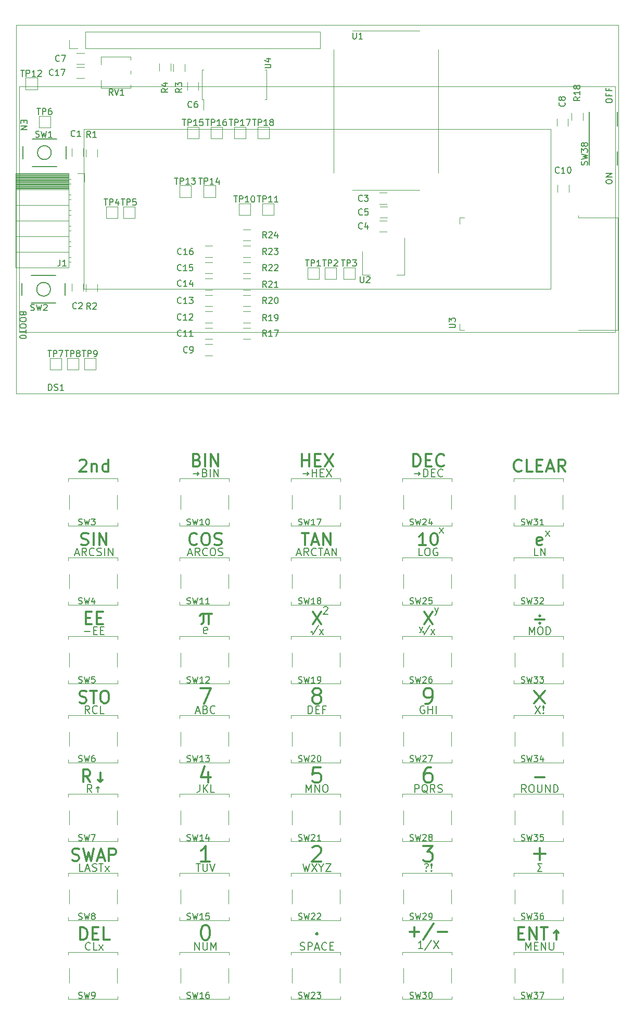
<source format=gto>
G04 #@! TF.GenerationSoftware,KiCad,Pcbnew,(5.1.2)-1*
G04 #@! TF.CreationDate,2020-06-25T14:26:39+02:00*
G04 #@! TF.ProjectId,projet,70726f6a-6574-42e6-9b69-6361645f7063,rev?*
G04 #@! TF.SameCoordinates,Original*
G04 #@! TF.FileFunction,Legend,Top*
G04 #@! TF.FilePolarity,Positive*
%FSLAX46Y46*%
G04 Gerber Fmt 4.6, Leading zero omitted, Abs format (unit mm)*
G04 Created by KiCad (PCBNEW (5.1.2)-1) date 2020-06-25 14:26:39*
%MOMM*%
%LPD*%
G04 APERTURE LIST*
%ADD10C,0.300000*%
%ADD11C,0.200000*%
%ADD12C,0.150000*%
%ADD13C,0.120000*%
G04 APERTURE END LIST*
D10*
X83188952Y-168184952D02*
X83427047Y-168184952D01*
X83665142Y-168304000D01*
X83784190Y-168423047D01*
X83903238Y-168661142D01*
X84022285Y-169137333D01*
X84022285Y-169732571D01*
X83903238Y-170208761D01*
X83784190Y-170446857D01*
X83665142Y-170565904D01*
X83427047Y-170684952D01*
X83188952Y-170684952D01*
X82950857Y-170565904D01*
X82831809Y-170446857D01*
X82712761Y-170208761D01*
X82593714Y-169732571D01*
X82593714Y-169137333D01*
X82712761Y-168661142D01*
X82831809Y-168423047D01*
X82950857Y-168304000D01*
X83188952Y-168184952D01*
X84022285Y-157854952D02*
X82593714Y-157854952D01*
X83308000Y-157854952D02*
X83308000Y-155354952D01*
X83069904Y-155712095D01*
X82831809Y-155950190D01*
X82593714Y-156069238D01*
X100713714Y-155593047D02*
X100832761Y-155474000D01*
X101070857Y-155354952D01*
X101666095Y-155354952D01*
X101904190Y-155474000D01*
X102023238Y-155593047D01*
X102142285Y-155831142D01*
X102142285Y-156069238D01*
X102023238Y-156426380D01*
X100594666Y-157854952D01*
X102142285Y-157854952D01*
X118714666Y-155354952D02*
X120262285Y-155354952D01*
X119428952Y-156307333D01*
X119786095Y-156307333D01*
X120024190Y-156426380D01*
X120143238Y-156545428D01*
X120262285Y-156783523D01*
X120262285Y-157378761D01*
X120143238Y-157616857D01*
X120024190Y-157735904D01*
X119786095Y-157854952D01*
X119071809Y-157854952D01*
X118833714Y-157735904D01*
X118714666Y-157616857D01*
X120024190Y-142524952D02*
X119548000Y-142524952D01*
X119309904Y-142644000D01*
X119190857Y-142763047D01*
X118952761Y-143120190D01*
X118833714Y-143596380D01*
X118833714Y-144548761D01*
X118952761Y-144786857D01*
X119071809Y-144905904D01*
X119309904Y-145024952D01*
X119786095Y-145024952D01*
X120024190Y-144905904D01*
X120143238Y-144786857D01*
X120262285Y-144548761D01*
X120262285Y-143953523D01*
X120143238Y-143715428D01*
X120024190Y-143596380D01*
X119786095Y-143477333D01*
X119309904Y-143477333D01*
X119071809Y-143596380D01*
X118952761Y-143715428D01*
X118833714Y-143953523D01*
X102023238Y-142524952D02*
X100832761Y-142524952D01*
X100713714Y-143715428D01*
X100832761Y-143596380D01*
X101070857Y-143477333D01*
X101666095Y-143477333D01*
X101904190Y-143596380D01*
X102023238Y-143715428D01*
X102142285Y-143953523D01*
X102142285Y-144548761D01*
X102023238Y-144786857D01*
X101904190Y-144905904D01*
X101666095Y-145024952D01*
X101070857Y-145024952D01*
X100832761Y-144905904D01*
X100713714Y-144786857D01*
X83784190Y-143358285D02*
X83784190Y-145024952D01*
X83188952Y-142405904D02*
X82593714Y-144191619D01*
X84141333Y-144191619D01*
X82474666Y-129694952D02*
X84141333Y-129694952D01*
X83069904Y-132194952D01*
X101189904Y-130766380D02*
X100951809Y-130647333D01*
X100832761Y-130528285D01*
X100713714Y-130290190D01*
X100713714Y-130171142D01*
X100832761Y-129933047D01*
X100951809Y-129814000D01*
X101189904Y-129694952D01*
X101666095Y-129694952D01*
X101904190Y-129814000D01*
X102023238Y-129933047D01*
X102142285Y-130171142D01*
X102142285Y-130290190D01*
X102023238Y-130528285D01*
X101904190Y-130647333D01*
X101666095Y-130766380D01*
X101189904Y-130766380D01*
X100951809Y-130885428D01*
X100832761Y-131004476D01*
X100713714Y-131242571D01*
X100713714Y-131718761D01*
X100832761Y-131956857D01*
X100951809Y-132075904D01*
X101189904Y-132194952D01*
X101666095Y-132194952D01*
X101904190Y-132075904D01*
X102023238Y-131956857D01*
X102142285Y-131718761D01*
X102142285Y-131242571D01*
X102023238Y-131004476D01*
X101904190Y-130885428D01*
X101666095Y-130766380D01*
D11*
X118125904Y-119673714D02*
X118364000Y-120340380D01*
X118602095Y-119673714D02*
X118364000Y-120340380D01*
X118268761Y-120578476D01*
X118221142Y-120626095D01*
X118125904Y-120673714D01*
X120606380Y-116572142D02*
X120904000Y-117405476D01*
X121201619Y-116572142D02*
X120904000Y-117405476D01*
X120784952Y-117703095D01*
X120725428Y-117762619D01*
X120606380Y-117822142D01*
X102512857Y-116528523D02*
X102572380Y-116469000D01*
X102691428Y-116409476D01*
X102989047Y-116409476D01*
X103108095Y-116469000D01*
X103167619Y-116528523D01*
X103227142Y-116647571D01*
X103227142Y-116766619D01*
X103167619Y-116945190D01*
X102453333Y-117659476D01*
X103227142Y-117659476D01*
X121338619Y-104451476D02*
X121993380Y-103618142D01*
X121338619Y-103618142D02*
X121993380Y-104451476D01*
X138610619Y-104962476D02*
X139265380Y-104129142D01*
X138610619Y-104129142D02*
X139265380Y-104962476D01*
X135376333Y-172287476D02*
X135376333Y-171037476D01*
X135793000Y-171930333D01*
X136209666Y-171037476D01*
X136209666Y-172287476D01*
X136804904Y-171632714D02*
X137221571Y-171632714D01*
X137400142Y-172287476D02*
X136804904Y-172287476D01*
X136804904Y-171037476D01*
X137400142Y-171037476D01*
X137935857Y-172287476D02*
X137935857Y-171037476D01*
X138650142Y-172287476D01*
X138650142Y-171037476D01*
X139245380Y-171037476D02*
X139245380Y-172049380D01*
X139304904Y-172168428D01*
X139364428Y-172227952D01*
X139483476Y-172287476D01*
X139721571Y-172287476D01*
X139840619Y-172227952D01*
X139900142Y-172168428D01*
X139959666Y-172049380D01*
X139959666Y-171037476D01*
D10*
X134191809Y-169547142D02*
X134858476Y-169547142D01*
X135144190Y-170594761D02*
X134191809Y-170594761D01*
X134191809Y-168594761D01*
X135144190Y-168594761D01*
X136001333Y-170594761D02*
X136001333Y-168594761D01*
X137144190Y-170594761D01*
X137144190Y-168594761D01*
X137810857Y-168594761D02*
X138953714Y-168594761D01*
X138382285Y-170594761D02*
X138382285Y-168594761D01*
X140382285Y-170594761D02*
X140382285Y-169070952D01*
X140001333Y-169451904D02*
X140382285Y-169070952D01*
X140763238Y-169451904D01*
X116500380Y-169306857D02*
X118024190Y-169306857D01*
X117262285Y-170068761D02*
X117262285Y-168544952D01*
X120405142Y-167973523D02*
X118690857Y-170544952D01*
X121071809Y-169306857D02*
X122595619Y-169306857D01*
D11*
X118655142Y-172015476D02*
X117940857Y-172015476D01*
X118298000Y-172015476D02*
X118298000Y-170765476D01*
X118178952Y-170944047D01*
X118059904Y-171063095D01*
X117940857Y-171122619D01*
X120083714Y-170705952D02*
X119012285Y-172313095D01*
X120381333Y-170765476D02*
X121214666Y-172015476D01*
X121214666Y-170765476D02*
X120381333Y-172015476D01*
D10*
X101428000Y-169473428D02*
X101570857Y-169616285D01*
X101428000Y-169759142D01*
X101285142Y-169616285D01*
X101428000Y-169473428D01*
X101428000Y-169759142D01*
D11*
X98719666Y-172227952D02*
X98898238Y-172287476D01*
X99195857Y-172287476D01*
X99314904Y-172227952D01*
X99374428Y-172168428D01*
X99433952Y-172049380D01*
X99433952Y-171930333D01*
X99374428Y-171811285D01*
X99314904Y-171751761D01*
X99195857Y-171692238D01*
X98957761Y-171632714D01*
X98838714Y-171573190D01*
X98779190Y-171513666D01*
X98719666Y-171394619D01*
X98719666Y-171275571D01*
X98779190Y-171156523D01*
X98838714Y-171097000D01*
X98957761Y-171037476D01*
X99255380Y-171037476D01*
X99433952Y-171097000D01*
X99969666Y-172287476D02*
X99969666Y-171037476D01*
X100445857Y-171037476D01*
X100564904Y-171097000D01*
X100624428Y-171156523D01*
X100683952Y-171275571D01*
X100683952Y-171454142D01*
X100624428Y-171573190D01*
X100564904Y-171632714D01*
X100445857Y-171692238D01*
X99969666Y-171692238D01*
X101160142Y-171930333D02*
X101755380Y-171930333D01*
X101041095Y-172287476D02*
X101457761Y-171037476D01*
X101874428Y-172287476D01*
X103005380Y-172168428D02*
X102945857Y-172227952D01*
X102767285Y-172287476D01*
X102648238Y-172287476D01*
X102469666Y-172227952D01*
X102350619Y-172108904D01*
X102291095Y-171989857D01*
X102231571Y-171751761D01*
X102231571Y-171573190D01*
X102291095Y-171335095D01*
X102350619Y-171216047D01*
X102469666Y-171097000D01*
X102648238Y-171037476D01*
X102767285Y-171037476D01*
X102945857Y-171097000D01*
X103005380Y-171156523D01*
X103541095Y-171632714D02*
X103957761Y-171632714D01*
X104136333Y-172287476D02*
X103541095Y-172287476D01*
X103541095Y-171037476D01*
X104136333Y-171037476D01*
X81581809Y-172287476D02*
X81581809Y-171037476D01*
X82296095Y-172287476D01*
X82296095Y-171037476D01*
X82891333Y-171037476D02*
X82891333Y-172049380D01*
X82950857Y-172168428D01*
X83010380Y-172227952D01*
X83129428Y-172287476D01*
X83367523Y-172287476D01*
X83486571Y-172227952D01*
X83546095Y-172168428D01*
X83605619Y-172049380D01*
X83605619Y-171037476D01*
X84200857Y-172287476D02*
X84200857Y-171037476D01*
X84617523Y-171930333D01*
X85034190Y-171037476D01*
X85034190Y-172287476D01*
D10*
X62949904Y-170594761D02*
X62949904Y-168594761D01*
X63426095Y-168594761D01*
X63711809Y-168690000D01*
X63902285Y-168880476D01*
X63997523Y-169070952D01*
X64092761Y-169451904D01*
X64092761Y-169737619D01*
X63997523Y-170118571D01*
X63902285Y-170309047D01*
X63711809Y-170499523D01*
X63426095Y-170594761D01*
X62949904Y-170594761D01*
X64949904Y-169547142D02*
X65616571Y-169547142D01*
X65902285Y-170594761D02*
X64949904Y-170594761D01*
X64949904Y-168594761D01*
X65902285Y-168594761D01*
X67711809Y-170594761D02*
X66759428Y-170594761D01*
X66759428Y-168594761D01*
D11*
X64563000Y-172168428D02*
X64503476Y-172227952D01*
X64324904Y-172287476D01*
X64205857Y-172287476D01*
X64027285Y-172227952D01*
X63908238Y-172108904D01*
X63848714Y-171989857D01*
X63789190Y-171751761D01*
X63789190Y-171573190D01*
X63848714Y-171335095D01*
X63908238Y-171216047D01*
X64027285Y-171097000D01*
X64205857Y-171037476D01*
X64324904Y-171037476D01*
X64503476Y-171097000D01*
X64563000Y-171156523D01*
X65693952Y-172287476D02*
X65098714Y-172287476D01*
X65098714Y-171037476D01*
X65991571Y-172287476D02*
X66646333Y-171454142D01*
X65991571Y-171454142D02*
X66646333Y-172287476D01*
X137995380Y-159457476D02*
X137340619Y-159457476D01*
X137757285Y-158802714D01*
X137340619Y-158207476D01*
X137995380Y-158207476D01*
D10*
X136715619Y-156642571D02*
X138620380Y-156642571D01*
X137668000Y-157594952D02*
X137668000Y-155690190D01*
D11*
X119190857Y-159338428D02*
X119250380Y-159397952D01*
X119190857Y-159457476D01*
X119131333Y-159397952D01*
X119190857Y-159338428D01*
X119190857Y-159457476D01*
X118952761Y-158267000D02*
X119071809Y-158207476D01*
X119369428Y-158207476D01*
X119488476Y-158267000D01*
X119548000Y-158386047D01*
X119548000Y-158505095D01*
X119488476Y-158624142D01*
X119428952Y-158683666D01*
X119309904Y-158743190D01*
X119250380Y-158802714D01*
X119190857Y-158921761D01*
X119190857Y-158981285D01*
X120083714Y-159338428D02*
X120143238Y-159397952D01*
X120083714Y-159457476D01*
X120024190Y-159397952D01*
X120083714Y-159338428D01*
X120083714Y-159457476D01*
X120083714Y-158981285D02*
X120024190Y-158267000D01*
X120083714Y-158207476D01*
X120143238Y-158267000D01*
X120083714Y-158981285D01*
X120083714Y-158207476D01*
X99166095Y-158207476D02*
X99463714Y-159457476D01*
X99701809Y-158564619D01*
X99939904Y-159457476D01*
X100237523Y-158207476D01*
X100594666Y-158207476D02*
X101428000Y-159457476D01*
X101428000Y-158207476D02*
X100594666Y-159457476D01*
X102142285Y-158862238D02*
X102142285Y-159457476D01*
X101725619Y-158207476D02*
X102142285Y-158862238D01*
X102558952Y-158207476D01*
X102856571Y-158207476D02*
X103689904Y-158207476D01*
X102856571Y-159457476D01*
X103689904Y-159457476D01*
X81760380Y-158207476D02*
X82474666Y-158207476D01*
X82117523Y-159457476D02*
X82117523Y-158207476D01*
X82891333Y-158207476D02*
X82891333Y-159219380D01*
X82950857Y-159338428D01*
X83010380Y-159397952D01*
X83129428Y-159457476D01*
X83367523Y-159457476D01*
X83486571Y-159397952D01*
X83546095Y-159338428D01*
X83605619Y-159219380D01*
X83605619Y-158207476D01*
X84022285Y-158207476D02*
X84438952Y-159457476D01*
X84855619Y-158207476D01*
D10*
X61616571Y-157669523D02*
X61902285Y-157764761D01*
X62378476Y-157764761D01*
X62568952Y-157669523D01*
X62664190Y-157574285D01*
X62759428Y-157383809D01*
X62759428Y-157193333D01*
X62664190Y-157002857D01*
X62568952Y-156907619D01*
X62378476Y-156812380D01*
X61997523Y-156717142D01*
X61807047Y-156621904D01*
X61711809Y-156526666D01*
X61616571Y-156336190D01*
X61616571Y-156145714D01*
X61711809Y-155955238D01*
X61807047Y-155860000D01*
X61997523Y-155764761D01*
X62473714Y-155764761D01*
X62759428Y-155860000D01*
X63426095Y-155764761D02*
X63902285Y-157764761D01*
X64283238Y-156336190D01*
X64664190Y-157764761D01*
X65140380Y-155764761D01*
X65807047Y-157193333D02*
X66759428Y-157193333D01*
X65616571Y-157764761D02*
X66283238Y-155764761D01*
X66949904Y-157764761D01*
X67616571Y-157764761D02*
X67616571Y-155764761D01*
X68378476Y-155764761D01*
X68568952Y-155860000D01*
X68664190Y-155955238D01*
X68759428Y-156145714D01*
X68759428Y-156431428D01*
X68664190Y-156621904D01*
X68568952Y-156717142D01*
X68378476Y-156812380D01*
X67616571Y-156812380D01*
D11*
X63461809Y-159457476D02*
X62866571Y-159457476D01*
X62866571Y-158207476D01*
X63818952Y-159100333D02*
X64414190Y-159100333D01*
X63699904Y-159457476D02*
X64116571Y-158207476D01*
X64533238Y-159457476D01*
X64890380Y-159397952D02*
X65068952Y-159457476D01*
X65366571Y-159457476D01*
X65485619Y-159397952D01*
X65545142Y-159338428D01*
X65604666Y-159219380D01*
X65604666Y-159100333D01*
X65545142Y-158981285D01*
X65485619Y-158921761D01*
X65366571Y-158862238D01*
X65128476Y-158802714D01*
X65009428Y-158743190D01*
X64949904Y-158683666D01*
X64890380Y-158564619D01*
X64890380Y-158445571D01*
X64949904Y-158326523D01*
X65009428Y-158267000D01*
X65128476Y-158207476D01*
X65426095Y-158207476D01*
X65604666Y-158267000D01*
X65961809Y-158207476D02*
X66676095Y-158207476D01*
X66318952Y-159457476D02*
X66318952Y-158207476D01*
X66973714Y-159457476D02*
X67628476Y-158624142D01*
X66973714Y-158624142D02*
X67628476Y-159457476D01*
X135465619Y-146627476D02*
X135048952Y-146032238D01*
X134751333Y-146627476D02*
X134751333Y-145377476D01*
X135227523Y-145377476D01*
X135346571Y-145437000D01*
X135406095Y-145496523D01*
X135465619Y-145615571D01*
X135465619Y-145794142D01*
X135406095Y-145913190D01*
X135346571Y-145972714D01*
X135227523Y-146032238D01*
X134751333Y-146032238D01*
X136239428Y-145377476D02*
X136477523Y-145377476D01*
X136596571Y-145437000D01*
X136715619Y-145556047D01*
X136775142Y-145794142D01*
X136775142Y-146210809D01*
X136715619Y-146448904D01*
X136596571Y-146567952D01*
X136477523Y-146627476D01*
X136239428Y-146627476D01*
X136120380Y-146567952D01*
X136001333Y-146448904D01*
X135941809Y-146210809D01*
X135941809Y-145794142D01*
X136001333Y-145556047D01*
X136120380Y-145437000D01*
X136239428Y-145377476D01*
X137310857Y-145377476D02*
X137310857Y-146389380D01*
X137370380Y-146508428D01*
X137429904Y-146567952D01*
X137548952Y-146627476D01*
X137787047Y-146627476D01*
X137906095Y-146567952D01*
X137965619Y-146508428D01*
X138025142Y-146389380D01*
X138025142Y-145377476D01*
X138620380Y-146627476D02*
X138620380Y-145377476D01*
X139334666Y-146627476D01*
X139334666Y-145377476D01*
X139929904Y-146627476D02*
X139929904Y-145377476D01*
X140227523Y-145377476D01*
X140406095Y-145437000D01*
X140525142Y-145556047D01*
X140584666Y-145675095D01*
X140644190Y-145913190D01*
X140644190Y-146091761D01*
X140584666Y-146329857D01*
X140525142Y-146448904D01*
X140406095Y-146567952D01*
X140227523Y-146627476D01*
X139929904Y-146627476D01*
D10*
X136906095Y-144172857D02*
X138429904Y-144172857D01*
D11*
X117345619Y-146627476D02*
X117345619Y-145377476D01*
X117821809Y-145377476D01*
X117940857Y-145437000D01*
X118000380Y-145496523D01*
X118059904Y-145615571D01*
X118059904Y-145794142D01*
X118000380Y-145913190D01*
X117940857Y-145972714D01*
X117821809Y-146032238D01*
X117345619Y-146032238D01*
X119428952Y-146746523D02*
X119309904Y-146687000D01*
X119190857Y-146567952D01*
X119012285Y-146389380D01*
X118893238Y-146329857D01*
X118774190Y-146329857D01*
X118833714Y-146627476D02*
X118714666Y-146567952D01*
X118595619Y-146448904D01*
X118536095Y-146210809D01*
X118536095Y-145794142D01*
X118595619Y-145556047D01*
X118714666Y-145437000D01*
X118833714Y-145377476D01*
X119071809Y-145377476D01*
X119190857Y-145437000D01*
X119309904Y-145556047D01*
X119369428Y-145794142D01*
X119369428Y-146210809D01*
X119309904Y-146448904D01*
X119190857Y-146567952D01*
X119071809Y-146627476D01*
X118833714Y-146627476D01*
X120619428Y-146627476D02*
X120202761Y-146032238D01*
X119905142Y-146627476D02*
X119905142Y-145377476D01*
X120381333Y-145377476D01*
X120500380Y-145437000D01*
X120559904Y-145496523D01*
X120619428Y-145615571D01*
X120619428Y-145794142D01*
X120559904Y-145913190D01*
X120500380Y-145972714D01*
X120381333Y-146032238D01*
X119905142Y-146032238D01*
X121095619Y-146567952D02*
X121274190Y-146627476D01*
X121571809Y-146627476D01*
X121690857Y-146567952D01*
X121750380Y-146508428D01*
X121809904Y-146389380D01*
X121809904Y-146270333D01*
X121750380Y-146151285D01*
X121690857Y-146091761D01*
X121571809Y-146032238D01*
X121333714Y-145972714D01*
X121214666Y-145913190D01*
X121155142Y-145853666D01*
X121095619Y-145734619D01*
X121095619Y-145615571D01*
X121155142Y-145496523D01*
X121214666Y-145437000D01*
X121333714Y-145377476D01*
X121631333Y-145377476D01*
X121809904Y-145437000D01*
X99701809Y-146627476D02*
X99701809Y-145377476D01*
X100118476Y-146270333D01*
X100535142Y-145377476D01*
X100535142Y-146627476D01*
X101130380Y-146627476D02*
X101130380Y-145377476D01*
X101844666Y-146627476D01*
X101844666Y-145377476D01*
X102678000Y-145377476D02*
X102916095Y-145377476D01*
X103035142Y-145437000D01*
X103154190Y-145556047D01*
X103213714Y-145794142D01*
X103213714Y-146210809D01*
X103154190Y-146448904D01*
X103035142Y-146567952D01*
X102916095Y-146627476D01*
X102678000Y-146627476D01*
X102558952Y-146567952D01*
X102439904Y-146448904D01*
X102380380Y-146210809D01*
X102380380Y-145794142D01*
X102439904Y-145556047D01*
X102558952Y-145437000D01*
X102678000Y-145377476D01*
X82355619Y-145377476D02*
X82355619Y-146270333D01*
X82296095Y-146448904D01*
X82177047Y-146567952D01*
X81998476Y-146627476D01*
X81879428Y-146627476D01*
X82950857Y-146627476D02*
X82950857Y-145377476D01*
X83665142Y-146627476D02*
X83129428Y-145913190D01*
X83665142Y-145377476D02*
X82950857Y-146091761D01*
X84796095Y-146627476D02*
X84200857Y-146627476D01*
X84200857Y-145377476D01*
D10*
X64568952Y-144934761D02*
X63902285Y-143982380D01*
X63426095Y-144934761D02*
X63426095Y-142934761D01*
X64188000Y-142934761D01*
X64378476Y-143030000D01*
X64473714Y-143125238D01*
X64568952Y-143315714D01*
X64568952Y-143601428D01*
X64473714Y-143791904D01*
X64378476Y-143887142D01*
X64188000Y-143982380D01*
X63426095Y-143982380D01*
X66188000Y-143410952D02*
X66188000Y-144934761D01*
X66568952Y-144553809D02*
X66188000Y-144934761D01*
X65807047Y-144553809D01*
D11*
X64801095Y-146627476D02*
X64384428Y-146032238D01*
X64086809Y-146627476D02*
X64086809Y-145377476D01*
X64563000Y-145377476D01*
X64682047Y-145437000D01*
X64741571Y-145496523D01*
X64801095Y-145615571D01*
X64801095Y-145794142D01*
X64741571Y-145913190D01*
X64682047Y-145972714D01*
X64563000Y-146032238D01*
X64086809Y-146032238D01*
X65813000Y-146627476D02*
X65813000Y-145675095D01*
X65574904Y-145913190D02*
X65813000Y-145675095D01*
X66051095Y-145913190D01*
X136953714Y-132547476D02*
X137787047Y-133797476D01*
X137787047Y-132547476D02*
X136953714Y-133797476D01*
X138263238Y-133678428D02*
X138322761Y-133737952D01*
X138263238Y-133797476D01*
X138203714Y-133737952D01*
X138263238Y-133678428D01*
X138263238Y-133797476D01*
X138263238Y-133321285D02*
X138203714Y-132607000D01*
X138263238Y-132547476D01*
X138322761Y-132607000D01*
X138263238Y-133321285D01*
X138263238Y-132547476D01*
D10*
X136768000Y-130104761D02*
X138568000Y-132104761D01*
X138568000Y-130104761D02*
X136768000Y-132104761D01*
X119071809Y-132194952D02*
X119548000Y-132194952D01*
X119786095Y-132075904D01*
X119905142Y-131956857D01*
X120143238Y-131599714D01*
X120262285Y-131123523D01*
X120262285Y-130171142D01*
X120143238Y-129933047D01*
X120024190Y-129814000D01*
X119786095Y-129694952D01*
X119309904Y-129694952D01*
X119071809Y-129814000D01*
X118952761Y-129933047D01*
X118833714Y-130171142D01*
X118833714Y-130766380D01*
X118952761Y-131004476D01*
X119071809Y-131123523D01*
X119309904Y-131242571D01*
X119786095Y-131242571D01*
X120024190Y-131123523D01*
X120143238Y-131004476D01*
X120262285Y-130766380D01*
D11*
X118923000Y-132607000D02*
X118803952Y-132547476D01*
X118625380Y-132547476D01*
X118446809Y-132607000D01*
X118327761Y-132726047D01*
X118268238Y-132845095D01*
X118208714Y-133083190D01*
X118208714Y-133261761D01*
X118268238Y-133499857D01*
X118327761Y-133618904D01*
X118446809Y-133737952D01*
X118625380Y-133797476D01*
X118744428Y-133797476D01*
X118923000Y-133737952D01*
X118982523Y-133678428D01*
X118982523Y-133261761D01*
X118744428Y-133261761D01*
X119518238Y-133797476D02*
X119518238Y-132547476D01*
X119518238Y-133142714D02*
X120232523Y-133142714D01*
X120232523Y-133797476D02*
X120232523Y-132547476D01*
X120827761Y-133797476D02*
X120827761Y-132547476D01*
X99999428Y-133797476D02*
X99999428Y-132547476D01*
X100297047Y-132547476D01*
X100475619Y-132607000D01*
X100594666Y-132726047D01*
X100654190Y-132845095D01*
X100713714Y-133083190D01*
X100713714Y-133261761D01*
X100654190Y-133499857D01*
X100594666Y-133618904D01*
X100475619Y-133737952D01*
X100297047Y-133797476D01*
X99999428Y-133797476D01*
X101249428Y-133142714D02*
X101666095Y-133142714D01*
X101844666Y-133797476D02*
X101249428Y-133797476D01*
X101249428Y-132547476D01*
X101844666Y-132547476D01*
X102797047Y-133142714D02*
X102380380Y-133142714D01*
X102380380Y-133797476D02*
X102380380Y-132547476D01*
X102975619Y-132547476D01*
X81760380Y-133440333D02*
X82355619Y-133440333D01*
X81641333Y-133797476D02*
X82058000Y-132547476D01*
X82474666Y-133797476D01*
X83308000Y-133142714D02*
X83486571Y-133202238D01*
X83546095Y-133261761D01*
X83605619Y-133380809D01*
X83605619Y-133559380D01*
X83546095Y-133678428D01*
X83486571Y-133737952D01*
X83367523Y-133797476D01*
X82891333Y-133797476D01*
X82891333Y-132547476D01*
X83308000Y-132547476D01*
X83427047Y-132607000D01*
X83486571Y-132666523D01*
X83546095Y-132785571D01*
X83546095Y-132904619D01*
X83486571Y-133023666D01*
X83427047Y-133083190D01*
X83308000Y-133142714D01*
X82891333Y-133142714D01*
X84855619Y-133678428D02*
X84796095Y-133737952D01*
X84617523Y-133797476D01*
X84498476Y-133797476D01*
X84319904Y-133737952D01*
X84200857Y-133618904D01*
X84141333Y-133499857D01*
X84081809Y-133261761D01*
X84081809Y-133083190D01*
X84141333Y-132845095D01*
X84200857Y-132726047D01*
X84319904Y-132607000D01*
X84498476Y-132547476D01*
X84617523Y-132547476D01*
X84796095Y-132607000D01*
X84855619Y-132666523D01*
D10*
X62807047Y-132009523D02*
X63092761Y-132104761D01*
X63568952Y-132104761D01*
X63759428Y-132009523D01*
X63854666Y-131914285D01*
X63949904Y-131723809D01*
X63949904Y-131533333D01*
X63854666Y-131342857D01*
X63759428Y-131247619D01*
X63568952Y-131152380D01*
X63188000Y-131057142D01*
X62997523Y-130961904D01*
X62902285Y-130866666D01*
X62807047Y-130676190D01*
X62807047Y-130485714D01*
X62902285Y-130295238D01*
X62997523Y-130200000D01*
X63188000Y-130104761D01*
X63664190Y-130104761D01*
X63949904Y-130200000D01*
X64521333Y-130104761D02*
X65664190Y-130104761D01*
X65092761Y-132104761D02*
X65092761Y-130104761D01*
X66711809Y-130104761D02*
X67092761Y-130104761D01*
X67283238Y-130200000D01*
X67473714Y-130390476D01*
X67568952Y-130771428D01*
X67568952Y-131438095D01*
X67473714Y-131819047D01*
X67283238Y-132009523D01*
X67092761Y-132104761D01*
X66711809Y-132104761D01*
X66521333Y-132009523D01*
X66330857Y-131819047D01*
X66235619Y-131438095D01*
X66235619Y-130771428D01*
X66330857Y-130390476D01*
X66521333Y-130200000D01*
X66711809Y-130104761D01*
D11*
X64443952Y-133797476D02*
X64027285Y-133202238D01*
X63729666Y-133797476D02*
X63729666Y-132547476D01*
X64205857Y-132547476D01*
X64324904Y-132607000D01*
X64384428Y-132666523D01*
X64443952Y-132785571D01*
X64443952Y-132964142D01*
X64384428Y-133083190D01*
X64324904Y-133142714D01*
X64205857Y-133202238D01*
X63729666Y-133202238D01*
X65693952Y-133678428D02*
X65634428Y-133737952D01*
X65455857Y-133797476D01*
X65336809Y-133797476D01*
X65158238Y-133737952D01*
X65039190Y-133618904D01*
X64979666Y-133499857D01*
X64920142Y-133261761D01*
X64920142Y-133083190D01*
X64979666Y-132845095D01*
X65039190Y-132726047D01*
X65158238Y-132607000D01*
X65336809Y-132547476D01*
X65455857Y-132547476D01*
X65634428Y-132607000D01*
X65693952Y-132666523D01*
X66824904Y-133797476D02*
X66229666Y-133797476D01*
X66229666Y-132547476D01*
X135971571Y-120967476D02*
X135971571Y-119717476D01*
X136388238Y-120610333D01*
X136804904Y-119717476D01*
X136804904Y-120967476D01*
X137638238Y-119717476D02*
X137876333Y-119717476D01*
X137995380Y-119777000D01*
X138114428Y-119896047D01*
X138173952Y-120134142D01*
X138173952Y-120550809D01*
X138114428Y-120788904D01*
X137995380Y-120907952D01*
X137876333Y-120967476D01*
X137638238Y-120967476D01*
X137519190Y-120907952D01*
X137400142Y-120788904D01*
X137340619Y-120550809D01*
X137340619Y-120134142D01*
X137400142Y-119896047D01*
X137519190Y-119777000D01*
X137638238Y-119717476D01*
X138709666Y-120967476D02*
X138709666Y-119717476D01*
X139007285Y-119717476D01*
X139185857Y-119777000D01*
X139304904Y-119896047D01*
X139364428Y-120015095D01*
X139423952Y-120253190D01*
X139423952Y-120431761D01*
X139364428Y-120669857D01*
X139304904Y-120788904D01*
X139185857Y-120907952D01*
X139007285Y-120967476D01*
X138709666Y-120967476D01*
D10*
X138429904Y-118512857D02*
X136906095Y-118512857D01*
X137668000Y-118989047D02*
X137763238Y-119084285D01*
X137668000Y-119179523D01*
X137572761Y-119084285D01*
X137668000Y-118989047D01*
X137668000Y-119179523D01*
X137668000Y-117846190D02*
X137763238Y-117941428D01*
X137668000Y-118036666D01*
X137572761Y-117941428D01*
X137668000Y-117846190D01*
X137668000Y-118036666D01*
X118881333Y-117274761D02*
X120214666Y-119274761D01*
X120214666Y-117274761D02*
X118881333Y-119274761D01*
D11*
X118536095Y-120550809D02*
X118774190Y-120491285D01*
X118893238Y-120967476D01*
X119786095Y-119479380D01*
X119964666Y-120967476D02*
X120619428Y-120134142D01*
X119964666Y-120134142D02*
X120619428Y-120967476D01*
D10*
X100761333Y-117274761D02*
X102094666Y-119274761D01*
X102094666Y-117274761D02*
X100761333Y-119274761D01*
D11*
X100416095Y-120550809D02*
X100654190Y-120491285D01*
X100773238Y-120967476D01*
X101666095Y-119479380D01*
X101844666Y-120967476D02*
X102499428Y-120134142D01*
X101844666Y-120134142D02*
X102499428Y-120967476D01*
D10*
X83847714Y-117574285D02*
X83847714Y-119240952D01*
X83014380Y-117574285D02*
X83014380Y-118883809D01*
X82895333Y-119121904D01*
X82657238Y-119240952D01*
X84323904Y-117574285D02*
X82776285Y-117574285D01*
X82538190Y-117693333D01*
X82419142Y-117931428D01*
D11*
X83597714Y-120749142D02*
X83454857Y-120820571D01*
X83169142Y-120820571D01*
X83026285Y-120749142D01*
X82954857Y-120606285D01*
X82954857Y-120034857D01*
X83026285Y-119892000D01*
X83169142Y-119820571D01*
X83454857Y-119820571D01*
X83597714Y-119892000D01*
X83669142Y-120034857D01*
X83669142Y-120177714D01*
X82954857Y-120320571D01*
D10*
X63854666Y-118227142D02*
X64521333Y-118227142D01*
X64807047Y-119274761D02*
X63854666Y-119274761D01*
X63854666Y-117274761D01*
X64807047Y-117274761D01*
X65664190Y-118227142D02*
X66330857Y-118227142D01*
X66616571Y-119274761D02*
X65664190Y-119274761D01*
X65664190Y-117274761D01*
X66616571Y-117274761D01*
D11*
X63580857Y-120491285D02*
X64533238Y-120491285D01*
X65128476Y-120312714D02*
X65545142Y-120312714D01*
X65723714Y-120967476D02*
X65128476Y-120967476D01*
X65128476Y-119717476D01*
X65723714Y-119717476D01*
X66259428Y-120312714D02*
X66676095Y-120312714D01*
X66854666Y-120967476D02*
X66259428Y-120967476D01*
X66259428Y-119717476D01*
X66854666Y-119717476D01*
X137400142Y-108137476D02*
X136804904Y-108137476D01*
X136804904Y-106887476D01*
X137816809Y-108137476D02*
X137816809Y-106887476D01*
X138531095Y-108137476D01*
X138531095Y-106887476D01*
D10*
X138048952Y-106349523D02*
X137858476Y-106444761D01*
X137477523Y-106444761D01*
X137287047Y-106349523D01*
X137191809Y-106159047D01*
X137191809Y-105397142D01*
X137287047Y-105206666D01*
X137477523Y-105111428D01*
X137858476Y-105111428D01*
X138048952Y-105206666D01*
X138144190Y-105397142D01*
X138144190Y-105587619D01*
X137191809Y-105778095D01*
X119167047Y-106444761D02*
X118024190Y-106444761D01*
X118595619Y-106444761D02*
X118595619Y-104444761D01*
X118405142Y-104730476D01*
X118214666Y-104920952D01*
X118024190Y-105016190D01*
X120405142Y-104444761D02*
X120595619Y-104444761D01*
X120786095Y-104540000D01*
X120881333Y-104635238D01*
X120976571Y-104825714D01*
X121071809Y-105206666D01*
X121071809Y-105682857D01*
X120976571Y-106063809D01*
X120881333Y-106254285D01*
X120786095Y-106349523D01*
X120595619Y-106444761D01*
X120405142Y-106444761D01*
X120214666Y-106349523D01*
X120119428Y-106254285D01*
X120024190Y-106063809D01*
X119928952Y-105682857D01*
X119928952Y-105206666D01*
X120024190Y-104825714D01*
X120119428Y-104635238D01*
X120214666Y-104540000D01*
X120405142Y-104444761D01*
D11*
X118655142Y-108137476D02*
X118059904Y-108137476D01*
X118059904Y-106887476D01*
X119309904Y-106887476D02*
X119548000Y-106887476D01*
X119667047Y-106947000D01*
X119786095Y-107066047D01*
X119845619Y-107304142D01*
X119845619Y-107720809D01*
X119786095Y-107958904D01*
X119667047Y-108077952D01*
X119548000Y-108137476D01*
X119309904Y-108137476D01*
X119190857Y-108077952D01*
X119071809Y-107958904D01*
X119012285Y-107720809D01*
X119012285Y-107304142D01*
X119071809Y-107066047D01*
X119190857Y-106947000D01*
X119309904Y-106887476D01*
X121036095Y-106947000D02*
X120917047Y-106887476D01*
X120738476Y-106887476D01*
X120559904Y-106947000D01*
X120440857Y-107066047D01*
X120381333Y-107185095D01*
X120321809Y-107423190D01*
X120321809Y-107601761D01*
X120381333Y-107839857D01*
X120440857Y-107958904D01*
X120559904Y-108077952D01*
X120738476Y-108137476D01*
X120857523Y-108137476D01*
X121036095Y-108077952D01*
X121095619Y-108018428D01*
X121095619Y-107601761D01*
X120857523Y-107601761D01*
D10*
X98951809Y-104444761D02*
X100094666Y-104444761D01*
X99523238Y-106444761D02*
X99523238Y-104444761D01*
X100666095Y-105873333D02*
X101618476Y-105873333D01*
X100475619Y-106444761D02*
X101142285Y-104444761D01*
X101808952Y-106444761D01*
X102475619Y-106444761D02*
X102475619Y-104444761D01*
X103618476Y-106444761D01*
X103618476Y-104444761D01*
D11*
X98213714Y-107780333D02*
X98808952Y-107780333D01*
X98094666Y-108137476D02*
X98511333Y-106887476D01*
X98928000Y-108137476D01*
X100058952Y-108137476D02*
X99642285Y-107542238D01*
X99344666Y-108137476D02*
X99344666Y-106887476D01*
X99820857Y-106887476D01*
X99939904Y-106947000D01*
X99999428Y-107006523D01*
X100058952Y-107125571D01*
X100058952Y-107304142D01*
X99999428Y-107423190D01*
X99939904Y-107482714D01*
X99820857Y-107542238D01*
X99344666Y-107542238D01*
X101308952Y-108018428D02*
X101249428Y-108077952D01*
X101070857Y-108137476D01*
X100951809Y-108137476D01*
X100773238Y-108077952D01*
X100654190Y-107958904D01*
X100594666Y-107839857D01*
X100535142Y-107601761D01*
X100535142Y-107423190D01*
X100594666Y-107185095D01*
X100654190Y-107066047D01*
X100773238Y-106947000D01*
X100951809Y-106887476D01*
X101070857Y-106887476D01*
X101249428Y-106947000D01*
X101308952Y-107006523D01*
X101666095Y-106887476D02*
X102380380Y-106887476D01*
X102023238Y-108137476D02*
X102023238Y-106887476D01*
X102737523Y-107780333D02*
X103332761Y-107780333D01*
X102618476Y-108137476D02*
X103035142Y-106887476D01*
X103451809Y-108137476D01*
X103868476Y-108137476D02*
X103868476Y-106887476D01*
X104582761Y-108137476D01*
X104582761Y-106887476D01*
D10*
X81927047Y-106254285D02*
X81831809Y-106349523D01*
X81546095Y-106444761D01*
X81355619Y-106444761D01*
X81069904Y-106349523D01*
X80879428Y-106159047D01*
X80784190Y-105968571D01*
X80688952Y-105587619D01*
X80688952Y-105301904D01*
X80784190Y-104920952D01*
X80879428Y-104730476D01*
X81069904Y-104540000D01*
X81355619Y-104444761D01*
X81546095Y-104444761D01*
X81831809Y-104540000D01*
X81927047Y-104635238D01*
X83165142Y-104444761D02*
X83546095Y-104444761D01*
X83736571Y-104540000D01*
X83927047Y-104730476D01*
X84022285Y-105111428D01*
X84022285Y-105778095D01*
X83927047Y-106159047D01*
X83736571Y-106349523D01*
X83546095Y-106444761D01*
X83165142Y-106444761D01*
X82974666Y-106349523D01*
X82784190Y-106159047D01*
X82688952Y-105778095D01*
X82688952Y-105111428D01*
X82784190Y-104730476D01*
X82974666Y-104540000D01*
X83165142Y-104444761D01*
X84784190Y-106349523D02*
X85069904Y-106444761D01*
X85546095Y-106444761D01*
X85736571Y-106349523D01*
X85831809Y-106254285D01*
X85927047Y-106063809D01*
X85927047Y-105873333D01*
X85831809Y-105682857D01*
X85736571Y-105587619D01*
X85546095Y-105492380D01*
X85165142Y-105397142D01*
X84974666Y-105301904D01*
X84879428Y-105206666D01*
X84784190Y-105016190D01*
X84784190Y-104825714D01*
X84879428Y-104635238D01*
X84974666Y-104540000D01*
X85165142Y-104444761D01*
X85641333Y-104444761D01*
X85927047Y-104540000D01*
D11*
X80510380Y-107780333D02*
X81105619Y-107780333D01*
X80391333Y-108137476D02*
X80808000Y-106887476D01*
X81224666Y-108137476D01*
X82355619Y-108137476D02*
X81938952Y-107542238D01*
X81641333Y-108137476D02*
X81641333Y-106887476D01*
X82117523Y-106887476D01*
X82236571Y-106947000D01*
X82296095Y-107006523D01*
X82355619Y-107125571D01*
X82355619Y-107304142D01*
X82296095Y-107423190D01*
X82236571Y-107482714D01*
X82117523Y-107542238D01*
X81641333Y-107542238D01*
X83605619Y-108018428D02*
X83546095Y-108077952D01*
X83367523Y-108137476D01*
X83248476Y-108137476D01*
X83069904Y-108077952D01*
X82950857Y-107958904D01*
X82891333Y-107839857D01*
X82831809Y-107601761D01*
X82831809Y-107423190D01*
X82891333Y-107185095D01*
X82950857Y-107066047D01*
X83069904Y-106947000D01*
X83248476Y-106887476D01*
X83367523Y-106887476D01*
X83546095Y-106947000D01*
X83605619Y-107006523D01*
X84379428Y-106887476D02*
X84617523Y-106887476D01*
X84736571Y-106947000D01*
X84855619Y-107066047D01*
X84915142Y-107304142D01*
X84915142Y-107720809D01*
X84855619Y-107958904D01*
X84736571Y-108077952D01*
X84617523Y-108137476D01*
X84379428Y-108137476D01*
X84260380Y-108077952D01*
X84141333Y-107958904D01*
X84081809Y-107720809D01*
X84081809Y-107304142D01*
X84141333Y-107066047D01*
X84260380Y-106947000D01*
X84379428Y-106887476D01*
X85391333Y-108077952D02*
X85569904Y-108137476D01*
X85867523Y-108137476D01*
X85986571Y-108077952D01*
X86046095Y-108018428D01*
X86105619Y-107899380D01*
X86105619Y-107780333D01*
X86046095Y-107661285D01*
X85986571Y-107601761D01*
X85867523Y-107542238D01*
X85629428Y-107482714D01*
X85510380Y-107423190D01*
X85450857Y-107363666D01*
X85391333Y-107244619D01*
X85391333Y-107125571D01*
X85450857Y-107006523D01*
X85510380Y-106947000D01*
X85629428Y-106887476D01*
X85927047Y-106887476D01*
X86105619Y-106947000D01*
D10*
X63092761Y-106349523D02*
X63378476Y-106444761D01*
X63854666Y-106444761D01*
X64045142Y-106349523D01*
X64140380Y-106254285D01*
X64235619Y-106063809D01*
X64235619Y-105873333D01*
X64140380Y-105682857D01*
X64045142Y-105587619D01*
X63854666Y-105492380D01*
X63473714Y-105397142D01*
X63283238Y-105301904D01*
X63188000Y-105206666D01*
X63092761Y-105016190D01*
X63092761Y-104825714D01*
X63188000Y-104635238D01*
X63283238Y-104540000D01*
X63473714Y-104444761D01*
X63949904Y-104444761D01*
X64235619Y-104540000D01*
X65092761Y-106444761D02*
X65092761Y-104444761D01*
X66045142Y-106444761D02*
X66045142Y-104444761D01*
X67188000Y-106444761D01*
X67188000Y-104444761D01*
D11*
X62092761Y-107780333D02*
X62688000Y-107780333D01*
X61973714Y-108137476D02*
X62390380Y-106887476D01*
X62807047Y-108137476D01*
X63938000Y-108137476D02*
X63521333Y-107542238D01*
X63223714Y-108137476D02*
X63223714Y-106887476D01*
X63699904Y-106887476D01*
X63818952Y-106947000D01*
X63878476Y-107006523D01*
X63938000Y-107125571D01*
X63938000Y-107304142D01*
X63878476Y-107423190D01*
X63818952Y-107482714D01*
X63699904Y-107542238D01*
X63223714Y-107542238D01*
X65188000Y-108018428D02*
X65128476Y-108077952D01*
X64949904Y-108137476D01*
X64830857Y-108137476D01*
X64652285Y-108077952D01*
X64533238Y-107958904D01*
X64473714Y-107839857D01*
X64414190Y-107601761D01*
X64414190Y-107423190D01*
X64473714Y-107185095D01*
X64533238Y-107066047D01*
X64652285Y-106947000D01*
X64830857Y-106887476D01*
X64949904Y-106887476D01*
X65128476Y-106947000D01*
X65188000Y-107006523D01*
X65664190Y-108077952D02*
X65842761Y-108137476D01*
X66140380Y-108137476D01*
X66259428Y-108077952D01*
X66318952Y-108018428D01*
X66378476Y-107899380D01*
X66378476Y-107780333D01*
X66318952Y-107661285D01*
X66259428Y-107601761D01*
X66140380Y-107542238D01*
X65902285Y-107482714D01*
X65783238Y-107423190D01*
X65723714Y-107363666D01*
X65664190Y-107244619D01*
X65664190Y-107125571D01*
X65723714Y-107006523D01*
X65783238Y-106947000D01*
X65902285Y-106887476D01*
X66199904Y-106887476D01*
X66378476Y-106947000D01*
X66914190Y-108137476D02*
X66914190Y-106887476D01*
X67509428Y-108137476D02*
X67509428Y-106887476D01*
X68223714Y-108137476D01*
X68223714Y-106887476D01*
D10*
X62807047Y-92694238D02*
X62902285Y-92599000D01*
X63092761Y-92503761D01*
X63568952Y-92503761D01*
X63759428Y-92599000D01*
X63854666Y-92694238D01*
X63949904Y-92884714D01*
X63949904Y-93075190D01*
X63854666Y-93360904D01*
X62711809Y-94503761D01*
X63949904Y-94503761D01*
X64807047Y-93170428D02*
X64807047Y-94503761D01*
X64807047Y-93360904D02*
X64902285Y-93265666D01*
X65092761Y-93170428D01*
X65378476Y-93170428D01*
X65568952Y-93265666D01*
X65664190Y-93456142D01*
X65664190Y-94503761D01*
X67473714Y-94503761D02*
X67473714Y-92503761D01*
X67473714Y-94408523D02*
X67283238Y-94503761D01*
X66902285Y-94503761D01*
X66711809Y-94408523D01*
X66616571Y-94313285D01*
X66521333Y-94122809D01*
X66521333Y-93551380D01*
X66616571Y-93360904D01*
X66711809Y-93265666D01*
X66902285Y-93170428D01*
X67283238Y-93170428D01*
X67473714Y-93265666D01*
D11*
X81254428Y-94831285D02*
X82206809Y-94831285D01*
X81968714Y-95069380D02*
X82206809Y-94831285D01*
X81968714Y-94593190D01*
X83218714Y-94652714D02*
X83397285Y-94712238D01*
X83456809Y-94771761D01*
X83516333Y-94890809D01*
X83516333Y-95069380D01*
X83456809Y-95188428D01*
X83397285Y-95247952D01*
X83278238Y-95307476D01*
X82802047Y-95307476D01*
X82802047Y-94057476D01*
X83218714Y-94057476D01*
X83337761Y-94117000D01*
X83397285Y-94176523D01*
X83456809Y-94295571D01*
X83456809Y-94414619D01*
X83397285Y-94533666D01*
X83337761Y-94593190D01*
X83218714Y-94652714D01*
X82802047Y-94652714D01*
X84052047Y-95307476D02*
X84052047Y-94057476D01*
X84647285Y-95307476D02*
X84647285Y-94057476D01*
X85361571Y-95307476D01*
X85361571Y-94057476D01*
D10*
X81927047Y-92567142D02*
X82212761Y-92662380D01*
X82308000Y-92757619D01*
X82403238Y-92948095D01*
X82403238Y-93233809D01*
X82308000Y-93424285D01*
X82212761Y-93519523D01*
X82022285Y-93614761D01*
X81260380Y-93614761D01*
X81260380Y-91614761D01*
X81927047Y-91614761D01*
X82117523Y-91710000D01*
X82212761Y-91805238D01*
X82308000Y-91995714D01*
X82308000Y-92186190D01*
X82212761Y-92376666D01*
X82117523Y-92471904D01*
X81927047Y-92567142D01*
X81260380Y-92567142D01*
X83260380Y-93614761D02*
X83260380Y-91614761D01*
X84212761Y-93614761D02*
X84212761Y-91614761D01*
X85355619Y-93614761D01*
X85355619Y-91614761D01*
D11*
X99136333Y-94831285D02*
X100088714Y-94831285D01*
X99850619Y-95069380D02*
X100088714Y-94831285D01*
X99850619Y-94593190D01*
X100683952Y-95307476D02*
X100683952Y-94057476D01*
X100683952Y-94652714D02*
X101398238Y-94652714D01*
X101398238Y-95307476D02*
X101398238Y-94057476D01*
X101993476Y-94652714D02*
X102410142Y-94652714D01*
X102588714Y-95307476D02*
X101993476Y-95307476D01*
X101993476Y-94057476D01*
X102588714Y-94057476D01*
X103005380Y-94057476D02*
X103838714Y-95307476D01*
X103838714Y-94057476D02*
X103005380Y-95307476D01*
D10*
X98999428Y-93614761D02*
X98999428Y-91614761D01*
X98999428Y-92567142D02*
X100142285Y-92567142D01*
X100142285Y-93614761D02*
X100142285Y-91614761D01*
X101094666Y-92567142D02*
X101761333Y-92567142D01*
X102047047Y-93614761D02*
X101094666Y-93614761D01*
X101094666Y-91614761D01*
X102047047Y-91614761D01*
X102713714Y-91614761D02*
X104047047Y-93614761D01*
X104047047Y-91614761D02*
X102713714Y-93614761D01*
D11*
X117256333Y-94831285D02*
X118208714Y-94831285D01*
X117970619Y-95069380D02*
X118208714Y-94831285D01*
X117970619Y-94593190D01*
X118803952Y-95307476D02*
X118803952Y-94057476D01*
X119101571Y-94057476D01*
X119280142Y-94117000D01*
X119399190Y-94236047D01*
X119458714Y-94355095D01*
X119518238Y-94593190D01*
X119518238Y-94771761D01*
X119458714Y-95009857D01*
X119399190Y-95128904D01*
X119280142Y-95247952D01*
X119101571Y-95307476D01*
X118803952Y-95307476D01*
X120053952Y-94652714D02*
X120470619Y-94652714D01*
X120649190Y-95307476D02*
X120053952Y-95307476D01*
X120053952Y-94057476D01*
X120649190Y-94057476D01*
X121899190Y-95188428D02*
X121839666Y-95247952D01*
X121661095Y-95307476D01*
X121542047Y-95307476D01*
X121363476Y-95247952D01*
X121244428Y-95128904D01*
X121184904Y-95009857D01*
X121125380Y-94771761D01*
X121125380Y-94593190D01*
X121184904Y-94355095D01*
X121244428Y-94236047D01*
X121363476Y-94117000D01*
X121542047Y-94057476D01*
X121661095Y-94057476D01*
X121839666Y-94117000D01*
X121899190Y-94176523D01*
D10*
X117119428Y-93614761D02*
X117119428Y-91614761D01*
X117595619Y-91614761D01*
X117881333Y-91710000D01*
X118071809Y-91900476D01*
X118167047Y-92090952D01*
X118262285Y-92471904D01*
X118262285Y-92757619D01*
X118167047Y-93138571D01*
X118071809Y-93329047D01*
X117881333Y-93519523D01*
X117595619Y-93614761D01*
X117119428Y-93614761D01*
X119119428Y-92567142D02*
X119786095Y-92567142D01*
X120071809Y-93614761D02*
X119119428Y-93614761D01*
X119119428Y-91614761D01*
X120071809Y-91614761D01*
X122071809Y-93424285D02*
X121976571Y-93519523D01*
X121690857Y-93614761D01*
X121500380Y-93614761D01*
X121214666Y-93519523D01*
X121024190Y-93329047D01*
X120928952Y-93138571D01*
X120833714Y-92757619D01*
X120833714Y-92471904D01*
X120928952Y-92090952D01*
X121024190Y-91900476D01*
X121214666Y-91710000D01*
X121500380Y-91614761D01*
X121690857Y-91614761D01*
X121976571Y-91710000D01*
X122071809Y-91805238D01*
X134715619Y-94313285D02*
X134620380Y-94408523D01*
X134334666Y-94503761D01*
X134144190Y-94503761D01*
X133858476Y-94408523D01*
X133668000Y-94218047D01*
X133572761Y-94027571D01*
X133477523Y-93646619D01*
X133477523Y-93360904D01*
X133572761Y-92979952D01*
X133668000Y-92789476D01*
X133858476Y-92599000D01*
X134144190Y-92503761D01*
X134334666Y-92503761D01*
X134620380Y-92599000D01*
X134715619Y-92694238D01*
X136525142Y-94503761D02*
X135572761Y-94503761D01*
X135572761Y-92503761D01*
X137191809Y-93456142D02*
X137858476Y-93456142D01*
X138144190Y-94503761D02*
X137191809Y-94503761D01*
X137191809Y-92503761D01*
X138144190Y-92503761D01*
X138906095Y-93932333D02*
X139858476Y-93932333D01*
X138715619Y-94503761D02*
X139382285Y-92503761D01*
X140048952Y-94503761D01*
X141858476Y-94503761D02*
X141191809Y-93551380D01*
X140715619Y-94503761D02*
X140715619Y-92503761D01*
X141477523Y-92503761D01*
X141668000Y-92599000D01*
X141763238Y-92694238D01*
X141858476Y-92884714D01*
X141858476Y-93170428D01*
X141763238Y-93360904D01*
X141668000Y-93456142D01*
X141477523Y-93551380D01*
X140715619Y-93551380D01*
D11*
X53809428Y-37361904D02*
X53809428Y-37695238D01*
X53285619Y-37838095D02*
X53285619Y-37361904D01*
X54285619Y-37361904D01*
X54285619Y-37838095D01*
X53285619Y-38266666D02*
X54285619Y-38266666D01*
X53285619Y-38838095D01*
X54285619Y-38838095D01*
X53665428Y-68778666D02*
X53617809Y-68921523D01*
X53570190Y-68969142D01*
X53474952Y-69016761D01*
X53332095Y-69016761D01*
X53236857Y-68969142D01*
X53189238Y-68921523D01*
X53141619Y-68826285D01*
X53141619Y-68445333D01*
X54141619Y-68445333D01*
X54141619Y-68778666D01*
X54094000Y-68873904D01*
X54046380Y-68921523D01*
X53951142Y-68969142D01*
X53855904Y-68969142D01*
X53760666Y-68921523D01*
X53713047Y-68873904D01*
X53665428Y-68778666D01*
X53665428Y-68445333D01*
X54141619Y-69635809D02*
X54141619Y-69826285D01*
X54094000Y-69921523D01*
X53998761Y-70016761D01*
X53808285Y-70064380D01*
X53474952Y-70064380D01*
X53284476Y-70016761D01*
X53189238Y-69921523D01*
X53141619Y-69826285D01*
X53141619Y-69635809D01*
X53189238Y-69540571D01*
X53284476Y-69445333D01*
X53474952Y-69397714D01*
X53808285Y-69397714D01*
X53998761Y-69445333D01*
X54094000Y-69540571D01*
X54141619Y-69635809D01*
X54141619Y-70683428D02*
X54141619Y-70873904D01*
X54094000Y-70969142D01*
X53998761Y-71064380D01*
X53808285Y-71112000D01*
X53474952Y-71112000D01*
X53284476Y-71064380D01*
X53189238Y-70969142D01*
X53141619Y-70873904D01*
X53141619Y-70683428D01*
X53189238Y-70588190D01*
X53284476Y-70492952D01*
X53474952Y-70445333D01*
X53808285Y-70445333D01*
X53998761Y-70492952D01*
X54094000Y-70588190D01*
X54141619Y-70683428D01*
X54141619Y-71397714D02*
X54141619Y-71969142D01*
X53141619Y-71683428D02*
X54141619Y-71683428D01*
X54141619Y-72492952D02*
X54141619Y-72588190D01*
X54094000Y-72683428D01*
X54046380Y-72731047D01*
X53951142Y-72778666D01*
X53760666Y-72826285D01*
X53522571Y-72826285D01*
X53332095Y-72778666D01*
X53236857Y-72731047D01*
X53189238Y-72683428D01*
X53141619Y-72588190D01*
X53141619Y-72492952D01*
X53189238Y-72397714D01*
X53236857Y-72350095D01*
X53332095Y-72302476D01*
X53522571Y-72254857D01*
X53760666Y-72254857D01*
X53951142Y-72302476D01*
X54046380Y-72350095D01*
X54094000Y-72397714D01*
X54141619Y-72492952D01*
D12*
X148440380Y-34236380D02*
X148440380Y-34045904D01*
X148488000Y-33950666D01*
X148583238Y-33855428D01*
X148773714Y-33807809D01*
X149107047Y-33807809D01*
X149297523Y-33855428D01*
X149392761Y-33950666D01*
X149440380Y-34045904D01*
X149440380Y-34236380D01*
X149392761Y-34331619D01*
X149297523Y-34426857D01*
X149107047Y-34474476D01*
X148773714Y-34474476D01*
X148583238Y-34426857D01*
X148488000Y-34331619D01*
X148440380Y-34236380D01*
X148916571Y-33045904D02*
X148916571Y-33379238D01*
X149440380Y-33379238D02*
X148440380Y-33379238D01*
X148440380Y-32903047D01*
X148916571Y-32188761D02*
X148916571Y-32522095D01*
X149440380Y-32522095D02*
X148440380Y-32522095D01*
X148440380Y-32045904D01*
X148440380Y-47403047D02*
X148440380Y-47212571D01*
X148488000Y-47117333D01*
X148583238Y-47022095D01*
X148773714Y-46974476D01*
X149107047Y-46974476D01*
X149297523Y-47022095D01*
X149392761Y-47117333D01*
X149440380Y-47212571D01*
X149440380Y-47403047D01*
X149392761Y-47498285D01*
X149297523Y-47593523D01*
X149107047Y-47641142D01*
X148773714Y-47641142D01*
X148583238Y-47593523D01*
X148488000Y-47498285D01*
X148440380Y-47403047D01*
X149440380Y-46545904D02*
X148440380Y-46545904D01*
X149440380Y-45974476D01*
X148440380Y-45974476D01*
D13*
X91760000Y-40320000D02*
X91760000Y-38420000D01*
X93660000Y-40320000D02*
X91760000Y-40320000D01*
X93660000Y-38420000D02*
X93660000Y-40320000D01*
X91760000Y-38420000D02*
X93660000Y-38420000D01*
X87950000Y-40320000D02*
X87950000Y-38420000D01*
X89850000Y-40320000D02*
X87950000Y-40320000D01*
X89850000Y-38420000D02*
X89850000Y-40320000D01*
X87950000Y-38420000D02*
X89850000Y-38420000D01*
X84140000Y-40320000D02*
X84140000Y-38420000D01*
X86040000Y-40320000D02*
X84140000Y-40320000D01*
X86040000Y-38420000D02*
X86040000Y-40320000D01*
X84140000Y-38420000D02*
X86040000Y-38420000D01*
X80330000Y-40320000D02*
X80330000Y-38420000D01*
X82230000Y-40320000D02*
X80330000Y-40320000D01*
X82230000Y-38420000D02*
X82230000Y-40320000D01*
X80330000Y-38420000D02*
X82230000Y-38420000D01*
X82997000Y-49845000D02*
X82997000Y-47945000D01*
X84897000Y-49845000D02*
X82997000Y-49845000D01*
X84897000Y-47945000D02*
X84897000Y-49845000D01*
X82997000Y-47945000D02*
X84897000Y-47945000D01*
X79060000Y-49845000D02*
X79060000Y-47945000D01*
X80960000Y-49845000D02*
X79060000Y-49845000D01*
X80960000Y-47945000D02*
X80960000Y-49845000D01*
X79060000Y-47945000D02*
X80960000Y-47945000D01*
X54041000Y-32319000D02*
X54041000Y-30419000D01*
X55941000Y-32319000D02*
X54041000Y-32319000D01*
X55941000Y-30419000D02*
X55941000Y-32319000D01*
X54041000Y-30419000D02*
X55941000Y-30419000D01*
X92522000Y-52766000D02*
X92522000Y-50866000D01*
X94422000Y-52766000D02*
X92522000Y-52766000D01*
X94422000Y-50866000D02*
X94422000Y-52766000D01*
X92522000Y-50866000D02*
X94422000Y-50866000D01*
X88712000Y-52766000D02*
X88712000Y-50866000D01*
X90612000Y-52766000D02*
X88712000Y-52766000D01*
X90612000Y-50866000D02*
X90612000Y-52766000D01*
X88712000Y-50866000D02*
X90612000Y-50866000D01*
X63566000Y-77912000D02*
X63566000Y-76012000D01*
X65466000Y-77912000D02*
X63566000Y-77912000D01*
X65466000Y-76012000D02*
X65466000Y-77912000D01*
X63566000Y-76012000D02*
X65466000Y-76012000D01*
X60772000Y-77912000D02*
X60772000Y-76012000D01*
X62672000Y-77912000D02*
X60772000Y-77912000D01*
X62672000Y-76012000D02*
X62672000Y-77912000D01*
X60772000Y-76012000D02*
X62672000Y-76012000D01*
X57978000Y-77912000D02*
X57978000Y-76012000D01*
X59878000Y-77912000D02*
X57978000Y-77912000D01*
X59878000Y-76012000D02*
X59878000Y-77912000D01*
X57978000Y-76012000D02*
X59878000Y-76012000D01*
X56200000Y-38542000D02*
X56200000Y-36642000D01*
X58100000Y-38542000D02*
X56200000Y-38542000D01*
X58100000Y-36642000D02*
X58100000Y-38542000D01*
X56200000Y-36642000D02*
X58100000Y-36642000D01*
X69916000Y-53274000D02*
X69916000Y-51374000D01*
X71816000Y-53274000D02*
X69916000Y-53274000D01*
X71816000Y-51374000D02*
X71816000Y-53274000D01*
X69916000Y-51374000D02*
X71816000Y-51374000D01*
X67122000Y-53274000D02*
X67122000Y-51374000D01*
X69022000Y-53274000D02*
X67122000Y-53274000D01*
X69022000Y-51374000D02*
X69022000Y-53274000D01*
X67122000Y-51374000D02*
X69022000Y-51374000D01*
X105730000Y-63180000D02*
X105730000Y-61280000D01*
X107630000Y-63180000D02*
X105730000Y-63180000D01*
X107630000Y-61280000D02*
X107630000Y-63180000D01*
X105730000Y-61280000D02*
X107630000Y-61280000D01*
X102682000Y-63180000D02*
X102682000Y-61280000D01*
X104582000Y-63180000D02*
X102682000Y-63180000D01*
X104582000Y-61280000D02*
X104582000Y-63180000D01*
X102682000Y-61280000D02*
X104582000Y-61280000D01*
X99888000Y-63180000D02*
X99888000Y-61280000D01*
X101788000Y-63180000D02*
X99888000Y-63180000D01*
X101788000Y-61280000D02*
X101788000Y-63180000D01*
X99888000Y-61280000D02*
X101788000Y-61280000D01*
X62353436Y-30501000D02*
X63557564Y-30501000D01*
X62353436Y-28681000D02*
X63557564Y-28681000D01*
X89440936Y-56917000D02*
X90645064Y-56917000D01*
X89440936Y-55097000D02*
X90645064Y-55097000D01*
X89440936Y-59584000D02*
X90645064Y-59584000D01*
X89440936Y-57764000D02*
X90645064Y-57764000D01*
X89440936Y-62251000D02*
X90645064Y-62251000D01*
X89440936Y-60431000D02*
X90645064Y-60431000D01*
X89440936Y-64918000D02*
X90645064Y-64918000D01*
X89440936Y-63098000D02*
X90645064Y-63098000D01*
X89440936Y-67585000D02*
X90645064Y-67585000D01*
X89440936Y-65765000D02*
X90645064Y-65765000D01*
X89440936Y-70252000D02*
X90645064Y-70252000D01*
X89440936Y-68432000D02*
X90645064Y-68432000D01*
X144674000Y-37341564D02*
X144674000Y-36137436D01*
X142854000Y-37341564D02*
X142854000Y-36137436D01*
X89440936Y-72919000D02*
X90645064Y-72919000D01*
X89440936Y-71099000D02*
X90645064Y-71099000D01*
X83217936Y-59584000D02*
X84422064Y-59584000D01*
X83217936Y-57764000D02*
X84422064Y-57764000D01*
X83217936Y-62251000D02*
X84422064Y-62251000D01*
X83217936Y-60431000D02*
X84422064Y-60431000D01*
X83217936Y-64918000D02*
X84422064Y-64918000D01*
X83217936Y-63098000D02*
X84422064Y-63098000D01*
X83217936Y-67585000D02*
X84422064Y-67585000D01*
X83217936Y-65765000D02*
X84422064Y-65765000D01*
X83217936Y-70252000D02*
X84422064Y-70252000D01*
X83217936Y-68432000D02*
X84422064Y-68432000D01*
X83217936Y-72919000D02*
X84422064Y-72919000D01*
X83217936Y-71099000D02*
X84422064Y-71099000D01*
X140568000Y-47821436D02*
X140568000Y-49025564D01*
X142388000Y-47821436D02*
X142388000Y-49025564D01*
X83217936Y-75586000D02*
X84422064Y-75586000D01*
X83217936Y-73766000D02*
X84422064Y-73766000D01*
X141489000Y-180275000D02*
X141489000Y-179775000D01*
X133489000Y-180275000D02*
X133489000Y-179775000D01*
X141489000Y-172575000D02*
X141489000Y-173075000D01*
X133489000Y-172575000D02*
X133489000Y-173075000D01*
X133589000Y-175275000D02*
X133589000Y-177575000D01*
X133489000Y-172575000D02*
X141489000Y-172575000D01*
X141389000Y-177575000D02*
X141389000Y-175275000D01*
X133489000Y-180275000D02*
X141489000Y-180275000D01*
X141489000Y-167445000D02*
X141489000Y-166945000D01*
X133489000Y-167445000D02*
X133489000Y-166945000D01*
X141489000Y-159745000D02*
X141489000Y-160245000D01*
X133489000Y-159745000D02*
X133489000Y-160245000D01*
X133589000Y-162445000D02*
X133589000Y-164745000D01*
X133489000Y-159745000D02*
X141489000Y-159745000D01*
X141389000Y-164745000D02*
X141389000Y-162445000D01*
X133489000Y-167445000D02*
X141489000Y-167445000D01*
X141489000Y-154615000D02*
X141489000Y-154115000D01*
X133489000Y-154615000D02*
X133489000Y-154115000D01*
X141489000Y-146915000D02*
X141489000Y-147415000D01*
X133489000Y-146915000D02*
X133489000Y-147415000D01*
X133589000Y-149615000D02*
X133589000Y-151915000D01*
X133489000Y-146915000D02*
X141489000Y-146915000D01*
X141389000Y-151915000D02*
X141389000Y-149615000D01*
X133489000Y-154615000D02*
X141489000Y-154615000D01*
X141489000Y-141785000D02*
X141489000Y-141285000D01*
X133489000Y-141785000D02*
X133489000Y-141285000D01*
X141489000Y-134085000D02*
X141489000Y-134585000D01*
X133489000Y-134085000D02*
X133489000Y-134585000D01*
X133589000Y-136785000D02*
X133589000Y-139085000D01*
X133489000Y-134085000D02*
X141489000Y-134085000D01*
X141389000Y-139085000D02*
X141389000Y-136785000D01*
X133489000Y-141785000D02*
X141489000Y-141785000D01*
X141489000Y-128955000D02*
X141489000Y-128455000D01*
X133489000Y-128955000D02*
X133489000Y-128455000D01*
X141489000Y-121255000D02*
X141489000Y-121755000D01*
X133489000Y-121255000D02*
X133489000Y-121755000D01*
X133589000Y-123955000D02*
X133589000Y-126255000D01*
X133489000Y-121255000D02*
X141489000Y-121255000D01*
X141389000Y-126255000D02*
X141389000Y-123955000D01*
X133489000Y-128955000D02*
X141489000Y-128955000D01*
X141489000Y-116125000D02*
X141489000Y-115625000D01*
X133489000Y-116125000D02*
X133489000Y-115625000D01*
X141489000Y-108425000D02*
X141489000Y-108925000D01*
X133489000Y-108425000D02*
X133489000Y-108925000D01*
X133589000Y-111125000D02*
X133589000Y-113425000D01*
X133489000Y-108425000D02*
X141489000Y-108425000D01*
X141389000Y-113425000D02*
X141389000Y-111125000D01*
X133489000Y-116125000D02*
X141489000Y-116125000D01*
X141489000Y-103295000D02*
X141489000Y-102795000D01*
X133489000Y-103295000D02*
X133489000Y-102795000D01*
X141489000Y-95595000D02*
X141489000Y-96095000D01*
X133489000Y-95595000D02*
X133489000Y-96095000D01*
X133589000Y-98295000D02*
X133589000Y-100595000D01*
X133489000Y-95595000D02*
X141489000Y-95595000D01*
X141389000Y-100595000D02*
X141389000Y-98295000D01*
X133489000Y-103295000D02*
X141489000Y-103295000D01*
X123369000Y-180275000D02*
X123369000Y-179775000D01*
X115369000Y-180275000D02*
X115369000Y-179775000D01*
X123369000Y-172575000D02*
X123369000Y-173075000D01*
X115369000Y-172575000D02*
X115369000Y-173075000D01*
X115469000Y-175275000D02*
X115469000Y-177575000D01*
X115369000Y-172575000D02*
X123369000Y-172575000D01*
X123269000Y-177575000D02*
X123269000Y-175275000D01*
X115369000Y-180275000D02*
X123369000Y-180275000D01*
X123369000Y-167445000D02*
X123369000Y-166945000D01*
X115369000Y-167445000D02*
X115369000Y-166945000D01*
X123369000Y-159745000D02*
X123369000Y-160245000D01*
X115369000Y-159745000D02*
X115369000Y-160245000D01*
X115469000Y-162445000D02*
X115469000Y-164745000D01*
X115369000Y-159745000D02*
X123369000Y-159745000D01*
X123269000Y-164745000D02*
X123269000Y-162445000D01*
X115369000Y-167445000D02*
X123369000Y-167445000D01*
X123369000Y-154615000D02*
X123369000Y-154115000D01*
X115369000Y-154615000D02*
X115369000Y-154115000D01*
X123369000Y-146915000D02*
X123369000Y-147415000D01*
X115369000Y-146915000D02*
X115369000Y-147415000D01*
X115469000Y-149615000D02*
X115469000Y-151915000D01*
X115369000Y-146915000D02*
X123369000Y-146915000D01*
X123269000Y-151915000D02*
X123269000Y-149615000D01*
X115369000Y-154615000D02*
X123369000Y-154615000D01*
X123369000Y-141785000D02*
X123369000Y-141285000D01*
X115369000Y-141785000D02*
X115369000Y-141285000D01*
X123369000Y-134085000D02*
X123369000Y-134585000D01*
X115369000Y-134085000D02*
X115369000Y-134585000D01*
X115469000Y-136785000D02*
X115469000Y-139085000D01*
X115369000Y-134085000D02*
X123369000Y-134085000D01*
X123269000Y-139085000D02*
X123269000Y-136785000D01*
X115369000Y-141785000D02*
X123369000Y-141785000D01*
X123369000Y-128955000D02*
X123369000Y-128455000D01*
X115369000Y-128955000D02*
X115369000Y-128455000D01*
X123369000Y-121255000D02*
X123369000Y-121755000D01*
X115369000Y-121255000D02*
X115369000Y-121755000D01*
X115469000Y-123955000D02*
X115469000Y-126255000D01*
X115369000Y-121255000D02*
X123369000Y-121255000D01*
X123269000Y-126255000D02*
X123269000Y-123955000D01*
X115369000Y-128955000D02*
X123369000Y-128955000D01*
X123369000Y-116125000D02*
X123369000Y-115625000D01*
X115369000Y-116125000D02*
X115369000Y-115625000D01*
X123369000Y-108425000D02*
X123369000Y-108925000D01*
X115369000Y-108425000D02*
X115369000Y-108925000D01*
X115469000Y-111125000D02*
X115469000Y-113425000D01*
X115369000Y-108425000D02*
X123369000Y-108425000D01*
X123269000Y-113425000D02*
X123269000Y-111125000D01*
X115369000Y-116125000D02*
X123369000Y-116125000D01*
X123369000Y-103295000D02*
X123369000Y-102795000D01*
X115369000Y-103295000D02*
X115369000Y-102795000D01*
X123369000Y-95595000D02*
X123369000Y-96095000D01*
X115369000Y-95595000D02*
X115369000Y-96095000D01*
X115469000Y-98295000D02*
X115469000Y-100595000D01*
X115369000Y-95595000D02*
X123369000Y-95595000D01*
X123269000Y-100595000D02*
X123269000Y-98295000D01*
X115369000Y-103295000D02*
X123369000Y-103295000D01*
X105249000Y-180275000D02*
X105249000Y-179775000D01*
X97249000Y-180275000D02*
X97249000Y-179775000D01*
X105249000Y-172575000D02*
X105249000Y-173075000D01*
X97249000Y-172575000D02*
X97249000Y-173075000D01*
X97349000Y-175275000D02*
X97349000Y-177575000D01*
X97249000Y-172575000D02*
X105249000Y-172575000D01*
X105149000Y-177575000D02*
X105149000Y-175275000D01*
X97249000Y-180275000D02*
X105249000Y-180275000D01*
X105249000Y-167445000D02*
X105249000Y-166945000D01*
X97249000Y-167445000D02*
X97249000Y-166945000D01*
X105249000Y-159745000D02*
X105249000Y-160245000D01*
X97249000Y-159745000D02*
X97249000Y-160245000D01*
X97349000Y-162445000D02*
X97349000Y-164745000D01*
X97249000Y-159745000D02*
X105249000Y-159745000D01*
X105149000Y-164745000D02*
X105149000Y-162445000D01*
X97249000Y-167445000D02*
X105249000Y-167445000D01*
X105249000Y-154615000D02*
X105249000Y-154115000D01*
X97249000Y-154615000D02*
X97249000Y-154115000D01*
X105249000Y-146915000D02*
X105249000Y-147415000D01*
X97249000Y-146915000D02*
X97249000Y-147415000D01*
X97349000Y-149615000D02*
X97349000Y-151915000D01*
X97249000Y-146915000D02*
X105249000Y-146915000D01*
X105149000Y-151915000D02*
X105149000Y-149615000D01*
X97249000Y-154615000D02*
X105249000Y-154615000D01*
X105249000Y-141785000D02*
X105249000Y-141285000D01*
X97249000Y-141785000D02*
X97249000Y-141285000D01*
X105249000Y-134085000D02*
X105249000Y-134585000D01*
X97249000Y-134085000D02*
X97249000Y-134585000D01*
X97349000Y-136785000D02*
X97349000Y-139085000D01*
X97249000Y-134085000D02*
X105249000Y-134085000D01*
X105149000Y-139085000D02*
X105149000Y-136785000D01*
X97249000Y-141785000D02*
X105249000Y-141785000D01*
X105249000Y-128955000D02*
X105249000Y-128455000D01*
X97249000Y-128955000D02*
X97249000Y-128455000D01*
X105249000Y-121255000D02*
X105249000Y-121755000D01*
X97249000Y-121255000D02*
X97249000Y-121755000D01*
X97349000Y-123955000D02*
X97349000Y-126255000D01*
X97249000Y-121255000D02*
X105249000Y-121255000D01*
X105149000Y-126255000D02*
X105149000Y-123955000D01*
X97249000Y-128955000D02*
X105249000Y-128955000D01*
X105249000Y-116125000D02*
X105249000Y-115625000D01*
X97249000Y-116125000D02*
X97249000Y-115625000D01*
X105249000Y-108425000D02*
X105249000Y-108925000D01*
X97249000Y-108425000D02*
X97249000Y-108925000D01*
X97349000Y-111125000D02*
X97349000Y-113425000D01*
X97249000Y-108425000D02*
X105249000Y-108425000D01*
X105149000Y-113425000D02*
X105149000Y-111125000D01*
X97249000Y-116125000D02*
X105249000Y-116125000D01*
X105249000Y-103295000D02*
X105249000Y-102795000D01*
X97249000Y-103295000D02*
X97249000Y-102795000D01*
X105249000Y-95595000D02*
X105249000Y-96095000D01*
X97249000Y-95595000D02*
X97249000Y-96095000D01*
X97349000Y-98295000D02*
X97349000Y-100595000D01*
X97249000Y-95595000D02*
X105249000Y-95595000D01*
X105149000Y-100595000D02*
X105149000Y-98295000D01*
X97249000Y-103295000D02*
X105249000Y-103295000D01*
X87129000Y-180275000D02*
X87129000Y-179775000D01*
X79129000Y-180275000D02*
X79129000Y-179775000D01*
X87129000Y-172575000D02*
X87129000Y-173075000D01*
X79129000Y-172575000D02*
X79129000Y-173075000D01*
X79229000Y-175275000D02*
X79229000Y-177575000D01*
X79129000Y-172575000D02*
X87129000Y-172575000D01*
X87029000Y-177575000D02*
X87029000Y-175275000D01*
X79129000Y-180275000D02*
X87129000Y-180275000D01*
X87129000Y-167445000D02*
X87129000Y-166945000D01*
X79129000Y-167445000D02*
X79129000Y-166945000D01*
X87129000Y-159745000D02*
X87129000Y-160245000D01*
X79129000Y-159745000D02*
X79129000Y-160245000D01*
X79229000Y-162445000D02*
X79229000Y-164745000D01*
X79129000Y-159745000D02*
X87129000Y-159745000D01*
X87029000Y-164745000D02*
X87029000Y-162445000D01*
X79129000Y-167445000D02*
X87129000Y-167445000D01*
X87129000Y-154615000D02*
X87129000Y-154115000D01*
X79129000Y-154615000D02*
X79129000Y-154115000D01*
X87129000Y-146915000D02*
X87129000Y-147415000D01*
X79129000Y-146915000D02*
X79129000Y-147415000D01*
X79229000Y-149615000D02*
X79229000Y-151915000D01*
X79129000Y-146915000D02*
X87129000Y-146915000D01*
X87029000Y-151915000D02*
X87029000Y-149615000D01*
X79129000Y-154615000D02*
X87129000Y-154615000D01*
X87129000Y-141785000D02*
X87129000Y-141285000D01*
X79129000Y-141785000D02*
X79129000Y-141285000D01*
X87129000Y-134085000D02*
X87129000Y-134585000D01*
X79129000Y-134085000D02*
X79129000Y-134585000D01*
X79229000Y-136785000D02*
X79229000Y-139085000D01*
X79129000Y-134085000D02*
X87129000Y-134085000D01*
X87029000Y-139085000D02*
X87029000Y-136785000D01*
X79129000Y-141785000D02*
X87129000Y-141785000D01*
X87129000Y-128955000D02*
X87129000Y-128455000D01*
X79129000Y-128955000D02*
X79129000Y-128455000D01*
X87129000Y-121255000D02*
X87129000Y-121755000D01*
X79129000Y-121255000D02*
X79129000Y-121755000D01*
X79229000Y-123955000D02*
X79229000Y-126255000D01*
X79129000Y-121255000D02*
X87129000Y-121255000D01*
X87029000Y-126255000D02*
X87029000Y-123955000D01*
X79129000Y-128955000D02*
X87129000Y-128955000D01*
X87129000Y-116125000D02*
X87129000Y-115625000D01*
X79129000Y-116125000D02*
X79129000Y-115625000D01*
X87129000Y-108425000D02*
X87129000Y-108925000D01*
X79129000Y-108425000D02*
X79129000Y-108925000D01*
X79229000Y-111125000D02*
X79229000Y-113425000D01*
X79129000Y-108425000D02*
X87129000Y-108425000D01*
X87029000Y-113425000D02*
X87029000Y-111125000D01*
X79129000Y-116125000D02*
X87129000Y-116125000D01*
X87129000Y-103295000D02*
X87129000Y-102795000D01*
X79129000Y-103295000D02*
X79129000Y-102795000D01*
X87129000Y-95595000D02*
X87129000Y-96095000D01*
X79129000Y-95595000D02*
X79129000Y-96095000D01*
X79229000Y-98295000D02*
X79229000Y-100595000D01*
X79129000Y-95595000D02*
X87129000Y-95595000D01*
X87029000Y-100595000D02*
X87029000Y-98295000D01*
X79129000Y-103295000D02*
X87129000Y-103295000D01*
X69009000Y-180275000D02*
X69009000Y-179775000D01*
X61009000Y-180275000D02*
X61009000Y-179775000D01*
X69009000Y-172575000D02*
X69009000Y-173075000D01*
X61009000Y-172575000D02*
X61009000Y-173075000D01*
X61109000Y-175275000D02*
X61109000Y-177575000D01*
X61009000Y-172575000D02*
X69009000Y-172575000D01*
X68909000Y-177575000D02*
X68909000Y-175275000D01*
X61009000Y-180275000D02*
X69009000Y-180275000D01*
X69009000Y-167445000D02*
X69009000Y-166945000D01*
X61009000Y-167445000D02*
X61009000Y-166945000D01*
X69009000Y-159745000D02*
X69009000Y-160245000D01*
X61009000Y-159745000D02*
X61009000Y-160245000D01*
X61109000Y-162445000D02*
X61109000Y-164745000D01*
X61009000Y-159745000D02*
X69009000Y-159745000D01*
X68909000Y-164745000D02*
X68909000Y-162445000D01*
X61009000Y-167445000D02*
X69009000Y-167445000D01*
X69009000Y-154615000D02*
X69009000Y-154115000D01*
X61009000Y-154615000D02*
X61009000Y-154115000D01*
X69009000Y-146915000D02*
X69009000Y-147415000D01*
X61009000Y-146915000D02*
X61009000Y-147415000D01*
X61109000Y-149615000D02*
X61109000Y-151915000D01*
X61009000Y-146915000D02*
X69009000Y-146915000D01*
X68909000Y-151915000D02*
X68909000Y-149615000D01*
X61009000Y-154615000D02*
X69009000Y-154615000D01*
X69009000Y-141785000D02*
X69009000Y-141285000D01*
X61009000Y-141785000D02*
X61009000Y-141285000D01*
X69009000Y-134085000D02*
X69009000Y-134585000D01*
X61009000Y-134085000D02*
X61009000Y-134585000D01*
X61109000Y-136785000D02*
X61109000Y-139085000D01*
X61009000Y-134085000D02*
X69009000Y-134085000D01*
X68909000Y-139085000D02*
X68909000Y-136785000D01*
X61009000Y-141785000D02*
X69009000Y-141785000D01*
X69009000Y-128955000D02*
X69009000Y-128455000D01*
X61009000Y-128955000D02*
X61009000Y-128455000D01*
X69009000Y-121255000D02*
X69009000Y-121755000D01*
X61009000Y-121255000D02*
X61009000Y-121755000D01*
X61109000Y-123955000D02*
X61109000Y-126255000D01*
X61009000Y-121255000D02*
X69009000Y-121255000D01*
X68909000Y-126255000D02*
X68909000Y-123955000D01*
X61009000Y-128955000D02*
X69009000Y-128955000D01*
X69009000Y-116125000D02*
X69009000Y-115625000D01*
X61009000Y-116125000D02*
X61009000Y-115625000D01*
X69009000Y-108425000D02*
X69009000Y-108925000D01*
X61009000Y-108425000D02*
X61009000Y-108925000D01*
X61109000Y-111125000D02*
X61109000Y-113425000D01*
X61009000Y-108425000D02*
X69009000Y-108425000D01*
X68909000Y-113425000D02*
X68909000Y-111125000D01*
X61009000Y-116125000D02*
X69009000Y-116125000D01*
X69009000Y-103295000D02*
X69009000Y-102795000D01*
X61009000Y-103295000D02*
X61009000Y-102795000D01*
X69009000Y-95595000D02*
X69009000Y-96095000D01*
X61009000Y-95595000D02*
X61009000Y-96095000D01*
X61109000Y-98295000D02*
X61109000Y-100595000D01*
X61009000Y-95595000D02*
X69009000Y-95595000D01*
X68909000Y-100595000D02*
X68909000Y-98295000D01*
X61009000Y-103295000D02*
X69009000Y-103295000D01*
D12*
X150288000Y-38284000D02*
X150288000Y-35984000D01*
X150288000Y-44584000D02*
X150288000Y-42384000D01*
X145688000Y-44584000D02*
X145688000Y-35984000D01*
D13*
X142261000Y-38284564D02*
X142261000Y-37080436D01*
X140441000Y-38284564D02*
X140441000Y-37080436D01*
X52988000Y-31784000D02*
X52988000Y-71784000D01*
X149988000Y-31784000D02*
X52988000Y-31784000D01*
X149988000Y-71784000D02*
X149988000Y-31784000D01*
X52988000Y-71784000D02*
X149988000Y-71784000D01*
X63488000Y-38784000D02*
X63488000Y-64784000D01*
X139488000Y-38784000D02*
X63488000Y-38784000D01*
X139488000Y-64784000D02*
X139488000Y-38784000D01*
X63488000Y-64784000D02*
X139488000Y-64784000D01*
X62488000Y-25614000D02*
X61158000Y-25614000D01*
X61158000Y-25614000D02*
X61158000Y-24284000D01*
X101918000Y-25614000D02*
X101918000Y-22954000D01*
X63758000Y-25614000D02*
X101918000Y-25614000D01*
X63758000Y-22954000D02*
X101918000Y-22954000D01*
X63758000Y-25614000D02*
X63758000Y-22954000D01*
X150488000Y-21784000D02*
X52488000Y-21784000D01*
X150488000Y-81784000D02*
X150488000Y-21784000D01*
X52488000Y-81784000D02*
X150488000Y-81784000D01*
X52488000Y-81784000D02*
X52488000Y-21784000D01*
X62353436Y-28215000D02*
X63557564Y-28215000D01*
X62353436Y-26395000D02*
X63557564Y-26395000D01*
X82983000Y-33919000D02*
X82983000Y-35584000D01*
X82728000Y-33919000D02*
X82983000Y-33919000D01*
X82728000Y-31534000D02*
X82728000Y-33919000D01*
X82728000Y-29149000D02*
X82983000Y-29149000D01*
X82728000Y-31534000D02*
X82728000Y-29149000D01*
X93248000Y-33919000D02*
X92993000Y-33919000D01*
X93248000Y-31534000D02*
X93248000Y-33919000D01*
X93248000Y-29149000D02*
X92993000Y-29149000D01*
X93248000Y-31534000D02*
X93248000Y-29149000D01*
D12*
X58089034Y-64806000D02*
G75*
G03X58089034Y-64806000I-1118034J0D01*
G01*
X54971000Y-67056000D02*
X58971000Y-67056000D01*
X58971000Y-62556000D02*
X54971000Y-62556000D01*
X53471000Y-65806000D02*
X53471000Y-63806000D01*
X60471000Y-65806000D02*
X60471000Y-63806000D01*
X58216034Y-42581000D02*
G75*
G03X58216034Y-42581000I-1118034J0D01*
G01*
X59098000Y-40331000D02*
X55098000Y-40331000D01*
X55098000Y-44831000D02*
X59098000Y-44831000D01*
X60598000Y-41581000D02*
X60598000Y-43581000D01*
X53598000Y-41581000D02*
X53598000Y-43581000D01*
D13*
X143933000Y-53164000D02*
X143933000Y-52784000D01*
X150353000Y-53164000D02*
X143933000Y-53164000D01*
X150353000Y-71404000D02*
X143933000Y-71404000D01*
X150353000Y-53164000D02*
X150353000Y-71404000D01*
X124608000Y-71404000D02*
X124608000Y-70404000D01*
X125388000Y-71404000D02*
X124608000Y-71404000D01*
X124608000Y-53164000D02*
X124608000Y-54164000D01*
X125388000Y-53164000D02*
X124608000Y-53164000D01*
X115648000Y-56434000D02*
X115648000Y-62444000D01*
X108828000Y-58684000D02*
X108828000Y-62444000D01*
X115648000Y-62444000D02*
X114388000Y-62444000D01*
X108828000Y-62444000D02*
X110088000Y-62444000D01*
X118090000Y-22784000D02*
X107168000Y-22784000D01*
X121138000Y-45898000D02*
X121138000Y-25832000D01*
X107168000Y-48692000D02*
X118090000Y-48692000D01*
X104120000Y-25832000D02*
X104120000Y-45898000D01*
X66318000Y-27394000D02*
X66318000Y-28294000D01*
X66318000Y-27394000D02*
X66318000Y-28294000D01*
X66318000Y-27394000D02*
X66318000Y-27394000D01*
X71158000Y-31574000D02*
X71158000Y-32054000D01*
X71158000Y-29274000D02*
X71158000Y-29794000D01*
X71158000Y-27014000D02*
X71158000Y-27494000D01*
X66318000Y-30774000D02*
X66318000Y-32054000D01*
X66318000Y-27014000D02*
X66318000Y-28294000D01*
X66318000Y-32054000D02*
X71158000Y-32054000D01*
X66318000Y-27014000D02*
X71158000Y-27014000D01*
X77618000Y-29304064D02*
X77618000Y-28099936D01*
X75798000Y-29304064D02*
X75798000Y-28099936D01*
X79904000Y-29340564D02*
X79904000Y-28136436D01*
X78084000Y-29340564D02*
X78084000Y-28136436D01*
X63860000Y-63950436D02*
X63860000Y-65154564D01*
X65680000Y-63950436D02*
X65680000Y-65154564D01*
X65680000Y-43274064D02*
X65680000Y-42069936D01*
X63860000Y-43274064D02*
X63860000Y-42069936D01*
X62488000Y-45954000D02*
X63598000Y-45954000D01*
X63598000Y-45954000D02*
X63598000Y-47284000D01*
X52398000Y-45954000D02*
X52398000Y-61314000D01*
X52398000Y-61314000D02*
X61028000Y-61314000D01*
X61028000Y-45954000D02*
X61028000Y-61314000D01*
X52398000Y-45954000D02*
X61028000Y-45954000D01*
X52398000Y-58714000D02*
X61028000Y-58714000D01*
X52398000Y-56174000D02*
X61028000Y-56174000D01*
X52398000Y-53634000D02*
X61028000Y-53634000D01*
X52398000Y-51094000D02*
X61028000Y-51094000D01*
X52398000Y-48554000D02*
X61028000Y-48554000D01*
X61028000Y-60344000D02*
X61438000Y-60344000D01*
X61028000Y-59624000D02*
X61438000Y-59624000D01*
X61028000Y-57804000D02*
X61438000Y-57804000D01*
X61028000Y-57084000D02*
X61438000Y-57084000D01*
X61028000Y-55264000D02*
X61438000Y-55264000D01*
X61028000Y-54544000D02*
X61438000Y-54544000D01*
X61028000Y-52724000D02*
X61438000Y-52724000D01*
X61028000Y-52004000D02*
X61438000Y-52004000D01*
X61028000Y-50184000D02*
X61438000Y-50184000D01*
X61028000Y-49464000D02*
X61438000Y-49464000D01*
X61028000Y-47644000D02*
X61378000Y-47644000D01*
X61028000Y-46924000D02*
X61378000Y-46924000D01*
X52398000Y-48435900D02*
X61028000Y-48435900D01*
X52398000Y-48317805D02*
X61028000Y-48317805D01*
X52398000Y-48199710D02*
X61028000Y-48199710D01*
X52398000Y-48081615D02*
X61028000Y-48081615D01*
X52398000Y-47963520D02*
X61028000Y-47963520D01*
X52398000Y-47845425D02*
X61028000Y-47845425D01*
X52398000Y-47727330D02*
X61028000Y-47727330D01*
X52398000Y-47609235D02*
X61028000Y-47609235D01*
X52398000Y-47491140D02*
X61028000Y-47491140D01*
X52398000Y-47373045D02*
X61028000Y-47373045D01*
X52398000Y-47254950D02*
X61028000Y-47254950D01*
X52398000Y-47136855D02*
X61028000Y-47136855D01*
X52398000Y-47018760D02*
X61028000Y-47018760D01*
X52398000Y-46900665D02*
X61028000Y-46900665D01*
X52398000Y-46782570D02*
X61028000Y-46782570D01*
X52398000Y-46664475D02*
X61028000Y-46664475D01*
X52398000Y-46546380D02*
X61028000Y-46546380D01*
X52398000Y-46428285D02*
X61028000Y-46428285D01*
X52398000Y-46310190D02*
X61028000Y-46310190D01*
X52398000Y-46192095D02*
X61028000Y-46192095D01*
X52398000Y-46074000D02*
X61028000Y-46074000D01*
X82148000Y-32373564D02*
X82148000Y-31169436D01*
X80328000Y-32373564D02*
X80328000Y-31169436D01*
X111648436Y-53194000D02*
X112852564Y-53194000D01*
X111648436Y-51374000D02*
X112852564Y-51374000D01*
X111623436Y-55444000D02*
X112827564Y-55444000D01*
X111623436Y-53624000D02*
X112827564Y-53624000D01*
X111623436Y-50948000D02*
X112827564Y-50948000D01*
X111623436Y-49128000D02*
X112827564Y-49128000D01*
X61578000Y-63919436D02*
X61578000Y-65123564D01*
X63398000Y-63919436D02*
X63398000Y-65123564D01*
X63398000Y-43123564D02*
X63398000Y-41919436D01*
X61578000Y-43123564D02*
X61578000Y-41919436D01*
D12*
X90971904Y-37174380D02*
X91543333Y-37174380D01*
X91257619Y-38174380D02*
X91257619Y-37174380D01*
X91876666Y-38174380D02*
X91876666Y-37174380D01*
X92257619Y-37174380D01*
X92352857Y-37222000D01*
X92400476Y-37269619D01*
X92448095Y-37364857D01*
X92448095Y-37507714D01*
X92400476Y-37602952D01*
X92352857Y-37650571D01*
X92257619Y-37698190D01*
X91876666Y-37698190D01*
X93400476Y-38174380D02*
X92829047Y-38174380D01*
X93114761Y-38174380D02*
X93114761Y-37174380D01*
X93019523Y-37317238D01*
X92924285Y-37412476D01*
X92829047Y-37460095D01*
X93971904Y-37602952D02*
X93876666Y-37555333D01*
X93829047Y-37507714D01*
X93781428Y-37412476D01*
X93781428Y-37364857D01*
X93829047Y-37269619D01*
X93876666Y-37222000D01*
X93971904Y-37174380D01*
X94162380Y-37174380D01*
X94257619Y-37222000D01*
X94305238Y-37269619D01*
X94352857Y-37364857D01*
X94352857Y-37412476D01*
X94305238Y-37507714D01*
X94257619Y-37555333D01*
X94162380Y-37602952D01*
X93971904Y-37602952D01*
X93876666Y-37650571D01*
X93829047Y-37698190D01*
X93781428Y-37793428D01*
X93781428Y-37983904D01*
X93829047Y-38079142D01*
X93876666Y-38126761D01*
X93971904Y-38174380D01*
X94162380Y-38174380D01*
X94257619Y-38126761D01*
X94305238Y-38079142D01*
X94352857Y-37983904D01*
X94352857Y-37793428D01*
X94305238Y-37698190D01*
X94257619Y-37650571D01*
X94162380Y-37602952D01*
X87161904Y-37174380D02*
X87733333Y-37174380D01*
X87447619Y-38174380D02*
X87447619Y-37174380D01*
X88066666Y-38174380D02*
X88066666Y-37174380D01*
X88447619Y-37174380D01*
X88542857Y-37222000D01*
X88590476Y-37269619D01*
X88638095Y-37364857D01*
X88638095Y-37507714D01*
X88590476Y-37602952D01*
X88542857Y-37650571D01*
X88447619Y-37698190D01*
X88066666Y-37698190D01*
X89590476Y-38174380D02*
X89019047Y-38174380D01*
X89304761Y-38174380D02*
X89304761Y-37174380D01*
X89209523Y-37317238D01*
X89114285Y-37412476D01*
X89019047Y-37460095D01*
X89923809Y-37174380D02*
X90590476Y-37174380D01*
X90161904Y-38174380D01*
X83351904Y-37174380D02*
X83923333Y-37174380D01*
X83637619Y-38174380D02*
X83637619Y-37174380D01*
X84256666Y-38174380D02*
X84256666Y-37174380D01*
X84637619Y-37174380D01*
X84732857Y-37222000D01*
X84780476Y-37269619D01*
X84828095Y-37364857D01*
X84828095Y-37507714D01*
X84780476Y-37602952D01*
X84732857Y-37650571D01*
X84637619Y-37698190D01*
X84256666Y-37698190D01*
X85780476Y-38174380D02*
X85209047Y-38174380D01*
X85494761Y-38174380D02*
X85494761Y-37174380D01*
X85399523Y-37317238D01*
X85304285Y-37412476D01*
X85209047Y-37460095D01*
X86637619Y-37174380D02*
X86447142Y-37174380D01*
X86351904Y-37222000D01*
X86304285Y-37269619D01*
X86209047Y-37412476D01*
X86161428Y-37602952D01*
X86161428Y-37983904D01*
X86209047Y-38079142D01*
X86256666Y-38126761D01*
X86351904Y-38174380D01*
X86542380Y-38174380D01*
X86637619Y-38126761D01*
X86685238Y-38079142D01*
X86732857Y-37983904D01*
X86732857Y-37745809D01*
X86685238Y-37650571D01*
X86637619Y-37602952D01*
X86542380Y-37555333D01*
X86351904Y-37555333D01*
X86256666Y-37602952D01*
X86209047Y-37650571D01*
X86161428Y-37745809D01*
X79541904Y-37174380D02*
X80113333Y-37174380D01*
X79827619Y-38174380D02*
X79827619Y-37174380D01*
X80446666Y-38174380D02*
X80446666Y-37174380D01*
X80827619Y-37174380D01*
X80922857Y-37222000D01*
X80970476Y-37269619D01*
X81018095Y-37364857D01*
X81018095Y-37507714D01*
X80970476Y-37602952D01*
X80922857Y-37650571D01*
X80827619Y-37698190D01*
X80446666Y-37698190D01*
X81970476Y-38174380D02*
X81399047Y-38174380D01*
X81684761Y-38174380D02*
X81684761Y-37174380D01*
X81589523Y-37317238D01*
X81494285Y-37412476D01*
X81399047Y-37460095D01*
X82875238Y-37174380D02*
X82399047Y-37174380D01*
X82351428Y-37650571D01*
X82399047Y-37602952D01*
X82494285Y-37555333D01*
X82732380Y-37555333D01*
X82827619Y-37602952D01*
X82875238Y-37650571D01*
X82922857Y-37745809D01*
X82922857Y-37983904D01*
X82875238Y-38079142D01*
X82827619Y-38126761D01*
X82732380Y-38174380D01*
X82494285Y-38174380D01*
X82399047Y-38126761D01*
X82351428Y-38079142D01*
X82208904Y-46699380D02*
X82780333Y-46699380D01*
X82494619Y-47699380D02*
X82494619Y-46699380D01*
X83113666Y-47699380D02*
X83113666Y-46699380D01*
X83494619Y-46699380D01*
X83589857Y-46747000D01*
X83637476Y-46794619D01*
X83685095Y-46889857D01*
X83685095Y-47032714D01*
X83637476Y-47127952D01*
X83589857Y-47175571D01*
X83494619Y-47223190D01*
X83113666Y-47223190D01*
X84637476Y-47699380D02*
X84066047Y-47699380D01*
X84351761Y-47699380D02*
X84351761Y-46699380D01*
X84256523Y-46842238D01*
X84161285Y-46937476D01*
X84066047Y-46985095D01*
X85494619Y-47032714D02*
X85494619Y-47699380D01*
X85256523Y-46651761D02*
X85018428Y-47366047D01*
X85637476Y-47366047D01*
X78271904Y-46699380D02*
X78843333Y-46699380D01*
X78557619Y-47699380D02*
X78557619Y-46699380D01*
X79176666Y-47699380D02*
X79176666Y-46699380D01*
X79557619Y-46699380D01*
X79652857Y-46747000D01*
X79700476Y-46794619D01*
X79748095Y-46889857D01*
X79748095Y-47032714D01*
X79700476Y-47127952D01*
X79652857Y-47175571D01*
X79557619Y-47223190D01*
X79176666Y-47223190D01*
X80700476Y-47699380D02*
X80129047Y-47699380D01*
X80414761Y-47699380D02*
X80414761Y-46699380D01*
X80319523Y-46842238D01*
X80224285Y-46937476D01*
X80129047Y-46985095D01*
X81033809Y-46699380D02*
X81652857Y-46699380D01*
X81319523Y-47080333D01*
X81462380Y-47080333D01*
X81557619Y-47127952D01*
X81605238Y-47175571D01*
X81652857Y-47270809D01*
X81652857Y-47508904D01*
X81605238Y-47604142D01*
X81557619Y-47651761D01*
X81462380Y-47699380D01*
X81176666Y-47699380D01*
X81081428Y-47651761D01*
X81033809Y-47604142D01*
X53252904Y-29173380D02*
X53824333Y-29173380D01*
X53538619Y-30173380D02*
X53538619Y-29173380D01*
X54157666Y-30173380D02*
X54157666Y-29173380D01*
X54538619Y-29173380D01*
X54633857Y-29221000D01*
X54681476Y-29268619D01*
X54729095Y-29363857D01*
X54729095Y-29506714D01*
X54681476Y-29601952D01*
X54633857Y-29649571D01*
X54538619Y-29697190D01*
X54157666Y-29697190D01*
X55681476Y-30173380D02*
X55110047Y-30173380D01*
X55395761Y-30173380D02*
X55395761Y-29173380D01*
X55300523Y-29316238D01*
X55205285Y-29411476D01*
X55110047Y-29459095D01*
X56062428Y-29268619D02*
X56110047Y-29221000D01*
X56205285Y-29173380D01*
X56443380Y-29173380D01*
X56538619Y-29221000D01*
X56586238Y-29268619D01*
X56633857Y-29363857D01*
X56633857Y-29459095D01*
X56586238Y-29601952D01*
X56014809Y-30173380D01*
X56633857Y-30173380D01*
X91733904Y-49620380D02*
X92305333Y-49620380D01*
X92019619Y-50620380D02*
X92019619Y-49620380D01*
X92638666Y-50620380D02*
X92638666Y-49620380D01*
X93019619Y-49620380D01*
X93114857Y-49668000D01*
X93162476Y-49715619D01*
X93210095Y-49810857D01*
X93210095Y-49953714D01*
X93162476Y-50048952D01*
X93114857Y-50096571D01*
X93019619Y-50144190D01*
X92638666Y-50144190D01*
X94162476Y-50620380D02*
X93591047Y-50620380D01*
X93876761Y-50620380D02*
X93876761Y-49620380D01*
X93781523Y-49763238D01*
X93686285Y-49858476D01*
X93591047Y-49906095D01*
X95114857Y-50620380D02*
X94543428Y-50620380D01*
X94829142Y-50620380D02*
X94829142Y-49620380D01*
X94733904Y-49763238D01*
X94638666Y-49858476D01*
X94543428Y-49906095D01*
X87923904Y-49620380D02*
X88495333Y-49620380D01*
X88209619Y-50620380D02*
X88209619Y-49620380D01*
X88828666Y-50620380D02*
X88828666Y-49620380D01*
X89209619Y-49620380D01*
X89304857Y-49668000D01*
X89352476Y-49715619D01*
X89400095Y-49810857D01*
X89400095Y-49953714D01*
X89352476Y-50048952D01*
X89304857Y-50096571D01*
X89209619Y-50144190D01*
X88828666Y-50144190D01*
X90352476Y-50620380D02*
X89781047Y-50620380D01*
X90066761Y-50620380D02*
X90066761Y-49620380D01*
X89971523Y-49763238D01*
X89876285Y-49858476D01*
X89781047Y-49906095D01*
X90971523Y-49620380D02*
X91066761Y-49620380D01*
X91162000Y-49668000D01*
X91209619Y-49715619D01*
X91257238Y-49810857D01*
X91304857Y-50001333D01*
X91304857Y-50239428D01*
X91257238Y-50429904D01*
X91209619Y-50525142D01*
X91162000Y-50572761D01*
X91066761Y-50620380D01*
X90971523Y-50620380D01*
X90876285Y-50572761D01*
X90828666Y-50525142D01*
X90781047Y-50429904D01*
X90733428Y-50239428D01*
X90733428Y-50001333D01*
X90781047Y-49810857D01*
X90828666Y-49715619D01*
X90876285Y-49668000D01*
X90971523Y-49620380D01*
X63254095Y-74766380D02*
X63825523Y-74766380D01*
X63539809Y-75766380D02*
X63539809Y-74766380D01*
X64158857Y-75766380D02*
X64158857Y-74766380D01*
X64539809Y-74766380D01*
X64635047Y-74814000D01*
X64682666Y-74861619D01*
X64730285Y-74956857D01*
X64730285Y-75099714D01*
X64682666Y-75194952D01*
X64635047Y-75242571D01*
X64539809Y-75290190D01*
X64158857Y-75290190D01*
X65206476Y-75766380D02*
X65396952Y-75766380D01*
X65492190Y-75718761D01*
X65539809Y-75671142D01*
X65635047Y-75528285D01*
X65682666Y-75337809D01*
X65682666Y-74956857D01*
X65635047Y-74861619D01*
X65587428Y-74814000D01*
X65492190Y-74766380D01*
X65301714Y-74766380D01*
X65206476Y-74814000D01*
X65158857Y-74861619D01*
X65111238Y-74956857D01*
X65111238Y-75194952D01*
X65158857Y-75290190D01*
X65206476Y-75337809D01*
X65301714Y-75385428D01*
X65492190Y-75385428D01*
X65587428Y-75337809D01*
X65635047Y-75290190D01*
X65682666Y-75194952D01*
X60460095Y-74766380D02*
X61031523Y-74766380D01*
X60745809Y-75766380D02*
X60745809Y-74766380D01*
X61364857Y-75766380D02*
X61364857Y-74766380D01*
X61745809Y-74766380D01*
X61841047Y-74814000D01*
X61888666Y-74861619D01*
X61936285Y-74956857D01*
X61936285Y-75099714D01*
X61888666Y-75194952D01*
X61841047Y-75242571D01*
X61745809Y-75290190D01*
X61364857Y-75290190D01*
X62507714Y-75194952D02*
X62412476Y-75147333D01*
X62364857Y-75099714D01*
X62317238Y-75004476D01*
X62317238Y-74956857D01*
X62364857Y-74861619D01*
X62412476Y-74814000D01*
X62507714Y-74766380D01*
X62698190Y-74766380D01*
X62793428Y-74814000D01*
X62841047Y-74861619D01*
X62888666Y-74956857D01*
X62888666Y-75004476D01*
X62841047Y-75099714D01*
X62793428Y-75147333D01*
X62698190Y-75194952D01*
X62507714Y-75194952D01*
X62412476Y-75242571D01*
X62364857Y-75290190D01*
X62317238Y-75385428D01*
X62317238Y-75575904D01*
X62364857Y-75671142D01*
X62412476Y-75718761D01*
X62507714Y-75766380D01*
X62698190Y-75766380D01*
X62793428Y-75718761D01*
X62841047Y-75671142D01*
X62888666Y-75575904D01*
X62888666Y-75385428D01*
X62841047Y-75290190D01*
X62793428Y-75242571D01*
X62698190Y-75194952D01*
X57666095Y-74766380D02*
X58237523Y-74766380D01*
X57951809Y-75766380D02*
X57951809Y-74766380D01*
X58570857Y-75766380D02*
X58570857Y-74766380D01*
X58951809Y-74766380D01*
X59047047Y-74814000D01*
X59094666Y-74861619D01*
X59142285Y-74956857D01*
X59142285Y-75099714D01*
X59094666Y-75194952D01*
X59047047Y-75242571D01*
X58951809Y-75290190D01*
X58570857Y-75290190D01*
X59475619Y-74766380D02*
X60142285Y-74766380D01*
X59713714Y-75766380D01*
X55888095Y-35396380D02*
X56459523Y-35396380D01*
X56173809Y-36396380D02*
X56173809Y-35396380D01*
X56792857Y-36396380D02*
X56792857Y-35396380D01*
X57173809Y-35396380D01*
X57269047Y-35444000D01*
X57316666Y-35491619D01*
X57364285Y-35586857D01*
X57364285Y-35729714D01*
X57316666Y-35824952D01*
X57269047Y-35872571D01*
X57173809Y-35920190D01*
X56792857Y-35920190D01*
X58221428Y-35396380D02*
X58030952Y-35396380D01*
X57935714Y-35444000D01*
X57888095Y-35491619D01*
X57792857Y-35634476D01*
X57745238Y-35824952D01*
X57745238Y-36205904D01*
X57792857Y-36301142D01*
X57840476Y-36348761D01*
X57935714Y-36396380D01*
X58126190Y-36396380D01*
X58221428Y-36348761D01*
X58269047Y-36301142D01*
X58316666Y-36205904D01*
X58316666Y-35967809D01*
X58269047Y-35872571D01*
X58221428Y-35824952D01*
X58126190Y-35777333D01*
X57935714Y-35777333D01*
X57840476Y-35824952D01*
X57792857Y-35872571D01*
X57745238Y-35967809D01*
X69604095Y-50128380D02*
X70175523Y-50128380D01*
X69889809Y-51128380D02*
X69889809Y-50128380D01*
X70508857Y-51128380D02*
X70508857Y-50128380D01*
X70889809Y-50128380D01*
X70985047Y-50176000D01*
X71032666Y-50223619D01*
X71080285Y-50318857D01*
X71080285Y-50461714D01*
X71032666Y-50556952D01*
X70985047Y-50604571D01*
X70889809Y-50652190D01*
X70508857Y-50652190D01*
X71985047Y-50128380D02*
X71508857Y-50128380D01*
X71461238Y-50604571D01*
X71508857Y-50556952D01*
X71604095Y-50509333D01*
X71842190Y-50509333D01*
X71937428Y-50556952D01*
X71985047Y-50604571D01*
X72032666Y-50699809D01*
X72032666Y-50937904D01*
X71985047Y-51033142D01*
X71937428Y-51080761D01*
X71842190Y-51128380D01*
X71604095Y-51128380D01*
X71508857Y-51080761D01*
X71461238Y-51033142D01*
X66810095Y-50128380D02*
X67381523Y-50128380D01*
X67095809Y-51128380D02*
X67095809Y-50128380D01*
X67714857Y-51128380D02*
X67714857Y-50128380D01*
X68095809Y-50128380D01*
X68191047Y-50176000D01*
X68238666Y-50223619D01*
X68286285Y-50318857D01*
X68286285Y-50461714D01*
X68238666Y-50556952D01*
X68191047Y-50604571D01*
X68095809Y-50652190D01*
X67714857Y-50652190D01*
X69143428Y-50461714D02*
X69143428Y-51128380D01*
X68905333Y-50080761D02*
X68667238Y-50795047D01*
X69286285Y-50795047D01*
X105418095Y-60034380D02*
X105989523Y-60034380D01*
X105703809Y-61034380D02*
X105703809Y-60034380D01*
X106322857Y-61034380D02*
X106322857Y-60034380D01*
X106703809Y-60034380D01*
X106799047Y-60082000D01*
X106846666Y-60129619D01*
X106894285Y-60224857D01*
X106894285Y-60367714D01*
X106846666Y-60462952D01*
X106799047Y-60510571D01*
X106703809Y-60558190D01*
X106322857Y-60558190D01*
X107227619Y-60034380D02*
X107846666Y-60034380D01*
X107513333Y-60415333D01*
X107656190Y-60415333D01*
X107751428Y-60462952D01*
X107799047Y-60510571D01*
X107846666Y-60605809D01*
X107846666Y-60843904D01*
X107799047Y-60939142D01*
X107751428Y-60986761D01*
X107656190Y-61034380D01*
X107370476Y-61034380D01*
X107275238Y-60986761D01*
X107227619Y-60939142D01*
X102370095Y-60034380D02*
X102941523Y-60034380D01*
X102655809Y-61034380D02*
X102655809Y-60034380D01*
X103274857Y-61034380D02*
X103274857Y-60034380D01*
X103655809Y-60034380D01*
X103751047Y-60082000D01*
X103798666Y-60129619D01*
X103846285Y-60224857D01*
X103846285Y-60367714D01*
X103798666Y-60462952D01*
X103751047Y-60510571D01*
X103655809Y-60558190D01*
X103274857Y-60558190D01*
X104227238Y-60129619D02*
X104274857Y-60082000D01*
X104370095Y-60034380D01*
X104608190Y-60034380D01*
X104703428Y-60082000D01*
X104751047Y-60129619D01*
X104798666Y-60224857D01*
X104798666Y-60320095D01*
X104751047Y-60462952D01*
X104179619Y-61034380D01*
X104798666Y-61034380D01*
X99576095Y-60034380D02*
X100147523Y-60034380D01*
X99861809Y-61034380D02*
X99861809Y-60034380D01*
X100480857Y-61034380D02*
X100480857Y-60034380D01*
X100861809Y-60034380D01*
X100957047Y-60082000D01*
X101004666Y-60129619D01*
X101052285Y-60224857D01*
X101052285Y-60367714D01*
X101004666Y-60462952D01*
X100957047Y-60510571D01*
X100861809Y-60558190D01*
X100480857Y-60558190D01*
X102004666Y-61034380D02*
X101433238Y-61034380D01*
X101718952Y-61034380D02*
X101718952Y-60034380D01*
X101623714Y-60177238D01*
X101528476Y-60272476D01*
X101433238Y-60320095D01*
X58539142Y-29948142D02*
X58491523Y-29995761D01*
X58348666Y-30043380D01*
X58253428Y-30043380D01*
X58110571Y-29995761D01*
X58015333Y-29900523D01*
X57967714Y-29805285D01*
X57920095Y-29614809D01*
X57920095Y-29471952D01*
X57967714Y-29281476D01*
X58015333Y-29186238D01*
X58110571Y-29091000D01*
X58253428Y-29043380D01*
X58348666Y-29043380D01*
X58491523Y-29091000D01*
X58539142Y-29138619D01*
X59491523Y-30043380D02*
X58920095Y-30043380D01*
X59205809Y-30043380D02*
X59205809Y-29043380D01*
X59110571Y-29186238D01*
X59015333Y-29281476D01*
X58920095Y-29329095D01*
X59824857Y-29043380D02*
X60491523Y-29043380D01*
X60062952Y-30043380D01*
X93210142Y-56459380D02*
X92876809Y-55983190D01*
X92638714Y-56459380D02*
X92638714Y-55459380D01*
X93019666Y-55459380D01*
X93114904Y-55507000D01*
X93162523Y-55554619D01*
X93210142Y-55649857D01*
X93210142Y-55792714D01*
X93162523Y-55887952D01*
X93114904Y-55935571D01*
X93019666Y-55983190D01*
X92638714Y-55983190D01*
X93591095Y-55554619D02*
X93638714Y-55507000D01*
X93733952Y-55459380D01*
X93972047Y-55459380D01*
X94067285Y-55507000D01*
X94114904Y-55554619D01*
X94162523Y-55649857D01*
X94162523Y-55745095D01*
X94114904Y-55887952D01*
X93543476Y-56459380D01*
X94162523Y-56459380D01*
X95019666Y-55792714D02*
X95019666Y-56459380D01*
X94781571Y-55411761D02*
X94543476Y-56126047D01*
X95162523Y-56126047D01*
X93210142Y-59126380D02*
X92876809Y-58650190D01*
X92638714Y-59126380D02*
X92638714Y-58126380D01*
X93019666Y-58126380D01*
X93114904Y-58174000D01*
X93162523Y-58221619D01*
X93210142Y-58316857D01*
X93210142Y-58459714D01*
X93162523Y-58554952D01*
X93114904Y-58602571D01*
X93019666Y-58650190D01*
X92638714Y-58650190D01*
X93591095Y-58221619D02*
X93638714Y-58174000D01*
X93733952Y-58126380D01*
X93972047Y-58126380D01*
X94067285Y-58174000D01*
X94114904Y-58221619D01*
X94162523Y-58316857D01*
X94162523Y-58412095D01*
X94114904Y-58554952D01*
X93543476Y-59126380D01*
X94162523Y-59126380D01*
X94495857Y-58126380D02*
X95114904Y-58126380D01*
X94781571Y-58507333D01*
X94924428Y-58507333D01*
X95019666Y-58554952D01*
X95067285Y-58602571D01*
X95114904Y-58697809D01*
X95114904Y-58935904D01*
X95067285Y-59031142D01*
X95019666Y-59078761D01*
X94924428Y-59126380D01*
X94638714Y-59126380D01*
X94543476Y-59078761D01*
X94495857Y-59031142D01*
X93210142Y-61793380D02*
X92876809Y-61317190D01*
X92638714Y-61793380D02*
X92638714Y-60793380D01*
X93019666Y-60793380D01*
X93114904Y-60841000D01*
X93162523Y-60888619D01*
X93210142Y-60983857D01*
X93210142Y-61126714D01*
X93162523Y-61221952D01*
X93114904Y-61269571D01*
X93019666Y-61317190D01*
X92638714Y-61317190D01*
X93591095Y-60888619D02*
X93638714Y-60841000D01*
X93733952Y-60793380D01*
X93972047Y-60793380D01*
X94067285Y-60841000D01*
X94114904Y-60888619D01*
X94162523Y-60983857D01*
X94162523Y-61079095D01*
X94114904Y-61221952D01*
X93543476Y-61793380D01*
X94162523Y-61793380D01*
X94543476Y-60888619D02*
X94591095Y-60841000D01*
X94686333Y-60793380D01*
X94924428Y-60793380D01*
X95019666Y-60841000D01*
X95067285Y-60888619D01*
X95114904Y-60983857D01*
X95114904Y-61079095D01*
X95067285Y-61221952D01*
X94495857Y-61793380D01*
X95114904Y-61793380D01*
X93210142Y-64460380D02*
X92876809Y-63984190D01*
X92638714Y-64460380D02*
X92638714Y-63460380D01*
X93019666Y-63460380D01*
X93114904Y-63508000D01*
X93162523Y-63555619D01*
X93210142Y-63650857D01*
X93210142Y-63793714D01*
X93162523Y-63888952D01*
X93114904Y-63936571D01*
X93019666Y-63984190D01*
X92638714Y-63984190D01*
X93591095Y-63555619D02*
X93638714Y-63508000D01*
X93733952Y-63460380D01*
X93972047Y-63460380D01*
X94067285Y-63508000D01*
X94114904Y-63555619D01*
X94162523Y-63650857D01*
X94162523Y-63746095D01*
X94114904Y-63888952D01*
X93543476Y-64460380D01*
X94162523Y-64460380D01*
X95114904Y-64460380D02*
X94543476Y-64460380D01*
X94829190Y-64460380D02*
X94829190Y-63460380D01*
X94733952Y-63603238D01*
X94638714Y-63698476D01*
X94543476Y-63746095D01*
X93210142Y-67127380D02*
X92876809Y-66651190D01*
X92638714Y-67127380D02*
X92638714Y-66127380D01*
X93019666Y-66127380D01*
X93114904Y-66175000D01*
X93162523Y-66222619D01*
X93210142Y-66317857D01*
X93210142Y-66460714D01*
X93162523Y-66555952D01*
X93114904Y-66603571D01*
X93019666Y-66651190D01*
X92638714Y-66651190D01*
X93591095Y-66222619D02*
X93638714Y-66175000D01*
X93733952Y-66127380D01*
X93972047Y-66127380D01*
X94067285Y-66175000D01*
X94114904Y-66222619D01*
X94162523Y-66317857D01*
X94162523Y-66413095D01*
X94114904Y-66555952D01*
X93543476Y-67127380D01*
X94162523Y-67127380D01*
X94781571Y-66127380D02*
X94876809Y-66127380D01*
X94972047Y-66175000D01*
X95019666Y-66222619D01*
X95067285Y-66317857D01*
X95114904Y-66508333D01*
X95114904Y-66746428D01*
X95067285Y-66936904D01*
X95019666Y-67032142D01*
X94972047Y-67079761D01*
X94876809Y-67127380D01*
X94781571Y-67127380D01*
X94686333Y-67079761D01*
X94638714Y-67032142D01*
X94591095Y-66936904D01*
X94543476Y-66746428D01*
X94543476Y-66508333D01*
X94591095Y-66317857D01*
X94638714Y-66222619D01*
X94686333Y-66175000D01*
X94781571Y-66127380D01*
X93210142Y-69921380D02*
X92876809Y-69445190D01*
X92638714Y-69921380D02*
X92638714Y-68921380D01*
X93019666Y-68921380D01*
X93114904Y-68969000D01*
X93162523Y-69016619D01*
X93210142Y-69111857D01*
X93210142Y-69254714D01*
X93162523Y-69349952D01*
X93114904Y-69397571D01*
X93019666Y-69445190D01*
X92638714Y-69445190D01*
X94162523Y-69921380D02*
X93591095Y-69921380D01*
X93876809Y-69921380D02*
X93876809Y-68921380D01*
X93781571Y-69064238D01*
X93686333Y-69159476D01*
X93591095Y-69207095D01*
X94638714Y-69921380D02*
X94829190Y-69921380D01*
X94924428Y-69873761D01*
X94972047Y-69826142D01*
X95067285Y-69683285D01*
X95114904Y-69492809D01*
X95114904Y-69111857D01*
X95067285Y-69016619D01*
X95019666Y-68969000D01*
X94924428Y-68921380D01*
X94733952Y-68921380D01*
X94638714Y-68969000D01*
X94591095Y-69016619D01*
X94543476Y-69111857D01*
X94543476Y-69349952D01*
X94591095Y-69445190D01*
X94638714Y-69492809D01*
X94733952Y-69540428D01*
X94924428Y-69540428D01*
X95019666Y-69492809D01*
X95067285Y-69445190D01*
X95114904Y-69349952D01*
X144216380Y-33535857D02*
X143740190Y-33869190D01*
X144216380Y-34107285D02*
X143216380Y-34107285D01*
X143216380Y-33726333D01*
X143264000Y-33631095D01*
X143311619Y-33583476D01*
X143406857Y-33535857D01*
X143549714Y-33535857D01*
X143644952Y-33583476D01*
X143692571Y-33631095D01*
X143740190Y-33726333D01*
X143740190Y-34107285D01*
X144216380Y-32583476D02*
X144216380Y-33154904D01*
X144216380Y-32869190D02*
X143216380Y-32869190D01*
X143359238Y-32964428D01*
X143454476Y-33059666D01*
X143502095Y-33154904D01*
X143644952Y-32012047D02*
X143597333Y-32107285D01*
X143549714Y-32154904D01*
X143454476Y-32202523D01*
X143406857Y-32202523D01*
X143311619Y-32154904D01*
X143264000Y-32107285D01*
X143216380Y-32012047D01*
X143216380Y-31821571D01*
X143264000Y-31726333D01*
X143311619Y-31678714D01*
X143406857Y-31631095D01*
X143454476Y-31631095D01*
X143549714Y-31678714D01*
X143597333Y-31726333D01*
X143644952Y-31821571D01*
X143644952Y-32012047D01*
X143692571Y-32107285D01*
X143740190Y-32154904D01*
X143835428Y-32202523D01*
X144025904Y-32202523D01*
X144121142Y-32154904D01*
X144168761Y-32107285D01*
X144216380Y-32012047D01*
X144216380Y-31821571D01*
X144168761Y-31726333D01*
X144121142Y-31678714D01*
X144025904Y-31631095D01*
X143835428Y-31631095D01*
X143740190Y-31678714D01*
X143692571Y-31726333D01*
X143644952Y-31821571D01*
X93210142Y-72461380D02*
X92876809Y-71985190D01*
X92638714Y-72461380D02*
X92638714Y-71461380D01*
X93019666Y-71461380D01*
X93114904Y-71509000D01*
X93162523Y-71556619D01*
X93210142Y-71651857D01*
X93210142Y-71794714D01*
X93162523Y-71889952D01*
X93114904Y-71937571D01*
X93019666Y-71985190D01*
X92638714Y-71985190D01*
X94162523Y-72461380D02*
X93591095Y-72461380D01*
X93876809Y-72461380D02*
X93876809Y-71461380D01*
X93781571Y-71604238D01*
X93686333Y-71699476D01*
X93591095Y-71747095D01*
X94495857Y-71461380D02*
X95162523Y-71461380D01*
X94733952Y-72461380D01*
X79386142Y-59055142D02*
X79338523Y-59102761D01*
X79195666Y-59150380D01*
X79100428Y-59150380D01*
X78957571Y-59102761D01*
X78862333Y-59007523D01*
X78814714Y-58912285D01*
X78767095Y-58721809D01*
X78767095Y-58578952D01*
X78814714Y-58388476D01*
X78862333Y-58293238D01*
X78957571Y-58198000D01*
X79100428Y-58150380D01*
X79195666Y-58150380D01*
X79338523Y-58198000D01*
X79386142Y-58245619D01*
X80338523Y-59150380D02*
X79767095Y-59150380D01*
X80052809Y-59150380D02*
X80052809Y-58150380D01*
X79957571Y-58293238D01*
X79862333Y-58388476D01*
X79767095Y-58436095D01*
X81195666Y-58150380D02*
X81005190Y-58150380D01*
X80909952Y-58198000D01*
X80862333Y-58245619D01*
X80767095Y-58388476D01*
X80719476Y-58578952D01*
X80719476Y-58959904D01*
X80767095Y-59055142D01*
X80814714Y-59102761D01*
X80909952Y-59150380D01*
X81100428Y-59150380D01*
X81195666Y-59102761D01*
X81243285Y-59055142D01*
X81290904Y-58959904D01*
X81290904Y-58721809D01*
X81243285Y-58626571D01*
X81195666Y-58578952D01*
X81100428Y-58531333D01*
X80909952Y-58531333D01*
X80814714Y-58578952D01*
X80767095Y-58626571D01*
X80719476Y-58721809D01*
X79330642Y-61698142D02*
X79283023Y-61745761D01*
X79140166Y-61793380D01*
X79044928Y-61793380D01*
X78902071Y-61745761D01*
X78806833Y-61650523D01*
X78759214Y-61555285D01*
X78711595Y-61364809D01*
X78711595Y-61221952D01*
X78759214Y-61031476D01*
X78806833Y-60936238D01*
X78902071Y-60841000D01*
X79044928Y-60793380D01*
X79140166Y-60793380D01*
X79283023Y-60841000D01*
X79330642Y-60888619D01*
X80283023Y-61793380D02*
X79711595Y-61793380D01*
X79997309Y-61793380D02*
X79997309Y-60793380D01*
X79902071Y-60936238D01*
X79806833Y-61031476D01*
X79711595Y-61079095D01*
X81187785Y-60793380D02*
X80711595Y-60793380D01*
X80663976Y-61269571D01*
X80711595Y-61221952D01*
X80806833Y-61174333D01*
X81044928Y-61174333D01*
X81140166Y-61221952D01*
X81187785Y-61269571D01*
X81235404Y-61364809D01*
X81235404Y-61602904D01*
X81187785Y-61698142D01*
X81140166Y-61745761D01*
X81044928Y-61793380D01*
X80806833Y-61793380D01*
X80711595Y-61745761D01*
X80663976Y-61698142D01*
X79367142Y-64238142D02*
X79319523Y-64285761D01*
X79176666Y-64333380D01*
X79081428Y-64333380D01*
X78938571Y-64285761D01*
X78843333Y-64190523D01*
X78795714Y-64095285D01*
X78748095Y-63904809D01*
X78748095Y-63761952D01*
X78795714Y-63571476D01*
X78843333Y-63476238D01*
X78938571Y-63381000D01*
X79081428Y-63333380D01*
X79176666Y-63333380D01*
X79319523Y-63381000D01*
X79367142Y-63428619D01*
X80319523Y-64333380D02*
X79748095Y-64333380D01*
X80033809Y-64333380D02*
X80033809Y-63333380D01*
X79938571Y-63476238D01*
X79843333Y-63571476D01*
X79748095Y-63619095D01*
X81176666Y-63666714D02*
X81176666Y-64333380D01*
X80938571Y-63285761D02*
X80700476Y-64000047D01*
X81319523Y-64000047D01*
X79367142Y-67032142D02*
X79319523Y-67079761D01*
X79176666Y-67127380D01*
X79081428Y-67127380D01*
X78938571Y-67079761D01*
X78843333Y-66984523D01*
X78795714Y-66889285D01*
X78748095Y-66698809D01*
X78748095Y-66555952D01*
X78795714Y-66365476D01*
X78843333Y-66270238D01*
X78938571Y-66175000D01*
X79081428Y-66127380D01*
X79176666Y-66127380D01*
X79319523Y-66175000D01*
X79367142Y-66222619D01*
X80319523Y-67127380D02*
X79748095Y-67127380D01*
X80033809Y-67127380D02*
X80033809Y-66127380D01*
X79938571Y-66270238D01*
X79843333Y-66365476D01*
X79748095Y-66413095D01*
X80652857Y-66127380D02*
X81271904Y-66127380D01*
X80938571Y-66508333D01*
X81081428Y-66508333D01*
X81176666Y-66555952D01*
X81224285Y-66603571D01*
X81271904Y-66698809D01*
X81271904Y-66936904D01*
X81224285Y-67032142D01*
X81176666Y-67079761D01*
X81081428Y-67127380D01*
X80795714Y-67127380D01*
X80700476Y-67079761D01*
X80652857Y-67032142D01*
X79330642Y-69699142D02*
X79283023Y-69746761D01*
X79140166Y-69794380D01*
X79044928Y-69794380D01*
X78902071Y-69746761D01*
X78806833Y-69651523D01*
X78759214Y-69556285D01*
X78711595Y-69365809D01*
X78711595Y-69222952D01*
X78759214Y-69032476D01*
X78806833Y-68937238D01*
X78902071Y-68842000D01*
X79044928Y-68794380D01*
X79140166Y-68794380D01*
X79283023Y-68842000D01*
X79330642Y-68889619D01*
X80283023Y-69794380D02*
X79711595Y-69794380D01*
X79997309Y-69794380D02*
X79997309Y-68794380D01*
X79902071Y-68937238D01*
X79806833Y-69032476D01*
X79711595Y-69080095D01*
X80663976Y-68889619D02*
X80711595Y-68842000D01*
X80806833Y-68794380D01*
X81044928Y-68794380D01*
X81140166Y-68842000D01*
X81187785Y-68889619D01*
X81235404Y-68984857D01*
X81235404Y-69080095D01*
X81187785Y-69222952D01*
X80616357Y-69794380D01*
X81235404Y-69794380D01*
X79367142Y-72366142D02*
X79319523Y-72413761D01*
X79176666Y-72461380D01*
X79081428Y-72461380D01*
X78938571Y-72413761D01*
X78843333Y-72318523D01*
X78795714Y-72223285D01*
X78748095Y-72032809D01*
X78748095Y-71889952D01*
X78795714Y-71699476D01*
X78843333Y-71604238D01*
X78938571Y-71509000D01*
X79081428Y-71461380D01*
X79176666Y-71461380D01*
X79319523Y-71509000D01*
X79367142Y-71556619D01*
X80319523Y-72461380D02*
X79748095Y-72461380D01*
X80033809Y-72461380D02*
X80033809Y-71461380D01*
X79938571Y-71604238D01*
X79843333Y-71699476D01*
X79748095Y-71747095D01*
X81271904Y-72461380D02*
X80700476Y-72461380D01*
X80986190Y-72461380D02*
X80986190Y-71461380D01*
X80890952Y-71604238D01*
X80795714Y-71699476D01*
X80700476Y-71747095D01*
X140835142Y-45823142D02*
X140787523Y-45870761D01*
X140644666Y-45918380D01*
X140549428Y-45918380D01*
X140406571Y-45870761D01*
X140311333Y-45775523D01*
X140263714Y-45680285D01*
X140216095Y-45489809D01*
X140216095Y-45346952D01*
X140263714Y-45156476D01*
X140311333Y-45061238D01*
X140406571Y-44966000D01*
X140549428Y-44918380D01*
X140644666Y-44918380D01*
X140787523Y-44966000D01*
X140835142Y-45013619D01*
X141787523Y-45918380D02*
X141216095Y-45918380D01*
X141501809Y-45918380D02*
X141501809Y-44918380D01*
X141406571Y-45061238D01*
X141311333Y-45156476D01*
X141216095Y-45204095D01*
X142406571Y-44918380D02*
X142501809Y-44918380D01*
X142597047Y-44966000D01*
X142644666Y-45013619D01*
X142692285Y-45108857D01*
X142739904Y-45299333D01*
X142739904Y-45537428D01*
X142692285Y-45727904D01*
X142644666Y-45823142D01*
X142597047Y-45870761D01*
X142501809Y-45918380D01*
X142406571Y-45918380D01*
X142311333Y-45870761D01*
X142263714Y-45823142D01*
X142216095Y-45727904D01*
X142168476Y-45537428D01*
X142168476Y-45299333D01*
X142216095Y-45108857D01*
X142263714Y-45013619D01*
X142311333Y-44966000D01*
X142406571Y-44918380D01*
X80351333Y-75033142D02*
X80303714Y-75080761D01*
X80160857Y-75128380D01*
X80065619Y-75128380D01*
X79922761Y-75080761D01*
X79827523Y-74985523D01*
X79779904Y-74890285D01*
X79732285Y-74699809D01*
X79732285Y-74556952D01*
X79779904Y-74366476D01*
X79827523Y-74271238D01*
X79922761Y-74176000D01*
X80065619Y-74128380D01*
X80160857Y-74128380D01*
X80303714Y-74176000D01*
X80351333Y-74223619D01*
X80827523Y-75128380D02*
X81018000Y-75128380D01*
X81113238Y-75080761D01*
X81160857Y-75033142D01*
X81256095Y-74890285D01*
X81303714Y-74699809D01*
X81303714Y-74318857D01*
X81256095Y-74223619D01*
X81208476Y-74176000D01*
X81113238Y-74128380D01*
X80922761Y-74128380D01*
X80827523Y-74176000D01*
X80779904Y-74223619D01*
X80732285Y-74318857D01*
X80732285Y-74556952D01*
X80779904Y-74652190D01*
X80827523Y-74699809D01*
X80922761Y-74747428D01*
X81113238Y-74747428D01*
X81208476Y-74699809D01*
X81256095Y-74652190D01*
X81303714Y-74556952D01*
X134679476Y-180079761D02*
X134822333Y-180127380D01*
X135060428Y-180127380D01*
X135155666Y-180079761D01*
X135203285Y-180032142D01*
X135250904Y-179936904D01*
X135250904Y-179841666D01*
X135203285Y-179746428D01*
X135155666Y-179698809D01*
X135060428Y-179651190D01*
X134869952Y-179603571D01*
X134774714Y-179555952D01*
X134727095Y-179508333D01*
X134679476Y-179413095D01*
X134679476Y-179317857D01*
X134727095Y-179222619D01*
X134774714Y-179175000D01*
X134869952Y-179127380D01*
X135108047Y-179127380D01*
X135250904Y-179175000D01*
X135584238Y-179127380D02*
X135822333Y-180127380D01*
X136012809Y-179413095D01*
X136203285Y-180127380D01*
X136441380Y-179127380D01*
X136727095Y-179127380D02*
X137346142Y-179127380D01*
X137012809Y-179508333D01*
X137155666Y-179508333D01*
X137250904Y-179555952D01*
X137298523Y-179603571D01*
X137346142Y-179698809D01*
X137346142Y-179936904D01*
X137298523Y-180032142D01*
X137250904Y-180079761D01*
X137155666Y-180127380D01*
X136869952Y-180127380D01*
X136774714Y-180079761D01*
X136727095Y-180032142D01*
X137679476Y-179127380D02*
X138346142Y-179127380D01*
X137917571Y-180127380D01*
X134679476Y-167249761D02*
X134822333Y-167297380D01*
X135060428Y-167297380D01*
X135155666Y-167249761D01*
X135203285Y-167202142D01*
X135250904Y-167106904D01*
X135250904Y-167011666D01*
X135203285Y-166916428D01*
X135155666Y-166868809D01*
X135060428Y-166821190D01*
X134869952Y-166773571D01*
X134774714Y-166725952D01*
X134727095Y-166678333D01*
X134679476Y-166583095D01*
X134679476Y-166487857D01*
X134727095Y-166392619D01*
X134774714Y-166345000D01*
X134869952Y-166297380D01*
X135108047Y-166297380D01*
X135250904Y-166345000D01*
X135584238Y-166297380D02*
X135822333Y-167297380D01*
X136012809Y-166583095D01*
X136203285Y-167297380D01*
X136441380Y-166297380D01*
X136727095Y-166297380D02*
X137346142Y-166297380D01*
X137012809Y-166678333D01*
X137155666Y-166678333D01*
X137250904Y-166725952D01*
X137298523Y-166773571D01*
X137346142Y-166868809D01*
X137346142Y-167106904D01*
X137298523Y-167202142D01*
X137250904Y-167249761D01*
X137155666Y-167297380D01*
X136869952Y-167297380D01*
X136774714Y-167249761D01*
X136727095Y-167202142D01*
X138203285Y-166297380D02*
X138012809Y-166297380D01*
X137917571Y-166345000D01*
X137869952Y-166392619D01*
X137774714Y-166535476D01*
X137727095Y-166725952D01*
X137727095Y-167106904D01*
X137774714Y-167202142D01*
X137822333Y-167249761D01*
X137917571Y-167297380D01*
X138108047Y-167297380D01*
X138203285Y-167249761D01*
X138250904Y-167202142D01*
X138298523Y-167106904D01*
X138298523Y-166868809D01*
X138250904Y-166773571D01*
X138203285Y-166725952D01*
X138108047Y-166678333D01*
X137917571Y-166678333D01*
X137822333Y-166725952D01*
X137774714Y-166773571D01*
X137727095Y-166868809D01*
X134679476Y-154419761D02*
X134822333Y-154467380D01*
X135060428Y-154467380D01*
X135155666Y-154419761D01*
X135203285Y-154372142D01*
X135250904Y-154276904D01*
X135250904Y-154181666D01*
X135203285Y-154086428D01*
X135155666Y-154038809D01*
X135060428Y-153991190D01*
X134869952Y-153943571D01*
X134774714Y-153895952D01*
X134727095Y-153848333D01*
X134679476Y-153753095D01*
X134679476Y-153657857D01*
X134727095Y-153562619D01*
X134774714Y-153515000D01*
X134869952Y-153467380D01*
X135108047Y-153467380D01*
X135250904Y-153515000D01*
X135584238Y-153467380D02*
X135822333Y-154467380D01*
X136012809Y-153753095D01*
X136203285Y-154467380D01*
X136441380Y-153467380D01*
X136727095Y-153467380D02*
X137346142Y-153467380D01*
X137012809Y-153848333D01*
X137155666Y-153848333D01*
X137250904Y-153895952D01*
X137298523Y-153943571D01*
X137346142Y-154038809D01*
X137346142Y-154276904D01*
X137298523Y-154372142D01*
X137250904Y-154419761D01*
X137155666Y-154467380D01*
X136869952Y-154467380D01*
X136774714Y-154419761D01*
X136727095Y-154372142D01*
X138250904Y-153467380D02*
X137774714Y-153467380D01*
X137727095Y-153943571D01*
X137774714Y-153895952D01*
X137869952Y-153848333D01*
X138108047Y-153848333D01*
X138203285Y-153895952D01*
X138250904Y-153943571D01*
X138298523Y-154038809D01*
X138298523Y-154276904D01*
X138250904Y-154372142D01*
X138203285Y-154419761D01*
X138108047Y-154467380D01*
X137869952Y-154467380D01*
X137774714Y-154419761D01*
X137727095Y-154372142D01*
X134679476Y-141589761D02*
X134822333Y-141637380D01*
X135060428Y-141637380D01*
X135155666Y-141589761D01*
X135203285Y-141542142D01*
X135250904Y-141446904D01*
X135250904Y-141351666D01*
X135203285Y-141256428D01*
X135155666Y-141208809D01*
X135060428Y-141161190D01*
X134869952Y-141113571D01*
X134774714Y-141065952D01*
X134727095Y-141018333D01*
X134679476Y-140923095D01*
X134679476Y-140827857D01*
X134727095Y-140732619D01*
X134774714Y-140685000D01*
X134869952Y-140637380D01*
X135108047Y-140637380D01*
X135250904Y-140685000D01*
X135584238Y-140637380D02*
X135822333Y-141637380D01*
X136012809Y-140923095D01*
X136203285Y-141637380D01*
X136441380Y-140637380D01*
X136727095Y-140637380D02*
X137346142Y-140637380D01*
X137012809Y-141018333D01*
X137155666Y-141018333D01*
X137250904Y-141065952D01*
X137298523Y-141113571D01*
X137346142Y-141208809D01*
X137346142Y-141446904D01*
X137298523Y-141542142D01*
X137250904Y-141589761D01*
X137155666Y-141637380D01*
X136869952Y-141637380D01*
X136774714Y-141589761D01*
X136727095Y-141542142D01*
X138203285Y-140970714D02*
X138203285Y-141637380D01*
X137965190Y-140589761D02*
X137727095Y-141304047D01*
X138346142Y-141304047D01*
X134679476Y-128759761D02*
X134822333Y-128807380D01*
X135060428Y-128807380D01*
X135155666Y-128759761D01*
X135203285Y-128712142D01*
X135250904Y-128616904D01*
X135250904Y-128521666D01*
X135203285Y-128426428D01*
X135155666Y-128378809D01*
X135060428Y-128331190D01*
X134869952Y-128283571D01*
X134774714Y-128235952D01*
X134727095Y-128188333D01*
X134679476Y-128093095D01*
X134679476Y-127997857D01*
X134727095Y-127902619D01*
X134774714Y-127855000D01*
X134869952Y-127807380D01*
X135108047Y-127807380D01*
X135250904Y-127855000D01*
X135584238Y-127807380D02*
X135822333Y-128807380D01*
X136012809Y-128093095D01*
X136203285Y-128807380D01*
X136441380Y-127807380D01*
X136727095Y-127807380D02*
X137346142Y-127807380D01*
X137012809Y-128188333D01*
X137155666Y-128188333D01*
X137250904Y-128235952D01*
X137298523Y-128283571D01*
X137346142Y-128378809D01*
X137346142Y-128616904D01*
X137298523Y-128712142D01*
X137250904Y-128759761D01*
X137155666Y-128807380D01*
X136869952Y-128807380D01*
X136774714Y-128759761D01*
X136727095Y-128712142D01*
X137679476Y-127807380D02*
X138298523Y-127807380D01*
X137965190Y-128188333D01*
X138108047Y-128188333D01*
X138203285Y-128235952D01*
X138250904Y-128283571D01*
X138298523Y-128378809D01*
X138298523Y-128616904D01*
X138250904Y-128712142D01*
X138203285Y-128759761D01*
X138108047Y-128807380D01*
X137822333Y-128807380D01*
X137727095Y-128759761D01*
X137679476Y-128712142D01*
X134679476Y-115929761D02*
X134822333Y-115977380D01*
X135060428Y-115977380D01*
X135155666Y-115929761D01*
X135203285Y-115882142D01*
X135250904Y-115786904D01*
X135250904Y-115691666D01*
X135203285Y-115596428D01*
X135155666Y-115548809D01*
X135060428Y-115501190D01*
X134869952Y-115453571D01*
X134774714Y-115405952D01*
X134727095Y-115358333D01*
X134679476Y-115263095D01*
X134679476Y-115167857D01*
X134727095Y-115072619D01*
X134774714Y-115025000D01*
X134869952Y-114977380D01*
X135108047Y-114977380D01*
X135250904Y-115025000D01*
X135584238Y-114977380D02*
X135822333Y-115977380D01*
X136012809Y-115263095D01*
X136203285Y-115977380D01*
X136441380Y-114977380D01*
X136727095Y-114977380D02*
X137346142Y-114977380D01*
X137012809Y-115358333D01*
X137155666Y-115358333D01*
X137250904Y-115405952D01*
X137298523Y-115453571D01*
X137346142Y-115548809D01*
X137346142Y-115786904D01*
X137298523Y-115882142D01*
X137250904Y-115929761D01*
X137155666Y-115977380D01*
X136869952Y-115977380D01*
X136774714Y-115929761D01*
X136727095Y-115882142D01*
X137727095Y-115072619D02*
X137774714Y-115025000D01*
X137869952Y-114977380D01*
X138108047Y-114977380D01*
X138203285Y-115025000D01*
X138250904Y-115072619D01*
X138298523Y-115167857D01*
X138298523Y-115263095D01*
X138250904Y-115405952D01*
X137679476Y-115977380D01*
X138298523Y-115977380D01*
X134679476Y-103099761D02*
X134822333Y-103147380D01*
X135060428Y-103147380D01*
X135155666Y-103099761D01*
X135203285Y-103052142D01*
X135250904Y-102956904D01*
X135250904Y-102861666D01*
X135203285Y-102766428D01*
X135155666Y-102718809D01*
X135060428Y-102671190D01*
X134869952Y-102623571D01*
X134774714Y-102575952D01*
X134727095Y-102528333D01*
X134679476Y-102433095D01*
X134679476Y-102337857D01*
X134727095Y-102242619D01*
X134774714Y-102195000D01*
X134869952Y-102147380D01*
X135108047Y-102147380D01*
X135250904Y-102195000D01*
X135584238Y-102147380D02*
X135822333Y-103147380D01*
X136012809Y-102433095D01*
X136203285Y-103147380D01*
X136441380Y-102147380D01*
X136727095Y-102147380D02*
X137346142Y-102147380D01*
X137012809Y-102528333D01*
X137155666Y-102528333D01*
X137250904Y-102575952D01*
X137298523Y-102623571D01*
X137346142Y-102718809D01*
X137346142Y-102956904D01*
X137298523Y-103052142D01*
X137250904Y-103099761D01*
X137155666Y-103147380D01*
X136869952Y-103147380D01*
X136774714Y-103099761D01*
X136727095Y-103052142D01*
X138298523Y-103147380D02*
X137727095Y-103147380D01*
X138012809Y-103147380D02*
X138012809Y-102147380D01*
X137917571Y-102290238D01*
X137822333Y-102385476D01*
X137727095Y-102433095D01*
X116559476Y-180079761D02*
X116702333Y-180127380D01*
X116940428Y-180127380D01*
X117035666Y-180079761D01*
X117083285Y-180032142D01*
X117130904Y-179936904D01*
X117130904Y-179841666D01*
X117083285Y-179746428D01*
X117035666Y-179698809D01*
X116940428Y-179651190D01*
X116749952Y-179603571D01*
X116654714Y-179555952D01*
X116607095Y-179508333D01*
X116559476Y-179413095D01*
X116559476Y-179317857D01*
X116607095Y-179222619D01*
X116654714Y-179175000D01*
X116749952Y-179127380D01*
X116988047Y-179127380D01*
X117130904Y-179175000D01*
X117464238Y-179127380D02*
X117702333Y-180127380D01*
X117892809Y-179413095D01*
X118083285Y-180127380D01*
X118321380Y-179127380D01*
X118607095Y-179127380D02*
X119226142Y-179127380D01*
X118892809Y-179508333D01*
X119035666Y-179508333D01*
X119130904Y-179555952D01*
X119178523Y-179603571D01*
X119226142Y-179698809D01*
X119226142Y-179936904D01*
X119178523Y-180032142D01*
X119130904Y-180079761D01*
X119035666Y-180127380D01*
X118749952Y-180127380D01*
X118654714Y-180079761D01*
X118607095Y-180032142D01*
X119845190Y-179127380D02*
X119940428Y-179127380D01*
X120035666Y-179175000D01*
X120083285Y-179222619D01*
X120130904Y-179317857D01*
X120178523Y-179508333D01*
X120178523Y-179746428D01*
X120130904Y-179936904D01*
X120083285Y-180032142D01*
X120035666Y-180079761D01*
X119940428Y-180127380D01*
X119845190Y-180127380D01*
X119749952Y-180079761D01*
X119702333Y-180032142D01*
X119654714Y-179936904D01*
X119607095Y-179746428D01*
X119607095Y-179508333D01*
X119654714Y-179317857D01*
X119702333Y-179222619D01*
X119749952Y-179175000D01*
X119845190Y-179127380D01*
X116559476Y-167249761D02*
X116702333Y-167297380D01*
X116940428Y-167297380D01*
X117035666Y-167249761D01*
X117083285Y-167202142D01*
X117130904Y-167106904D01*
X117130904Y-167011666D01*
X117083285Y-166916428D01*
X117035666Y-166868809D01*
X116940428Y-166821190D01*
X116749952Y-166773571D01*
X116654714Y-166725952D01*
X116607095Y-166678333D01*
X116559476Y-166583095D01*
X116559476Y-166487857D01*
X116607095Y-166392619D01*
X116654714Y-166345000D01*
X116749952Y-166297380D01*
X116988047Y-166297380D01*
X117130904Y-166345000D01*
X117464238Y-166297380D02*
X117702333Y-167297380D01*
X117892809Y-166583095D01*
X118083285Y-167297380D01*
X118321380Y-166297380D01*
X118654714Y-166392619D02*
X118702333Y-166345000D01*
X118797571Y-166297380D01*
X119035666Y-166297380D01*
X119130904Y-166345000D01*
X119178523Y-166392619D01*
X119226142Y-166487857D01*
X119226142Y-166583095D01*
X119178523Y-166725952D01*
X118607095Y-167297380D01*
X119226142Y-167297380D01*
X119702333Y-167297380D02*
X119892809Y-167297380D01*
X119988047Y-167249761D01*
X120035666Y-167202142D01*
X120130904Y-167059285D01*
X120178523Y-166868809D01*
X120178523Y-166487857D01*
X120130904Y-166392619D01*
X120083285Y-166345000D01*
X119988047Y-166297380D01*
X119797571Y-166297380D01*
X119702333Y-166345000D01*
X119654714Y-166392619D01*
X119607095Y-166487857D01*
X119607095Y-166725952D01*
X119654714Y-166821190D01*
X119702333Y-166868809D01*
X119797571Y-166916428D01*
X119988047Y-166916428D01*
X120083285Y-166868809D01*
X120130904Y-166821190D01*
X120178523Y-166725952D01*
X116559476Y-154419761D02*
X116702333Y-154467380D01*
X116940428Y-154467380D01*
X117035666Y-154419761D01*
X117083285Y-154372142D01*
X117130904Y-154276904D01*
X117130904Y-154181666D01*
X117083285Y-154086428D01*
X117035666Y-154038809D01*
X116940428Y-153991190D01*
X116749952Y-153943571D01*
X116654714Y-153895952D01*
X116607095Y-153848333D01*
X116559476Y-153753095D01*
X116559476Y-153657857D01*
X116607095Y-153562619D01*
X116654714Y-153515000D01*
X116749952Y-153467380D01*
X116988047Y-153467380D01*
X117130904Y-153515000D01*
X117464238Y-153467380D02*
X117702333Y-154467380D01*
X117892809Y-153753095D01*
X118083285Y-154467380D01*
X118321380Y-153467380D01*
X118654714Y-153562619D02*
X118702333Y-153515000D01*
X118797571Y-153467380D01*
X119035666Y-153467380D01*
X119130904Y-153515000D01*
X119178523Y-153562619D01*
X119226142Y-153657857D01*
X119226142Y-153753095D01*
X119178523Y-153895952D01*
X118607095Y-154467380D01*
X119226142Y-154467380D01*
X119797571Y-153895952D02*
X119702333Y-153848333D01*
X119654714Y-153800714D01*
X119607095Y-153705476D01*
X119607095Y-153657857D01*
X119654714Y-153562619D01*
X119702333Y-153515000D01*
X119797571Y-153467380D01*
X119988047Y-153467380D01*
X120083285Y-153515000D01*
X120130904Y-153562619D01*
X120178523Y-153657857D01*
X120178523Y-153705476D01*
X120130904Y-153800714D01*
X120083285Y-153848333D01*
X119988047Y-153895952D01*
X119797571Y-153895952D01*
X119702333Y-153943571D01*
X119654714Y-153991190D01*
X119607095Y-154086428D01*
X119607095Y-154276904D01*
X119654714Y-154372142D01*
X119702333Y-154419761D01*
X119797571Y-154467380D01*
X119988047Y-154467380D01*
X120083285Y-154419761D01*
X120130904Y-154372142D01*
X120178523Y-154276904D01*
X120178523Y-154086428D01*
X120130904Y-153991190D01*
X120083285Y-153943571D01*
X119988047Y-153895952D01*
X116559476Y-141589761D02*
X116702333Y-141637380D01*
X116940428Y-141637380D01*
X117035666Y-141589761D01*
X117083285Y-141542142D01*
X117130904Y-141446904D01*
X117130904Y-141351666D01*
X117083285Y-141256428D01*
X117035666Y-141208809D01*
X116940428Y-141161190D01*
X116749952Y-141113571D01*
X116654714Y-141065952D01*
X116607095Y-141018333D01*
X116559476Y-140923095D01*
X116559476Y-140827857D01*
X116607095Y-140732619D01*
X116654714Y-140685000D01*
X116749952Y-140637380D01*
X116988047Y-140637380D01*
X117130904Y-140685000D01*
X117464238Y-140637380D02*
X117702333Y-141637380D01*
X117892809Y-140923095D01*
X118083285Y-141637380D01*
X118321380Y-140637380D01*
X118654714Y-140732619D02*
X118702333Y-140685000D01*
X118797571Y-140637380D01*
X119035666Y-140637380D01*
X119130904Y-140685000D01*
X119178523Y-140732619D01*
X119226142Y-140827857D01*
X119226142Y-140923095D01*
X119178523Y-141065952D01*
X118607095Y-141637380D01*
X119226142Y-141637380D01*
X119559476Y-140637380D02*
X120226142Y-140637380D01*
X119797571Y-141637380D01*
X116559476Y-128759761D02*
X116702333Y-128807380D01*
X116940428Y-128807380D01*
X117035666Y-128759761D01*
X117083285Y-128712142D01*
X117130904Y-128616904D01*
X117130904Y-128521666D01*
X117083285Y-128426428D01*
X117035666Y-128378809D01*
X116940428Y-128331190D01*
X116749952Y-128283571D01*
X116654714Y-128235952D01*
X116607095Y-128188333D01*
X116559476Y-128093095D01*
X116559476Y-127997857D01*
X116607095Y-127902619D01*
X116654714Y-127855000D01*
X116749952Y-127807380D01*
X116988047Y-127807380D01*
X117130904Y-127855000D01*
X117464238Y-127807380D02*
X117702333Y-128807380D01*
X117892809Y-128093095D01*
X118083285Y-128807380D01*
X118321380Y-127807380D01*
X118654714Y-127902619D02*
X118702333Y-127855000D01*
X118797571Y-127807380D01*
X119035666Y-127807380D01*
X119130904Y-127855000D01*
X119178523Y-127902619D01*
X119226142Y-127997857D01*
X119226142Y-128093095D01*
X119178523Y-128235952D01*
X118607095Y-128807380D01*
X119226142Y-128807380D01*
X120083285Y-127807380D02*
X119892809Y-127807380D01*
X119797571Y-127855000D01*
X119749952Y-127902619D01*
X119654714Y-128045476D01*
X119607095Y-128235952D01*
X119607095Y-128616904D01*
X119654714Y-128712142D01*
X119702333Y-128759761D01*
X119797571Y-128807380D01*
X119988047Y-128807380D01*
X120083285Y-128759761D01*
X120130904Y-128712142D01*
X120178523Y-128616904D01*
X120178523Y-128378809D01*
X120130904Y-128283571D01*
X120083285Y-128235952D01*
X119988047Y-128188333D01*
X119797571Y-128188333D01*
X119702333Y-128235952D01*
X119654714Y-128283571D01*
X119607095Y-128378809D01*
X116559476Y-115929761D02*
X116702333Y-115977380D01*
X116940428Y-115977380D01*
X117035666Y-115929761D01*
X117083285Y-115882142D01*
X117130904Y-115786904D01*
X117130904Y-115691666D01*
X117083285Y-115596428D01*
X117035666Y-115548809D01*
X116940428Y-115501190D01*
X116749952Y-115453571D01*
X116654714Y-115405952D01*
X116607095Y-115358333D01*
X116559476Y-115263095D01*
X116559476Y-115167857D01*
X116607095Y-115072619D01*
X116654714Y-115025000D01*
X116749952Y-114977380D01*
X116988047Y-114977380D01*
X117130904Y-115025000D01*
X117464238Y-114977380D02*
X117702333Y-115977380D01*
X117892809Y-115263095D01*
X118083285Y-115977380D01*
X118321380Y-114977380D01*
X118654714Y-115072619D02*
X118702333Y-115025000D01*
X118797571Y-114977380D01*
X119035666Y-114977380D01*
X119130904Y-115025000D01*
X119178523Y-115072619D01*
X119226142Y-115167857D01*
X119226142Y-115263095D01*
X119178523Y-115405952D01*
X118607095Y-115977380D01*
X119226142Y-115977380D01*
X120130904Y-114977380D02*
X119654714Y-114977380D01*
X119607095Y-115453571D01*
X119654714Y-115405952D01*
X119749952Y-115358333D01*
X119988047Y-115358333D01*
X120083285Y-115405952D01*
X120130904Y-115453571D01*
X120178523Y-115548809D01*
X120178523Y-115786904D01*
X120130904Y-115882142D01*
X120083285Y-115929761D01*
X119988047Y-115977380D01*
X119749952Y-115977380D01*
X119654714Y-115929761D01*
X119607095Y-115882142D01*
X116559476Y-103099761D02*
X116702333Y-103147380D01*
X116940428Y-103147380D01*
X117035666Y-103099761D01*
X117083285Y-103052142D01*
X117130904Y-102956904D01*
X117130904Y-102861666D01*
X117083285Y-102766428D01*
X117035666Y-102718809D01*
X116940428Y-102671190D01*
X116749952Y-102623571D01*
X116654714Y-102575952D01*
X116607095Y-102528333D01*
X116559476Y-102433095D01*
X116559476Y-102337857D01*
X116607095Y-102242619D01*
X116654714Y-102195000D01*
X116749952Y-102147380D01*
X116988047Y-102147380D01*
X117130904Y-102195000D01*
X117464238Y-102147380D02*
X117702333Y-103147380D01*
X117892809Y-102433095D01*
X118083285Y-103147380D01*
X118321380Y-102147380D01*
X118654714Y-102242619D02*
X118702333Y-102195000D01*
X118797571Y-102147380D01*
X119035666Y-102147380D01*
X119130904Y-102195000D01*
X119178523Y-102242619D01*
X119226142Y-102337857D01*
X119226142Y-102433095D01*
X119178523Y-102575952D01*
X118607095Y-103147380D01*
X119226142Y-103147380D01*
X120083285Y-102480714D02*
X120083285Y-103147380D01*
X119845190Y-102099761D02*
X119607095Y-102814047D01*
X120226142Y-102814047D01*
X98439476Y-180079761D02*
X98582333Y-180127380D01*
X98820428Y-180127380D01*
X98915666Y-180079761D01*
X98963285Y-180032142D01*
X99010904Y-179936904D01*
X99010904Y-179841666D01*
X98963285Y-179746428D01*
X98915666Y-179698809D01*
X98820428Y-179651190D01*
X98629952Y-179603571D01*
X98534714Y-179555952D01*
X98487095Y-179508333D01*
X98439476Y-179413095D01*
X98439476Y-179317857D01*
X98487095Y-179222619D01*
X98534714Y-179175000D01*
X98629952Y-179127380D01*
X98868047Y-179127380D01*
X99010904Y-179175000D01*
X99344238Y-179127380D02*
X99582333Y-180127380D01*
X99772809Y-179413095D01*
X99963285Y-180127380D01*
X100201380Y-179127380D01*
X100534714Y-179222619D02*
X100582333Y-179175000D01*
X100677571Y-179127380D01*
X100915666Y-179127380D01*
X101010904Y-179175000D01*
X101058523Y-179222619D01*
X101106142Y-179317857D01*
X101106142Y-179413095D01*
X101058523Y-179555952D01*
X100487095Y-180127380D01*
X101106142Y-180127380D01*
X101439476Y-179127380D02*
X102058523Y-179127380D01*
X101725190Y-179508333D01*
X101868047Y-179508333D01*
X101963285Y-179555952D01*
X102010904Y-179603571D01*
X102058523Y-179698809D01*
X102058523Y-179936904D01*
X102010904Y-180032142D01*
X101963285Y-180079761D01*
X101868047Y-180127380D01*
X101582333Y-180127380D01*
X101487095Y-180079761D01*
X101439476Y-180032142D01*
X98439476Y-167249761D02*
X98582333Y-167297380D01*
X98820428Y-167297380D01*
X98915666Y-167249761D01*
X98963285Y-167202142D01*
X99010904Y-167106904D01*
X99010904Y-167011666D01*
X98963285Y-166916428D01*
X98915666Y-166868809D01*
X98820428Y-166821190D01*
X98629952Y-166773571D01*
X98534714Y-166725952D01*
X98487095Y-166678333D01*
X98439476Y-166583095D01*
X98439476Y-166487857D01*
X98487095Y-166392619D01*
X98534714Y-166345000D01*
X98629952Y-166297380D01*
X98868047Y-166297380D01*
X99010904Y-166345000D01*
X99344238Y-166297380D02*
X99582333Y-167297380D01*
X99772809Y-166583095D01*
X99963285Y-167297380D01*
X100201380Y-166297380D01*
X100534714Y-166392619D02*
X100582333Y-166345000D01*
X100677571Y-166297380D01*
X100915666Y-166297380D01*
X101010904Y-166345000D01*
X101058523Y-166392619D01*
X101106142Y-166487857D01*
X101106142Y-166583095D01*
X101058523Y-166725952D01*
X100487095Y-167297380D01*
X101106142Y-167297380D01*
X101487095Y-166392619D02*
X101534714Y-166345000D01*
X101629952Y-166297380D01*
X101868047Y-166297380D01*
X101963285Y-166345000D01*
X102010904Y-166392619D01*
X102058523Y-166487857D01*
X102058523Y-166583095D01*
X102010904Y-166725952D01*
X101439476Y-167297380D01*
X102058523Y-167297380D01*
X98439476Y-154419761D02*
X98582333Y-154467380D01*
X98820428Y-154467380D01*
X98915666Y-154419761D01*
X98963285Y-154372142D01*
X99010904Y-154276904D01*
X99010904Y-154181666D01*
X98963285Y-154086428D01*
X98915666Y-154038809D01*
X98820428Y-153991190D01*
X98629952Y-153943571D01*
X98534714Y-153895952D01*
X98487095Y-153848333D01*
X98439476Y-153753095D01*
X98439476Y-153657857D01*
X98487095Y-153562619D01*
X98534714Y-153515000D01*
X98629952Y-153467380D01*
X98868047Y-153467380D01*
X99010904Y-153515000D01*
X99344238Y-153467380D02*
X99582333Y-154467380D01*
X99772809Y-153753095D01*
X99963285Y-154467380D01*
X100201380Y-153467380D01*
X100534714Y-153562619D02*
X100582333Y-153515000D01*
X100677571Y-153467380D01*
X100915666Y-153467380D01*
X101010904Y-153515000D01*
X101058523Y-153562619D01*
X101106142Y-153657857D01*
X101106142Y-153753095D01*
X101058523Y-153895952D01*
X100487095Y-154467380D01*
X101106142Y-154467380D01*
X102058523Y-154467380D02*
X101487095Y-154467380D01*
X101772809Y-154467380D02*
X101772809Y-153467380D01*
X101677571Y-153610238D01*
X101582333Y-153705476D01*
X101487095Y-153753095D01*
X98439476Y-141589761D02*
X98582333Y-141637380D01*
X98820428Y-141637380D01*
X98915666Y-141589761D01*
X98963285Y-141542142D01*
X99010904Y-141446904D01*
X99010904Y-141351666D01*
X98963285Y-141256428D01*
X98915666Y-141208809D01*
X98820428Y-141161190D01*
X98629952Y-141113571D01*
X98534714Y-141065952D01*
X98487095Y-141018333D01*
X98439476Y-140923095D01*
X98439476Y-140827857D01*
X98487095Y-140732619D01*
X98534714Y-140685000D01*
X98629952Y-140637380D01*
X98868047Y-140637380D01*
X99010904Y-140685000D01*
X99344238Y-140637380D02*
X99582333Y-141637380D01*
X99772809Y-140923095D01*
X99963285Y-141637380D01*
X100201380Y-140637380D01*
X100534714Y-140732619D02*
X100582333Y-140685000D01*
X100677571Y-140637380D01*
X100915666Y-140637380D01*
X101010904Y-140685000D01*
X101058523Y-140732619D01*
X101106142Y-140827857D01*
X101106142Y-140923095D01*
X101058523Y-141065952D01*
X100487095Y-141637380D01*
X101106142Y-141637380D01*
X101725190Y-140637380D02*
X101820428Y-140637380D01*
X101915666Y-140685000D01*
X101963285Y-140732619D01*
X102010904Y-140827857D01*
X102058523Y-141018333D01*
X102058523Y-141256428D01*
X102010904Y-141446904D01*
X101963285Y-141542142D01*
X101915666Y-141589761D01*
X101820428Y-141637380D01*
X101725190Y-141637380D01*
X101629952Y-141589761D01*
X101582333Y-141542142D01*
X101534714Y-141446904D01*
X101487095Y-141256428D01*
X101487095Y-141018333D01*
X101534714Y-140827857D01*
X101582333Y-140732619D01*
X101629952Y-140685000D01*
X101725190Y-140637380D01*
X98439476Y-128759761D02*
X98582333Y-128807380D01*
X98820428Y-128807380D01*
X98915666Y-128759761D01*
X98963285Y-128712142D01*
X99010904Y-128616904D01*
X99010904Y-128521666D01*
X98963285Y-128426428D01*
X98915666Y-128378809D01*
X98820428Y-128331190D01*
X98629952Y-128283571D01*
X98534714Y-128235952D01*
X98487095Y-128188333D01*
X98439476Y-128093095D01*
X98439476Y-127997857D01*
X98487095Y-127902619D01*
X98534714Y-127855000D01*
X98629952Y-127807380D01*
X98868047Y-127807380D01*
X99010904Y-127855000D01*
X99344238Y-127807380D02*
X99582333Y-128807380D01*
X99772809Y-128093095D01*
X99963285Y-128807380D01*
X100201380Y-127807380D01*
X101106142Y-128807380D02*
X100534714Y-128807380D01*
X100820428Y-128807380D02*
X100820428Y-127807380D01*
X100725190Y-127950238D01*
X100629952Y-128045476D01*
X100534714Y-128093095D01*
X101582333Y-128807380D02*
X101772809Y-128807380D01*
X101868047Y-128759761D01*
X101915666Y-128712142D01*
X102010904Y-128569285D01*
X102058523Y-128378809D01*
X102058523Y-127997857D01*
X102010904Y-127902619D01*
X101963285Y-127855000D01*
X101868047Y-127807380D01*
X101677571Y-127807380D01*
X101582333Y-127855000D01*
X101534714Y-127902619D01*
X101487095Y-127997857D01*
X101487095Y-128235952D01*
X101534714Y-128331190D01*
X101582333Y-128378809D01*
X101677571Y-128426428D01*
X101868047Y-128426428D01*
X101963285Y-128378809D01*
X102010904Y-128331190D01*
X102058523Y-128235952D01*
X98439476Y-115929761D02*
X98582333Y-115977380D01*
X98820428Y-115977380D01*
X98915666Y-115929761D01*
X98963285Y-115882142D01*
X99010904Y-115786904D01*
X99010904Y-115691666D01*
X98963285Y-115596428D01*
X98915666Y-115548809D01*
X98820428Y-115501190D01*
X98629952Y-115453571D01*
X98534714Y-115405952D01*
X98487095Y-115358333D01*
X98439476Y-115263095D01*
X98439476Y-115167857D01*
X98487095Y-115072619D01*
X98534714Y-115025000D01*
X98629952Y-114977380D01*
X98868047Y-114977380D01*
X99010904Y-115025000D01*
X99344238Y-114977380D02*
X99582333Y-115977380D01*
X99772809Y-115263095D01*
X99963285Y-115977380D01*
X100201380Y-114977380D01*
X101106142Y-115977380D02*
X100534714Y-115977380D01*
X100820428Y-115977380D02*
X100820428Y-114977380D01*
X100725190Y-115120238D01*
X100629952Y-115215476D01*
X100534714Y-115263095D01*
X101677571Y-115405952D02*
X101582333Y-115358333D01*
X101534714Y-115310714D01*
X101487095Y-115215476D01*
X101487095Y-115167857D01*
X101534714Y-115072619D01*
X101582333Y-115025000D01*
X101677571Y-114977380D01*
X101868047Y-114977380D01*
X101963285Y-115025000D01*
X102010904Y-115072619D01*
X102058523Y-115167857D01*
X102058523Y-115215476D01*
X102010904Y-115310714D01*
X101963285Y-115358333D01*
X101868047Y-115405952D01*
X101677571Y-115405952D01*
X101582333Y-115453571D01*
X101534714Y-115501190D01*
X101487095Y-115596428D01*
X101487095Y-115786904D01*
X101534714Y-115882142D01*
X101582333Y-115929761D01*
X101677571Y-115977380D01*
X101868047Y-115977380D01*
X101963285Y-115929761D01*
X102010904Y-115882142D01*
X102058523Y-115786904D01*
X102058523Y-115596428D01*
X102010904Y-115501190D01*
X101963285Y-115453571D01*
X101868047Y-115405952D01*
X98439476Y-103099761D02*
X98582333Y-103147380D01*
X98820428Y-103147380D01*
X98915666Y-103099761D01*
X98963285Y-103052142D01*
X99010904Y-102956904D01*
X99010904Y-102861666D01*
X98963285Y-102766428D01*
X98915666Y-102718809D01*
X98820428Y-102671190D01*
X98629952Y-102623571D01*
X98534714Y-102575952D01*
X98487095Y-102528333D01*
X98439476Y-102433095D01*
X98439476Y-102337857D01*
X98487095Y-102242619D01*
X98534714Y-102195000D01*
X98629952Y-102147380D01*
X98868047Y-102147380D01*
X99010904Y-102195000D01*
X99344238Y-102147380D02*
X99582333Y-103147380D01*
X99772809Y-102433095D01*
X99963285Y-103147380D01*
X100201380Y-102147380D01*
X101106142Y-103147380D02*
X100534714Y-103147380D01*
X100820428Y-103147380D02*
X100820428Y-102147380D01*
X100725190Y-102290238D01*
X100629952Y-102385476D01*
X100534714Y-102433095D01*
X101439476Y-102147380D02*
X102106142Y-102147380D01*
X101677571Y-103147380D01*
X80319476Y-180079761D02*
X80462333Y-180127380D01*
X80700428Y-180127380D01*
X80795666Y-180079761D01*
X80843285Y-180032142D01*
X80890904Y-179936904D01*
X80890904Y-179841666D01*
X80843285Y-179746428D01*
X80795666Y-179698809D01*
X80700428Y-179651190D01*
X80509952Y-179603571D01*
X80414714Y-179555952D01*
X80367095Y-179508333D01*
X80319476Y-179413095D01*
X80319476Y-179317857D01*
X80367095Y-179222619D01*
X80414714Y-179175000D01*
X80509952Y-179127380D01*
X80748047Y-179127380D01*
X80890904Y-179175000D01*
X81224238Y-179127380D02*
X81462333Y-180127380D01*
X81652809Y-179413095D01*
X81843285Y-180127380D01*
X82081380Y-179127380D01*
X82986142Y-180127380D02*
X82414714Y-180127380D01*
X82700428Y-180127380D02*
X82700428Y-179127380D01*
X82605190Y-179270238D01*
X82509952Y-179365476D01*
X82414714Y-179413095D01*
X83843285Y-179127380D02*
X83652809Y-179127380D01*
X83557571Y-179175000D01*
X83509952Y-179222619D01*
X83414714Y-179365476D01*
X83367095Y-179555952D01*
X83367095Y-179936904D01*
X83414714Y-180032142D01*
X83462333Y-180079761D01*
X83557571Y-180127380D01*
X83748047Y-180127380D01*
X83843285Y-180079761D01*
X83890904Y-180032142D01*
X83938523Y-179936904D01*
X83938523Y-179698809D01*
X83890904Y-179603571D01*
X83843285Y-179555952D01*
X83748047Y-179508333D01*
X83557571Y-179508333D01*
X83462333Y-179555952D01*
X83414714Y-179603571D01*
X83367095Y-179698809D01*
X80319476Y-167249761D02*
X80462333Y-167297380D01*
X80700428Y-167297380D01*
X80795666Y-167249761D01*
X80843285Y-167202142D01*
X80890904Y-167106904D01*
X80890904Y-167011666D01*
X80843285Y-166916428D01*
X80795666Y-166868809D01*
X80700428Y-166821190D01*
X80509952Y-166773571D01*
X80414714Y-166725952D01*
X80367095Y-166678333D01*
X80319476Y-166583095D01*
X80319476Y-166487857D01*
X80367095Y-166392619D01*
X80414714Y-166345000D01*
X80509952Y-166297380D01*
X80748047Y-166297380D01*
X80890904Y-166345000D01*
X81224238Y-166297380D02*
X81462333Y-167297380D01*
X81652809Y-166583095D01*
X81843285Y-167297380D01*
X82081380Y-166297380D01*
X82986142Y-167297380D02*
X82414714Y-167297380D01*
X82700428Y-167297380D02*
X82700428Y-166297380D01*
X82605190Y-166440238D01*
X82509952Y-166535476D01*
X82414714Y-166583095D01*
X83890904Y-166297380D02*
X83414714Y-166297380D01*
X83367095Y-166773571D01*
X83414714Y-166725952D01*
X83509952Y-166678333D01*
X83748047Y-166678333D01*
X83843285Y-166725952D01*
X83890904Y-166773571D01*
X83938523Y-166868809D01*
X83938523Y-167106904D01*
X83890904Y-167202142D01*
X83843285Y-167249761D01*
X83748047Y-167297380D01*
X83509952Y-167297380D01*
X83414714Y-167249761D01*
X83367095Y-167202142D01*
X80319476Y-154419761D02*
X80462333Y-154467380D01*
X80700428Y-154467380D01*
X80795666Y-154419761D01*
X80843285Y-154372142D01*
X80890904Y-154276904D01*
X80890904Y-154181666D01*
X80843285Y-154086428D01*
X80795666Y-154038809D01*
X80700428Y-153991190D01*
X80509952Y-153943571D01*
X80414714Y-153895952D01*
X80367095Y-153848333D01*
X80319476Y-153753095D01*
X80319476Y-153657857D01*
X80367095Y-153562619D01*
X80414714Y-153515000D01*
X80509952Y-153467380D01*
X80748047Y-153467380D01*
X80890904Y-153515000D01*
X81224238Y-153467380D02*
X81462333Y-154467380D01*
X81652809Y-153753095D01*
X81843285Y-154467380D01*
X82081380Y-153467380D01*
X82986142Y-154467380D02*
X82414714Y-154467380D01*
X82700428Y-154467380D02*
X82700428Y-153467380D01*
X82605190Y-153610238D01*
X82509952Y-153705476D01*
X82414714Y-153753095D01*
X83843285Y-153800714D02*
X83843285Y-154467380D01*
X83605190Y-153419761D02*
X83367095Y-154134047D01*
X83986142Y-154134047D01*
X80319476Y-141589761D02*
X80462333Y-141637380D01*
X80700428Y-141637380D01*
X80795666Y-141589761D01*
X80843285Y-141542142D01*
X80890904Y-141446904D01*
X80890904Y-141351666D01*
X80843285Y-141256428D01*
X80795666Y-141208809D01*
X80700428Y-141161190D01*
X80509952Y-141113571D01*
X80414714Y-141065952D01*
X80367095Y-141018333D01*
X80319476Y-140923095D01*
X80319476Y-140827857D01*
X80367095Y-140732619D01*
X80414714Y-140685000D01*
X80509952Y-140637380D01*
X80748047Y-140637380D01*
X80890904Y-140685000D01*
X81224238Y-140637380D02*
X81462333Y-141637380D01*
X81652809Y-140923095D01*
X81843285Y-141637380D01*
X82081380Y-140637380D01*
X82986142Y-141637380D02*
X82414714Y-141637380D01*
X82700428Y-141637380D02*
X82700428Y-140637380D01*
X82605190Y-140780238D01*
X82509952Y-140875476D01*
X82414714Y-140923095D01*
X83319476Y-140637380D02*
X83938523Y-140637380D01*
X83605190Y-141018333D01*
X83748047Y-141018333D01*
X83843285Y-141065952D01*
X83890904Y-141113571D01*
X83938523Y-141208809D01*
X83938523Y-141446904D01*
X83890904Y-141542142D01*
X83843285Y-141589761D01*
X83748047Y-141637380D01*
X83462333Y-141637380D01*
X83367095Y-141589761D01*
X83319476Y-141542142D01*
X80319476Y-128759761D02*
X80462333Y-128807380D01*
X80700428Y-128807380D01*
X80795666Y-128759761D01*
X80843285Y-128712142D01*
X80890904Y-128616904D01*
X80890904Y-128521666D01*
X80843285Y-128426428D01*
X80795666Y-128378809D01*
X80700428Y-128331190D01*
X80509952Y-128283571D01*
X80414714Y-128235952D01*
X80367095Y-128188333D01*
X80319476Y-128093095D01*
X80319476Y-127997857D01*
X80367095Y-127902619D01*
X80414714Y-127855000D01*
X80509952Y-127807380D01*
X80748047Y-127807380D01*
X80890904Y-127855000D01*
X81224238Y-127807380D02*
X81462333Y-128807380D01*
X81652809Y-128093095D01*
X81843285Y-128807380D01*
X82081380Y-127807380D01*
X82986142Y-128807380D02*
X82414714Y-128807380D01*
X82700428Y-128807380D02*
X82700428Y-127807380D01*
X82605190Y-127950238D01*
X82509952Y-128045476D01*
X82414714Y-128093095D01*
X83367095Y-127902619D02*
X83414714Y-127855000D01*
X83509952Y-127807380D01*
X83748047Y-127807380D01*
X83843285Y-127855000D01*
X83890904Y-127902619D01*
X83938523Y-127997857D01*
X83938523Y-128093095D01*
X83890904Y-128235952D01*
X83319476Y-128807380D01*
X83938523Y-128807380D01*
X80319476Y-115929761D02*
X80462333Y-115977380D01*
X80700428Y-115977380D01*
X80795666Y-115929761D01*
X80843285Y-115882142D01*
X80890904Y-115786904D01*
X80890904Y-115691666D01*
X80843285Y-115596428D01*
X80795666Y-115548809D01*
X80700428Y-115501190D01*
X80509952Y-115453571D01*
X80414714Y-115405952D01*
X80367095Y-115358333D01*
X80319476Y-115263095D01*
X80319476Y-115167857D01*
X80367095Y-115072619D01*
X80414714Y-115025000D01*
X80509952Y-114977380D01*
X80748047Y-114977380D01*
X80890904Y-115025000D01*
X81224238Y-114977380D02*
X81462333Y-115977380D01*
X81652809Y-115263095D01*
X81843285Y-115977380D01*
X82081380Y-114977380D01*
X82986142Y-115977380D02*
X82414714Y-115977380D01*
X82700428Y-115977380D02*
X82700428Y-114977380D01*
X82605190Y-115120238D01*
X82509952Y-115215476D01*
X82414714Y-115263095D01*
X83938523Y-115977380D02*
X83367095Y-115977380D01*
X83652809Y-115977380D02*
X83652809Y-114977380D01*
X83557571Y-115120238D01*
X83462333Y-115215476D01*
X83367095Y-115263095D01*
X80319476Y-103099761D02*
X80462333Y-103147380D01*
X80700428Y-103147380D01*
X80795666Y-103099761D01*
X80843285Y-103052142D01*
X80890904Y-102956904D01*
X80890904Y-102861666D01*
X80843285Y-102766428D01*
X80795666Y-102718809D01*
X80700428Y-102671190D01*
X80509952Y-102623571D01*
X80414714Y-102575952D01*
X80367095Y-102528333D01*
X80319476Y-102433095D01*
X80319476Y-102337857D01*
X80367095Y-102242619D01*
X80414714Y-102195000D01*
X80509952Y-102147380D01*
X80748047Y-102147380D01*
X80890904Y-102195000D01*
X81224238Y-102147380D02*
X81462333Y-103147380D01*
X81652809Y-102433095D01*
X81843285Y-103147380D01*
X82081380Y-102147380D01*
X82986142Y-103147380D02*
X82414714Y-103147380D01*
X82700428Y-103147380D02*
X82700428Y-102147380D01*
X82605190Y-102290238D01*
X82509952Y-102385476D01*
X82414714Y-102433095D01*
X83605190Y-102147380D02*
X83700428Y-102147380D01*
X83795666Y-102195000D01*
X83843285Y-102242619D01*
X83890904Y-102337857D01*
X83938523Y-102528333D01*
X83938523Y-102766428D01*
X83890904Y-102956904D01*
X83843285Y-103052142D01*
X83795666Y-103099761D01*
X83700428Y-103147380D01*
X83605190Y-103147380D01*
X83509952Y-103099761D01*
X83462333Y-103052142D01*
X83414714Y-102956904D01*
X83367095Y-102766428D01*
X83367095Y-102528333D01*
X83414714Y-102337857D01*
X83462333Y-102242619D01*
X83509952Y-102195000D01*
X83605190Y-102147380D01*
X62675666Y-180079761D02*
X62818523Y-180127380D01*
X63056619Y-180127380D01*
X63151857Y-180079761D01*
X63199476Y-180032142D01*
X63247095Y-179936904D01*
X63247095Y-179841666D01*
X63199476Y-179746428D01*
X63151857Y-179698809D01*
X63056619Y-179651190D01*
X62866142Y-179603571D01*
X62770904Y-179555952D01*
X62723285Y-179508333D01*
X62675666Y-179413095D01*
X62675666Y-179317857D01*
X62723285Y-179222619D01*
X62770904Y-179175000D01*
X62866142Y-179127380D01*
X63104238Y-179127380D01*
X63247095Y-179175000D01*
X63580428Y-179127380D02*
X63818523Y-180127380D01*
X64009000Y-179413095D01*
X64199476Y-180127380D01*
X64437571Y-179127380D01*
X64866142Y-180127380D02*
X65056619Y-180127380D01*
X65151857Y-180079761D01*
X65199476Y-180032142D01*
X65294714Y-179889285D01*
X65342333Y-179698809D01*
X65342333Y-179317857D01*
X65294714Y-179222619D01*
X65247095Y-179175000D01*
X65151857Y-179127380D01*
X64961380Y-179127380D01*
X64866142Y-179175000D01*
X64818523Y-179222619D01*
X64770904Y-179317857D01*
X64770904Y-179555952D01*
X64818523Y-179651190D01*
X64866142Y-179698809D01*
X64961380Y-179746428D01*
X65151857Y-179746428D01*
X65247095Y-179698809D01*
X65294714Y-179651190D01*
X65342333Y-179555952D01*
X62675666Y-167249761D02*
X62818523Y-167297380D01*
X63056619Y-167297380D01*
X63151857Y-167249761D01*
X63199476Y-167202142D01*
X63247095Y-167106904D01*
X63247095Y-167011666D01*
X63199476Y-166916428D01*
X63151857Y-166868809D01*
X63056619Y-166821190D01*
X62866142Y-166773571D01*
X62770904Y-166725952D01*
X62723285Y-166678333D01*
X62675666Y-166583095D01*
X62675666Y-166487857D01*
X62723285Y-166392619D01*
X62770904Y-166345000D01*
X62866142Y-166297380D01*
X63104238Y-166297380D01*
X63247095Y-166345000D01*
X63580428Y-166297380D02*
X63818523Y-167297380D01*
X64009000Y-166583095D01*
X64199476Y-167297380D01*
X64437571Y-166297380D01*
X64961380Y-166725952D02*
X64866142Y-166678333D01*
X64818523Y-166630714D01*
X64770904Y-166535476D01*
X64770904Y-166487857D01*
X64818523Y-166392619D01*
X64866142Y-166345000D01*
X64961380Y-166297380D01*
X65151857Y-166297380D01*
X65247095Y-166345000D01*
X65294714Y-166392619D01*
X65342333Y-166487857D01*
X65342333Y-166535476D01*
X65294714Y-166630714D01*
X65247095Y-166678333D01*
X65151857Y-166725952D01*
X64961380Y-166725952D01*
X64866142Y-166773571D01*
X64818523Y-166821190D01*
X64770904Y-166916428D01*
X64770904Y-167106904D01*
X64818523Y-167202142D01*
X64866142Y-167249761D01*
X64961380Y-167297380D01*
X65151857Y-167297380D01*
X65247095Y-167249761D01*
X65294714Y-167202142D01*
X65342333Y-167106904D01*
X65342333Y-166916428D01*
X65294714Y-166821190D01*
X65247095Y-166773571D01*
X65151857Y-166725952D01*
X62675666Y-154419761D02*
X62818523Y-154467380D01*
X63056619Y-154467380D01*
X63151857Y-154419761D01*
X63199476Y-154372142D01*
X63247095Y-154276904D01*
X63247095Y-154181666D01*
X63199476Y-154086428D01*
X63151857Y-154038809D01*
X63056619Y-153991190D01*
X62866142Y-153943571D01*
X62770904Y-153895952D01*
X62723285Y-153848333D01*
X62675666Y-153753095D01*
X62675666Y-153657857D01*
X62723285Y-153562619D01*
X62770904Y-153515000D01*
X62866142Y-153467380D01*
X63104238Y-153467380D01*
X63247095Y-153515000D01*
X63580428Y-153467380D02*
X63818523Y-154467380D01*
X64009000Y-153753095D01*
X64199476Y-154467380D01*
X64437571Y-153467380D01*
X64723285Y-153467380D02*
X65389952Y-153467380D01*
X64961380Y-154467380D01*
X62675666Y-141589761D02*
X62818523Y-141637380D01*
X63056619Y-141637380D01*
X63151857Y-141589761D01*
X63199476Y-141542142D01*
X63247095Y-141446904D01*
X63247095Y-141351666D01*
X63199476Y-141256428D01*
X63151857Y-141208809D01*
X63056619Y-141161190D01*
X62866142Y-141113571D01*
X62770904Y-141065952D01*
X62723285Y-141018333D01*
X62675666Y-140923095D01*
X62675666Y-140827857D01*
X62723285Y-140732619D01*
X62770904Y-140685000D01*
X62866142Y-140637380D01*
X63104238Y-140637380D01*
X63247095Y-140685000D01*
X63580428Y-140637380D02*
X63818523Y-141637380D01*
X64009000Y-140923095D01*
X64199476Y-141637380D01*
X64437571Y-140637380D01*
X65247095Y-140637380D02*
X65056619Y-140637380D01*
X64961380Y-140685000D01*
X64913761Y-140732619D01*
X64818523Y-140875476D01*
X64770904Y-141065952D01*
X64770904Y-141446904D01*
X64818523Y-141542142D01*
X64866142Y-141589761D01*
X64961380Y-141637380D01*
X65151857Y-141637380D01*
X65247095Y-141589761D01*
X65294714Y-141542142D01*
X65342333Y-141446904D01*
X65342333Y-141208809D01*
X65294714Y-141113571D01*
X65247095Y-141065952D01*
X65151857Y-141018333D01*
X64961380Y-141018333D01*
X64866142Y-141065952D01*
X64818523Y-141113571D01*
X64770904Y-141208809D01*
X62675666Y-128759761D02*
X62818523Y-128807380D01*
X63056619Y-128807380D01*
X63151857Y-128759761D01*
X63199476Y-128712142D01*
X63247095Y-128616904D01*
X63247095Y-128521666D01*
X63199476Y-128426428D01*
X63151857Y-128378809D01*
X63056619Y-128331190D01*
X62866142Y-128283571D01*
X62770904Y-128235952D01*
X62723285Y-128188333D01*
X62675666Y-128093095D01*
X62675666Y-127997857D01*
X62723285Y-127902619D01*
X62770904Y-127855000D01*
X62866142Y-127807380D01*
X63104238Y-127807380D01*
X63247095Y-127855000D01*
X63580428Y-127807380D02*
X63818523Y-128807380D01*
X64009000Y-128093095D01*
X64199476Y-128807380D01*
X64437571Y-127807380D01*
X65294714Y-127807380D02*
X64818523Y-127807380D01*
X64770904Y-128283571D01*
X64818523Y-128235952D01*
X64913761Y-128188333D01*
X65151857Y-128188333D01*
X65247095Y-128235952D01*
X65294714Y-128283571D01*
X65342333Y-128378809D01*
X65342333Y-128616904D01*
X65294714Y-128712142D01*
X65247095Y-128759761D01*
X65151857Y-128807380D01*
X64913761Y-128807380D01*
X64818523Y-128759761D01*
X64770904Y-128712142D01*
X62675666Y-115929761D02*
X62818523Y-115977380D01*
X63056619Y-115977380D01*
X63151857Y-115929761D01*
X63199476Y-115882142D01*
X63247095Y-115786904D01*
X63247095Y-115691666D01*
X63199476Y-115596428D01*
X63151857Y-115548809D01*
X63056619Y-115501190D01*
X62866142Y-115453571D01*
X62770904Y-115405952D01*
X62723285Y-115358333D01*
X62675666Y-115263095D01*
X62675666Y-115167857D01*
X62723285Y-115072619D01*
X62770904Y-115025000D01*
X62866142Y-114977380D01*
X63104238Y-114977380D01*
X63247095Y-115025000D01*
X63580428Y-114977380D02*
X63818523Y-115977380D01*
X64009000Y-115263095D01*
X64199476Y-115977380D01*
X64437571Y-114977380D01*
X65247095Y-115310714D02*
X65247095Y-115977380D01*
X65009000Y-114929761D02*
X64770904Y-115644047D01*
X65389952Y-115644047D01*
X62675666Y-103099761D02*
X62818523Y-103147380D01*
X63056619Y-103147380D01*
X63151857Y-103099761D01*
X63199476Y-103052142D01*
X63247095Y-102956904D01*
X63247095Y-102861666D01*
X63199476Y-102766428D01*
X63151857Y-102718809D01*
X63056619Y-102671190D01*
X62866142Y-102623571D01*
X62770904Y-102575952D01*
X62723285Y-102528333D01*
X62675666Y-102433095D01*
X62675666Y-102337857D01*
X62723285Y-102242619D01*
X62770904Y-102195000D01*
X62866142Y-102147380D01*
X63104238Y-102147380D01*
X63247095Y-102195000D01*
X63580428Y-102147380D02*
X63818523Y-103147380D01*
X64009000Y-102433095D01*
X64199476Y-103147380D01*
X64437571Y-102147380D01*
X64723285Y-102147380D02*
X65342333Y-102147380D01*
X65009000Y-102528333D01*
X65151857Y-102528333D01*
X65247095Y-102575952D01*
X65294714Y-102623571D01*
X65342333Y-102718809D01*
X65342333Y-102956904D01*
X65294714Y-103052142D01*
X65247095Y-103099761D01*
X65151857Y-103147380D01*
X64866142Y-103147380D01*
X64770904Y-103099761D01*
X64723285Y-103052142D01*
X145392761Y-44593523D02*
X145440380Y-44450666D01*
X145440380Y-44212571D01*
X145392761Y-44117333D01*
X145345142Y-44069714D01*
X145249904Y-44022095D01*
X145154666Y-44022095D01*
X145059428Y-44069714D01*
X145011809Y-44117333D01*
X144964190Y-44212571D01*
X144916571Y-44403047D01*
X144868952Y-44498285D01*
X144821333Y-44545904D01*
X144726095Y-44593523D01*
X144630857Y-44593523D01*
X144535619Y-44545904D01*
X144488000Y-44498285D01*
X144440380Y-44403047D01*
X144440380Y-44164952D01*
X144488000Y-44022095D01*
X144440380Y-43688761D02*
X145440380Y-43450666D01*
X144726095Y-43260190D01*
X145440380Y-43069714D01*
X144440380Y-42831619D01*
X144440380Y-42545904D02*
X144440380Y-41926857D01*
X144821333Y-42260190D01*
X144821333Y-42117333D01*
X144868952Y-42022095D01*
X144916571Y-41974476D01*
X145011809Y-41926857D01*
X145249904Y-41926857D01*
X145345142Y-41974476D01*
X145392761Y-42022095D01*
X145440380Y-42117333D01*
X145440380Y-42403047D01*
X145392761Y-42498285D01*
X145345142Y-42545904D01*
X144868952Y-41355428D02*
X144821333Y-41450666D01*
X144773714Y-41498285D01*
X144678476Y-41545904D01*
X144630857Y-41545904D01*
X144535619Y-41498285D01*
X144488000Y-41450666D01*
X144440380Y-41355428D01*
X144440380Y-41164952D01*
X144488000Y-41069714D01*
X144535619Y-41022095D01*
X144630857Y-40974476D01*
X144678476Y-40974476D01*
X144773714Y-41022095D01*
X144821333Y-41069714D01*
X144868952Y-41164952D01*
X144868952Y-41355428D01*
X144916571Y-41450666D01*
X144964190Y-41498285D01*
X145059428Y-41545904D01*
X145249904Y-41545904D01*
X145345142Y-41498285D01*
X145392761Y-41450666D01*
X145440380Y-41355428D01*
X145440380Y-41164952D01*
X145392761Y-41069714D01*
X145345142Y-41022095D01*
X145249904Y-40974476D01*
X145059428Y-40974476D01*
X144964190Y-41022095D01*
X144916571Y-41069714D01*
X144868952Y-41164952D01*
X141708142Y-34456666D02*
X141755761Y-34504285D01*
X141803380Y-34647142D01*
X141803380Y-34742380D01*
X141755761Y-34885238D01*
X141660523Y-34980476D01*
X141565285Y-35028095D01*
X141374809Y-35075714D01*
X141231952Y-35075714D01*
X141041476Y-35028095D01*
X140946238Y-34980476D01*
X140851000Y-34885238D01*
X140803380Y-34742380D01*
X140803380Y-34647142D01*
X140851000Y-34504285D01*
X140898619Y-34456666D01*
X141231952Y-33885238D02*
X141184333Y-33980476D01*
X141136714Y-34028095D01*
X141041476Y-34075714D01*
X140993857Y-34075714D01*
X140898619Y-34028095D01*
X140851000Y-33980476D01*
X140803380Y-33885238D01*
X140803380Y-33694761D01*
X140851000Y-33599523D01*
X140898619Y-33551904D01*
X140993857Y-33504285D01*
X141041476Y-33504285D01*
X141136714Y-33551904D01*
X141184333Y-33599523D01*
X141231952Y-33694761D01*
X141231952Y-33885238D01*
X141279571Y-33980476D01*
X141327190Y-34028095D01*
X141422428Y-34075714D01*
X141612904Y-34075714D01*
X141708142Y-34028095D01*
X141755761Y-33980476D01*
X141803380Y-33885238D01*
X141803380Y-33694761D01*
X141755761Y-33599523D01*
X141708142Y-33551904D01*
X141612904Y-33504285D01*
X141422428Y-33504285D01*
X141327190Y-33551904D01*
X141279571Y-33599523D01*
X141231952Y-33694761D01*
X57773714Y-81236380D02*
X57773714Y-80236380D01*
X58011809Y-80236380D01*
X58154666Y-80284000D01*
X58249904Y-80379238D01*
X58297523Y-80474476D01*
X58345142Y-80664952D01*
X58345142Y-80807809D01*
X58297523Y-80998285D01*
X58249904Y-81093523D01*
X58154666Y-81188761D01*
X58011809Y-81236380D01*
X57773714Y-81236380D01*
X58726095Y-81188761D02*
X58868952Y-81236380D01*
X59107047Y-81236380D01*
X59202285Y-81188761D01*
X59249904Y-81141142D01*
X59297523Y-81045904D01*
X59297523Y-80950666D01*
X59249904Y-80855428D01*
X59202285Y-80807809D01*
X59107047Y-80760190D01*
X58916571Y-80712571D01*
X58821333Y-80664952D01*
X58773714Y-80617333D01*
X58726095Y-80522095D01*
X58726095Y-80426857D01*
X58773714Y-80331619D01*
X58821333Y-80284000D01*
X58916571Y-80236380D01*
X59154666Y-80236380D01*
X59297523Y-80284000D01*
X60249904Y-81236380D02*
X59678476Y-81236380D01*
X59964190Y-81236380D02*
X59964190Y-80236380D01*
X59868952Y-80379238D01*
X59773714Y-80474476D01*
X59678476Y-80522095D01*
X59523333Y-27662142D02*
X59475714Y-27709761D01*
X59332857Y-27757380D01*
X59237619Y-27757380D01*
X59094761Y-27709761D01*
X58999523Y-27614523D01*
X58951904Y-27519285D01*
X58904285Y-27328809D01*
X58904285Y-27185952D01*
X58951904Y-26995476D01*
X58999523Y-26900238D01*
X59094761Y-26805000D01*
X59237619Y-26757380D01*
X59332857Y-26757380D01*
X59475714Y-26805000D01*
X59523333Y-26852619D01*
X59856666Y-26757380D02*
X60523333Y-26757380D01*
X60094761Y-27757380D01*
X92940380Y-28795904D02*
X93749904Y-28795904D01*
X93845142Y-28748285D01*
X93892761Y-28700666D01*
X93940380Y-28605428D01*
X93940380Y-28414952D01*
X93892761Y-28319714D01*
X93845142Y-28272095D01*
X93749904Y-28224476D01*
X92940380Y-28224476D01*
X93273714Y-27319714D02*
X93940380Y-27319714D01*
X92892761Y-27557809D02*
X93607047Y-27795904D01*
X93607047Y-27176857D01*
X54891666Y-68210761D02*
X55034523Y-68258380D01*
X55272619Y-68258380D01*
X55367857Y-68210761D01*
X55415476Y-68163142D01*
X55463095Y-68067904D01*
X55463095Y-67972666D01*
X55415476Y-67877428D01*
X55367857Y-67829809D01*
X55272619Y-67782190D01*
X55082142Y-67734571D01*
X54986904Y-67686952D01*
X54939285Y-67639333D01*
X54891666Y-67544095D01*
X54891666Y-67448857D01*
X54939285Y-67353619D01*
X54986904Y-67306000D01*
X55082142Y-67258380D01*
X55320238Y-67258380D01*
X55463095Y-67306000D01*
X55796428Y-67258380D02*
X56034523Y-68258380D01*
X56225000Y-67544095D01*
X56415476Y-68258380D01*
X56653571Y-67258380D01*
X56986904Y-67353619D02*
X57034523Y-67306000D01*
X57129761Y-67258380D01*
X57367857Y-67258380D01*
X57463095Y-67306000D01*
X57510714Y-67353619D01*
X57558333Y-67448857D01*
X57558333Y-67544095D01*
X57510714Y-67686952D01*
X56939285Y-68258380D01*
X57558333Y-68258380D01*
X55689666Y-40028761D02*
X55832523Y-40076380D01*
X56070619Y-40076380D01*
X56165857Y-40028761D01*
X56213476Y-39981142D01*
X56261095Y-39885904D01*
X56261095Y-39790666D01*
X56213476Y-39695428D01*
X56165857Y-39647809D01*
X56070619Y-39600190D01*
X55880142Y-39552571D01*
X55784904Y-39504952D01*
X55737285Y-39457333D01*
X55689666Y-39362095D01*
X55689666Y-39266857D01*
X55737285Y-39171619D01*
X55784904Y-39124000D01*
X55880142Y-39076380D01*
X56118238Y-39076380D01*
X56261095Y-39124000D01*
X56594428Y-39076380D02*
X56832523Y-40076380D01*
X57023000Y-39362095D01*
X57213476Y-40076380D01*
X57451571Y-39076380D01*
X58356333Y-40076380D02*
X57784904Y-40076380D01*
X58070619Y-40076380D02*
X58070619Y-39076380D01*
X57975380Y-39219238D01*
X57880142Y-39314476D01*
X57784904Y-39362095D01*
X122940380Y-71045904D02*
X123749904Y-71045904D01*
X123845142Y-70998285D01*
X123892761Y-70950666D01*
X123940380Y-70855428D01*
X123940380Y-70664952D01*
X123892761Y-70569714D01*
X123845142Y-70522095D01*
X123749904Y-70474476D01*
X122940380Y-70474476D01*
X122940380Y-70093523D02*
X122940380Y-69474476D01*
X123321333Y-69807809D01*
X123321333Y-69664952D01*
X123368952Y-69569714D01*
X123416571Y-69522095D01*
X123511809Y-69474476D01*
X123749904Y-69474476D01*
X123845142Y-69522095D01*
X123892761Y-69569714D01*
X123940380Y-69664952D01*
X123940380Y-69950666D01*
X123892761Y-70045904D01*
X123845142Y-70093523D01*
X108476095Y-62736380D02*
X108476095Y-63545904D01*
X108523714Y-63641142D01*
X108571333Y-63688761D01*
X108666571Y-63736380D01*
X108857047Y-63736380D01*
X108952285Y-63688761D01*
X108999904Y-63641142D01*
X109047523Y-63545904D01*
X109047523Y-62736380D01*
X109476095Y-62831619D02*
X109523714Y-62784000D01*
X109618952Y-62736380D01*
X109857047Y-62736380D01*
X109952285Y-62784000D01*
X109999904Y-62831619D01*
X110047523Y-62926857D01*
X110047523Y-63022095D01*
X109999904Y-63164952D01*
X109428476Y-63736380D01*
X110047523Y-63736380D01*
X107266095Y-23078380D02*
X107266095Y-23887904D01*
X107313714Y-23983142D01*
X107361333Y-24030761D01*
X107456571Y-24078380D01*
X107647047Y-24078380D01*
X107742285Y-24030761D01*
X107789904Y-23983142D01*
X107837523Y-23887904D01*
X107837523Y-23078380D01*
X108837523Y-24078380D02*
X108266095Y-24078380D01*
X108551809Y-24078380D02*
X108551809Y-23078380D01*
X108456571Y-23221238D01*
X108361333Y-23316476D01*
X108266095Y-23364095D01*
X68238761Y-33218380D02*
X67905428Y-32742190D01*
X67667333Y-33218380D02*
X67667333Y-32218380D01*
X68048285Y-32218380D01*
X68143523Y-32266000D01*
X68191142Y-32313619D01*
X68238761Y-32408857D01*
X68238761Y-32551714D01*
X68191142Y-32646952D01*
X68143523Y-32694571D01*
X68048285Y-32742190D01*
X67667333Y-32742190D01*
X68524476Y-32218380D02*
X68857809Y-33218380D01*
X69191142Y-32218380D01*
X70048285Y-33218380D02*
X69476857Y-33218380D01*
X69762571Y-33218380D02*
X69762571Y-32218380D01*
X69667333Y-32361238D01*
X69572095Y-32456476D01*
X69476857Y-32504095D01*
X77160380Y-32170666D02*
X76684190Y-32504000D01*
X77160380Y-32742095D02*
X76160380Y-32742095D01*
X76160380Y-32361142D01*
X76208000Y-32265904D01*
X76255619Y-32218285D01*
X76350857Y-32170666D01*
X76493714Y-32170666D01*
X76588952Y-32218285D01*
X76636571Y-32265904D01*
X76684190Y-32361142D01*
X76684190Y-32742095D01*
X76493714Y-31313523D02*
X77160380Y-31313523D01*
X76112761Y-31551619D02*
X76827047Y-31789714D01*
X76827047Y-31170666D01*
X79446380Y-32170666D02*
X78970190Y-32504000D01*
X79446380Y-32742095D02*
X78446380Y-32742095D01*
X78446380Y-32361142D01*
X78494000Y-32265904D01*
X78541619Y-32218285D01*
X78636857Y-32170666D01*
X78779714Y-32170666D01*
X78874952Y-32218285D01*
X78922571Y-32265904D01*
X78970190Y-32361142D01*
X78970190Y-32742095D01*
X78446380Y-31837333D02*
X78446380Y-31218285D01*
X78827333Y-31551619D01*
X78827333Y-31408761D01*
X78874952Y-31313523D01*
X78922571Y-31265904D01*
X79017809Y-31218285D01*
X79255904Y-31218285D01*
X79351142Y-31265904D01*
X79398761Y-31313523D01*
X79446380Y-31408761D01*
X79446380Y-31694476D01*
X79398761Y-31789714D01*
X79351142Y-31837333D01*
X64603333Y-68016380D02*
X64270000Y-67540190D01*
X64031904Y-68016380D02*
X64031904Y-67016380D01*
X64412857Y-67016380D01*
X64508095Y-67064000D01*
X64555714Y-67111619D01*
X64603333Y-67206857D01*
X64603333Y-67349714D01*
X64555714Y-67444952D01*
X64508095Y-67492571D01*
X64412857Y-67540190D01*
X64031904Y-67540190D01*
X64984285Y-67111619D02*
X65031904Y-67064000D01*
X65127142Y-67016380D01*
X65365238Y-67016380D01*
X65460476Y-67064000D01*
X65508095Y-67111619D01*
X65555714Y-67206857D01*
X65555714Y-67302095D01*
X65508095Y-67444952D01*
X64936666Y-68016380D01*
X65555714Y-68016380D01*
X64603333Y-40076380D02*
X64270000Y-39600190D01*
X64031904Y-40076380D02*
X64031904Y-39076380D01*
X64412857Y-39076380D01*
X64508095Y-39124000D01*
X64555714Y-39171619D01*
X64603333Y-39266857D01*
X64603333Y-39409714D01*
X64555714Y-39504952D01*
X64508095Y-39552571D01*
X64412857Y-39600190D01*
X64031904Y-39600190D01*
X65555714Y-40076380D02*
X64984285Y-40076380D01*
X65270000Y-40076380D02*
X65270000Y-39076380D01*
X65174761Y-39219238D01*
X65079523Y-39314476D01*
X64984285Y-39362095D01*
X59654666Y-59986380D02*
X59654666Y-60700666D01*
X59607047Y-60843523D01*
X59511809Y-60938761D01*
X59368952Y-60986380D01*
X59273714Y-60986380D01*
X60654666Y-60986380D02*
X60083238Y-60986380D01*
X60368952Y-60986380D02*
X60368952Y-59986380D01*
X60273714Y-60129238D01*
X60178476Y-60224476D01*
X60083238Y-60272095D01*
X81071333Y-35141142D02*
X81023714Y-35188761D01*
X80880857Y-35236380D01*
X80785619Y-35236380D01*
X80642761Y-35188761D01*
X80547523Y-35093523D01*
X80499904Y-34998285D01*
X80452285Y-34807809D01*
X80452285Y-34664952D01*
X80499904Y-34474476D01*
X80547523Y-34379238D01*
X80642761Y-34284000D01*
X80785619Y-34236380D01*
X80880857Y-34236380D01*
X81023714Y-34284000D01*
X81071333Y-34331619D01*
X81928476Y-34236380D02*
X81738000Y-34236380D01*
X81642761Y-34284000D01*
X81595142Y-34331619D01*
X81499904Y-34474476D01*
X81452285Y-34664952D01*
X81452285Y-35045904D01*
X81499904Y-35141142D01*
X81547523Y-35188761D01*
X81642761Y-35236380D01*
X81833238Y-35236380D01*
X81928476Y-35188761D01*
X81976095Y-35141142D01*
X82023714Y-35045904D01*
X82023714Y-34807809D01*
X81976095Y-34712571D01*
X81928476Y-34664952D01*
X81833238Y-34617333D01*
X81642761Y-34617333D01*
X81547523Y-34664952D01*
X81499904Y-34712571D01*
X81452285Y-34807809D01*
X108821333Y-52641142D02*
X108773714Y-52688761D01*
X108630857Y-52736380D01*
X108535619Y-52736380D01*
X108392761Y-52688761D01*
X108297523Y-52593523D01*
X108249904Y-52498285D01*
X108202285Y-52307809D01*
X108202285Y-52164952D01*
X108249904Y-51974476D01*
X108297523Y-51879238D01*
X108392761Y-51784000D01*
X108535619Y-51736380D01*
X108630857Y-51736380D01*
X108773714Y-51784000D01*
X108821333Y-51831619D01*
X109726095Y-51736380D02*
X109249904Y-51736380D01*
X109202285Y-52212571D01*
X109249904Y-52164952D01*
X109345142Y-52117333D01*
X109583238Y-52117333D01*
X109678476Y-52164952D01*
X109726095Y-52212571D01*
X109773714Y-52307809D01*
X109773714Y-52545904D01*
X109726095Y-52641142D01*
X109678476Y-52688761D01*
X109583238Y-52736380D01*
X109345142Y-52736380D01*
X109249904Y-52688761D01*
X109202285Y-52641142D01*
X108821333Y-54891142D02*
X108773714Y-54938761D01*
X108630857Y-54986380D01*
X108535619Y-54986380D01*
X108392761Y-54938761D01*
X108297523Y-54843523D01*
X108249904Y-54748285D01*
X108202285Y-54557809D01*
X108202285Y-54414952D01*
X108249904Y-54224476D01*
X108297523Y-54129238D01*
X108392761Y-54034000D01*
X108535619Y-53986380D01*
X108630857Y-53986380D01*
X108773714Y-54034000D01*
X108821333Y-54081619D01*
X109678476Y-54319714D02*
X109678476Y-54986380D01*
X109440380Y-53938761D02*
X109202285Y-54653047D01*
X109821333Y-54653047D01*
X108821333Y-50395142D02*
X108773714Y-50442761D01*
X108630857Y-50490380D01*
X108535619Y-50490380D01*
X108392761Y-50442761D01*
X108297523Y-50347523D01*
X108249904Y-50252285D01*
X108202285Y-50061809D01*
X108202285Y-49918952D01*
X108249904Y-49728476D01*
X108297523Y-49633238D01*
X108392761Y-49538000D01*
X108535619Y-49490380D01*
X108630857Y-49490380D01*
X108773714Y-49538000D01*
X108821333Y-49585619D01*
X109154666Y-49490380D02*
X109773714Y-49490380D01*
X109440380Y-49871333D01*
X109583238Y-49871333D01*
X109678476Y-49918952D01*
X109726095Y-49966571D01*
X109773714Y-50061809D01*
X109773714Y-50299904D01*
X109726095Y-50395142D01*
X109678476Y-50442761D01*
X109583238Y-50490380D01*
X109297523Y-50490380D01*
X109202285Y-50442761D01*
X109154666Y-50395142D01*
X62321333Y-67891142D02*
X62273714Y-67938761D01*
X62130857Y-67986380D01*
X62035619Y-67986380D01*
X61892761Y-67938761D01*
X61797523Y-67843523D01*
X61749904Y-67748285D01*
X61702285Y-67557809D01*
X61702285Y-67414952D01*
X61749904Y-67224476D01*
X61797523Y-67129238D01*
X61892761Y-67034000D01*
X62035619Y-66986380D01*
X62130857Y-66986380D01*
X62273714Y-67034000D01*
X62321333Y-67081619D01*
X62702285Y-67081619D02*
X62749904Y-67034000D01*
X62845142Y-66986380D01*
X63083238Y-66986380D01*
X63178476Y-67034000D01*
X63226095Y-67081619D01*
X63273714Y-67176857D01*
X63273714Y-67272095D01*
X63226095Y-67414952D01*
X62654666Y-67986380D01*
X63273714Y-67986380D01*
X62071333Y-39891142D02*
X62023714Y-39938761D01*
X61880857Y-39986380D01*
X61785619Y-39986380D01*
X61642761Y-39938761D01*
X61547523Y-39843523D01*
X61499904Y-39748285D01*
X61452285Y-39557809D01*
X61452285Y-39414952D01*
X61499904Y-39224476D01*
X61547523Y-39129238D01*
X61642761Y-39034000D01*
X61785619Y-38986380D01*
X61880857Y-38986380D01*
X62023714Y-39034000D01*
X62071333Y-39081619D01*
X63023714Y-39986380D02*
X62452285Y-39986380D01*
X62738000Y-39986380D02*
X62738000Y-38986380D01*
X62642761Y-39129238D01*
X62547523Y-39224476D01*
X62452285Y-39272095D01*
M02*

</source>
